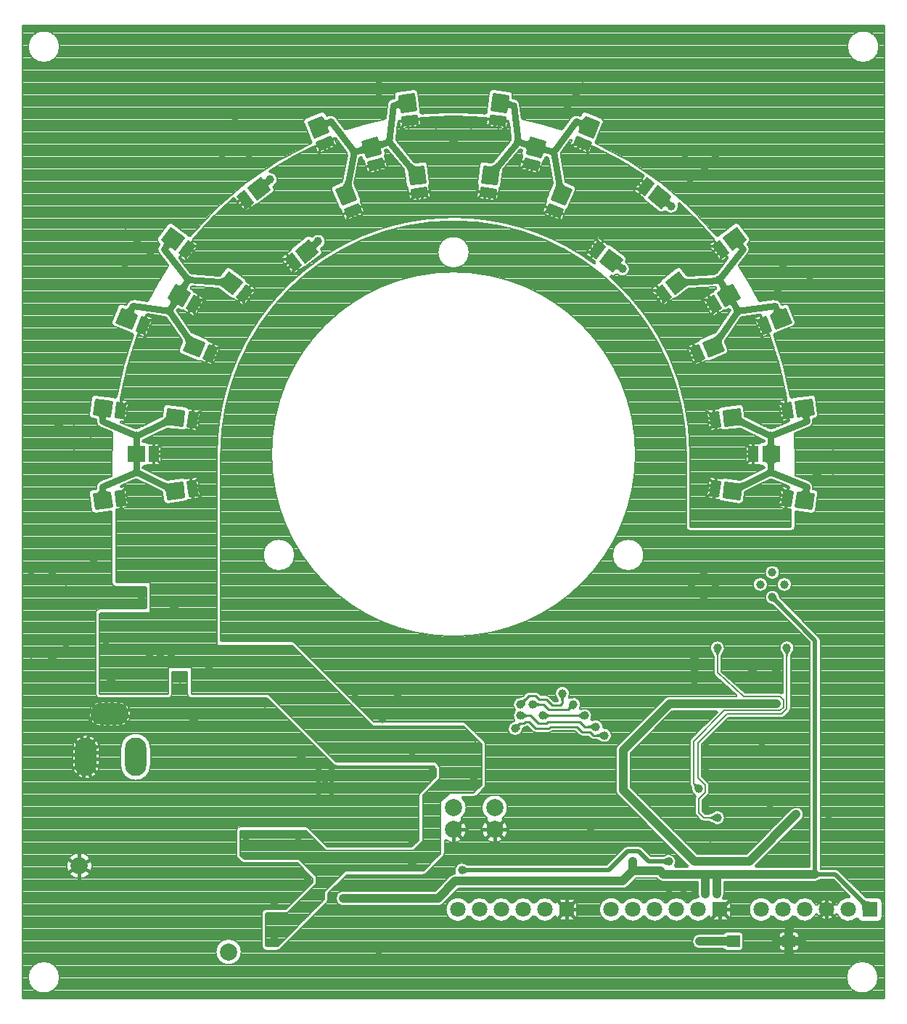
<source format=gbr>
*
*
G04 PADS VX.2.4 Build Number: 11695987 generated Gerber (RS-274-X) file*
G04 PC Version=2.1*
*
%IN "Hdd_Clock.pcb"*%
*
%MOIN*%
*
%FSLAX35Y35*%
*
*
*
*
G04 PC Standard Apertures*
*
*
G04 Thermal Relief Aperture macro.*
%AMTER*
1,1,$1,0,0*
1,0,$1-$2,0,0*
21,0,$3,$4,0,0,45*
21,0,$3,$4,0,0,135*
%
*
*
G04 Annular Aperture macro.*
%AMANN*
1,1,$1,0,0*
1,0,$2,0,0*
%
*
*
G04 Odd Aperture macro.*
%AMODD*
1,1,$1,0,0*
1,0,$1-0.005,0,0*
%
*
*
G04 PC Custom Aperture Macros*
*
*
*
*
*
*
G04 PC Aperture Table*
*
%ADD010C,0.001*%
%ADD011R,0.05906X0.05512*%
%ADD012R,0.07087X0.07087*%
%ADD013C,0.07087*%
%ADD014C,0.07874*%
%ADD015O,0.09843X0.17717*%
%ADD016O,0.17717X0.09843*%
%ADD017C,0.01*%
%ADD018R,0.08346X0.07677*%
%ADD019R,0.04724X0.07677*%
%ADD020C,0.01969*%
%ADD021C,0.00591*%
%ADD022C,0.02953*%
%ADD023C,0.03937*%
%ADD024C,0.00984*%
%ADD025C,0.00787*%
%ADD026C,0.01575*%
%ADD027C,0.01378*%
%ADD029C,0.0315*%
*
*
*
*
G04 PC Circuitry*
G04 Layer Name Hdd_Clock.pcb - circuitry*
%LPD*%
*
*
G04 PC Custom Flashes*
G04 Layer Name Hdd_Clock.pcb - flashes*
%LPD*%
*
*
G04 PC Circuitry*
G04 Layer Name Hdd_Clock.pcb - circuitry*
%LPD*%
*
G54D10*
G54D11*
G01X722244Y128346D03*
X747835D03*
G54D12*
X645669Y142913D03*
X785039D03*
X716142D03*
G54D13*
X635669D03*
X625669D03*
X615669D03*
X605669D03*
X595669D03*
X775039D03*
X765039D03*
X755039D03*
X745039D03*
X735039D03*
X706142D03*
X696142D03*
X686142D03*
X676142D03*
X666142D03*
G54D14*
X612598Y179646D03*
Y189646D03*
X593701Y179646D03*
Y189646D03*
X421834Y163051D03*
X490366Y123484D03*
G54D15*
X447638Y212992D03*
X424803D03*
G54D16*
X435827Y232677D03*
G54D17*
X435719Y334537D02*
X428435Y333578D01*
X429307Y326958*
X436590Y327917*
X435719Y334537*
X429301Y327000D02*
X429624D01*
X429170Y328000D02*
X436580D01*
X429038Y329000D02*
X436448D01*
X428906Y330000D02*
X436316D01*
X428775Y331000D02*
X436185D01*
X428643Y332000D02*
X436053D01*
X428511Y333000D02*
X435921D01*
X431639Y334000D02*
X435790D01*
X428701Y331562D02*
Y333613D01*
X429701Y327010D02*
Y333745D01*
X430701Y327142D02*
Y333877D01*
X431701Y327273D02*
Y334008D01*
X432701Y327405D02*
Y334140D01*
X433701Y327537D02*
Y334272D01*
X434701Y327668D02*
Y334403D01*
X435701Y327800D02*
Y334535D01*
X438194Y334863D02*
X439065Y328243D01*
X442758Y328729*
X441886Y335349*
X438194Y334863*
X438966Y329000D02*
X442722D01*
X438834Y330000D02*
X442590D01*
X438702Y331000D02*
X442459D01*
X438571Y332000D02*
X442327D01*
X438439Y333000D02*
X442195D01*
X438307Y334000D02*
X442064D01*
X439234Y335000D02*
X441932D01*
X438701Y331011D02*
Y334930D01*
X439701Y328327D02*
Y335061D01*
X440701Y328458D02*
Y335193D01*
X441701Y328590D02*
Y335325D01*
X442701Y328722D02*
Y329162D01*
X496214Y430981D02*
X490386Y435453D01*
X486321Y430156*
X492149Y425683*
X496214Y430981*
X491737Y426000D02*
X492392D01*
X490434Y427000D02*
X493160D01*
X489130Y428000D02*
X493927D01*
X487827Y429000D02*
X494694D01*
X486524Y430000D02*
X495462D01*
X486969Y431000D02*
X496189D01*
X487736Y432000D02*
X494886D01*
X488504Y433000D02*
X493583D01*
X489271Y434000D02*
X492279D01*
X490038Y435000D02*
X490976D01*
X486701Y429864D02*
Y430651D01*
X487701Y429097D02*
Y431954D01*
X488701Y428330D02*
Y433257D01*
X489701Y427562D02*
Y434560D01*
X490701Y426795D02*
Y435211D01*
X491701Y426028D02*
Y434444D01*
X492701Y426402D02*
Y433677D01*
X493701Y427705D02*
Y432909D01*
X494701Y429008D02*
Y432142D01*
X495701Y430312D02*
Y431375D01*
X498194Y429461D02*
X494130Y424164D01*
X497084Y421897*
X501149Y427194*
X498194Y429461*
X496950Y422000D02*
X497164D01*
X495647Y423000D02*
X497931D01*
X494343Y424000D02*
X498698D01*
X494771Y425000D02*
X499466D01*
X495539Y426000D02*
X500233D01*
X496306Y427000D02*
X501000D01*
X497073Y428000D02*
X500099D01*
X497841Y429000D02*
X498796D01*
X494701Y423726D02*
Y424908D01*
X495701Y422958D02*
Y426211D01*
X496701Y422191D02*
Y427515D01*
X497701Y422700D02*
Y428818D01*
X498701Y424003D02*
Y429073D01*
X499701Y425306D02*
Y428305D01*
X500701Y426610D02*
Y427538D01*
X548781Y469138D02*
X545970Y475926D01*
X539801Y473370*
X542612Y466583*
X548781Y469138*
X542440Y467000D02*
X543618D01*
X542025Y468000D02*
X546033D01*
X541611Y469000D02*
X548447D01*
X541197Y470000D02*
X548424D01*
X540783Y471000D02*
X548010D01*
X540368Y472000D02*
X547596D01*
X539954Y473000D02*
X547182D01*
X541321Y474000D02*
X546767D01*
X543735Y475000D02*
X546353D01*
X540701Y471198D02*
Y473743D01*
X541701Y468783D02*
Y474157D01*
X542701Y466620D02*
Y474572D01*
X543701Y467034D02*
Y474986D01*
X544701Y467448D02*
Y475400D01*
X545701Y467863D02*
Y475814D01*
X546701Y468277D02*
Y474161D01*
X547701Y468691D02*
Y471746D01*
X548701Y469105D02*
Y469332D01*
X549736Y466832D02*
X543567Y464277D01*
X544993Y460836*
X551162Y463391*
X551162D02*
X549736Y466832D01*
X544925Y461000D02*
X545388D01*
X544511Y462000D02*
X547802D01*
X544096Y463000D02*
X550216D01*
X543682Y464000D02*
X550909D01*
X545312Y465000D02*
X550495D01*
X547727Y466000D02*
X550081D01*
X543701Y463955D02*
Y464332D01*
X544701Y461541D02*
Y464747D01*
X545701Y461130D02*
Y465161D01*
X546701Y461544D02*
Y465575D01*
X547701Y461958D02*
Y465989D01*
X548701Y462372D02*
Y466403D01*
X549701Y462786D02*
Y466818D01*
X550701Y463201D02*
Y464504D01*
X580637Y476772D02*
X579679Y484056D01*
X573059Y483184*
X574017Y475901*
X580637Y476772*
X574004Y476000D02*
X574773D01*
X573873Y477000D02*
X580607D01*
X573741Y478000D02*
X580476D01*
X573609Y479000D02*
X580344D01*
X573478Y480000D02*
X580213D01*
X573346Y481000D02*
X580081D01*
X573214Y482000D02*
X579949D01*
X573083Y483000D02*
X579818D01*
X579256Y484000D02*
X579686D01*
X573701Y478306D02*
Y483269D01*
X574701Y475990D02*
Y483400D01*
X575701Y476122D02*
Y483532D01*
X576701Y476254D02*
Y483664D01*
X577701Y476385D02*
Y483795D01*
X578701Y476517D02*
Y483927D01*
X579701Y476649D02*
Y483887D01*
X580963Y474297D02*
X574343Y473426D01*
X574829Y469733*
X581449Y470605*
X580963Y474297*
X574794Y470000D02*
X576855D01*
X574663Y471000D02*
X581397D01*
X574531Y472000D02*
X581266D01*
X574399Y473000D02*
X581134D01*
X578705Y474000D02*
X581002D01*
X574701Y470710D02*
Y473473D01*
X575701Y469848D02*
Y473605D01*
X576701Y469980D02*
Y473736D01*
X577701Y470111D02*
Y473868D01*
X578701Y470243D02*
Y474000D01*
X579701Y470375D02*
Y474131D01*
X580701Y470506D02*
Y474263D01*
X535975Y500056D02*
X533163Y506843D01*
X526994Y504288*
X529806Y497500*
X535975Y500056*
X529599Y498000D02*
X531012D01*
X529185Y499000D02*
X533426D01*
X528770Y500000D02*
X535840D01*
X528356Y501000D02*
X535584D01*
X527942Y502000D02*
X535169D01*
X527528Y503000D02*
X534755D01*
X527114Y504000D02*
X534341D01*
X528714Y505000D02*
X533927D01*
X531128Y506000D02*
X533513D01*
X527701Y502582D02*
Y504580D01*
X528701Y500168D02*
Y504994D01*
X529701Y497754D02*
Y505409D01*
X530701Y497871D02*
Y505823D01*
X531701Y498285D02*
Y506237D01*
X532701Y498700D02*
Y506651D01*
X533701Y499114D02*
Y505545D01*
X534701Y499528D02*
Y503131D01*
X535701Y499942D02*
Y500717D01*
X536930Y497750D02*
X530761Y495194D01*
X532186Y491753*
X538355Y494309*
X536930Y497750*
X532084Y492000D02*
X532781D01*
X531670Y493000D02*
X535196D01*
X531256Y494000D02*
X537610D01*
X530842Y495000D02*
X538069D01*
X532706Y496000D02*
X537655D01*
X535120Y497000D02*
X537240D01*
X531701Y492926D02*
Y495584D01*
X532701Y491967D02*
Y495998D01*
X533701Y492381D02*
Y496412D01*
X534701Y492795D02*
Y496826D01*
X535701Y493209D02*
Y497240D01*
X536701Y493623D02*
Y497655D01*
X537701Y494038D02*
Y495889D01*
X576269Y509950D02*
X575311Y517234D01*
X568691Y516362*
X569649Y509079*
X576269Y509950*
X569528Y510000D02*
X576263D01*
X569397Y511000D02*
X576131D01*
X569265Y512000D02*
X576000D01*
X569133Y513000D02*
X575868D01*
X569002Y514000D02*
X575736D01*
X568870Y515000D02*
X575605D01*
X568738Y516000D02*
X575473D01*
X573534Y517000D02*
X575341D01*
X568701Y516284D02*
Y516364D01*
X569701Y509086D02*
Y516495D01*
X570701Y509217D02*
Y516627D01*
X571701Y509349D02*
Y516759D01*
X572701Y509481D02*
Y516890D01*
X573701Y509612D02*
Y517022D01*
X574701Y509744D02*
Y517154D01*
X575701Y509875D02*
Y514270D01*
X576595Y507476D02*
X569975Y506604D01*
X570461Y502912*
X577081Y503783*
X576595Y507476*
X570450Y503000D02*
X571133D01*
X570318Y504000D02*
X577053D01*
X570186Y505000D02*
X576921D01*
X570055Y506000D02*
X576790D01*
X572983Y507000D02*
X576658D01*
X570701Y502943D02*
Y506700D01*
X571701Y503075D02*
Y506831D01*
X572701Y503206D02*
Y506963D01*
X573701Y503338D02*
Y507095D01*
X574701Y503470D02*
Y507226D01*
X575701Y503601D02*
Y507358D01*
X576701Y503733D02*
Y506674D01*
X560128Y490161D02*
X558227Y497258D01*
X551777Y495529*
X553679Y488433*
X560128Y490161*
X553527Y489000D02*
X555794D01*
X553259Y490000D02*
X559526D01*
X552991Y491000D02*
X559904D01*
X552723Y492000D02*
X559636D01*
X552455Y493000D02*
X559368D01*
X552187Y494000D02*
X559100D01*
X551919Y495000D02*
X558832D01*
X553534Y496000D02*
X558564D01*
X557266Y497000D02*
X558296D01*
X552701Y492083D02*
Y495777D01*
X553701Y488439D02*
Y496045D01*
X554701Y488707D02*
Y496313D01*
X555701Y488975D02*
Y496581D01*
X556701Y489243D02*
Y496849D01*
X557701Y489511D02*
Y497117D01*
X558701Y489779D02*
Y495490D01*
X559701Y490047D02*
Y491758D01*
X560774Y487750D02*
X554325Y486022D01*
X555289Y482425*
X561738Y484153*
X560774Y487750*
X555135Y483000D02*
X557436D01*
X554867Y484000D02*
X561168D01*
X554599Y485000D02*
X561511D01*
X554331Y486000D02*
X561244D01*
X557974Y487000D02*
X560976D01*
X554701Y484619D02*
Y486123D01*
X555701Y482535D02*
Y486391D01*
X556701Y482803D02*
Y486659D01*
X557701Y483071D02*
Y486927D01*
X558701Y483339D02*
Y487195D01*
X559701Y483607D02*
Y487463D01*
X560701Y483875D02*
Y487731D01*
X561701Y484143D02*
Y484293D01*
X613384Y475901D02*
X614343Y483184D01*
X607723Y484056*
X606764Y476772*
X613384Y475901*
X612629Y476000D02*
X613397D01*
X606794Y477000D02*
X613529D01*
X606926Y478000D02*
X613661D01*
X607057Y479000D02*
X613792D01*
X607189Y480000D02*
X613924D01*
X607321Y481000D02*
X614056D01*
X607452Y482000D02*
X614187D01*
X607584Y483000D02*
X614319D01*
X607716Y484000D02*
X608146D01*
X607701Y476649D02*
Y483887D01*
X608701Y476517D02*
Y483927D01*
X609701Y476385D02*
Y483795D01*
X610701Y476254D02*
Y483664D01*
X611701Y476122D02*
Y483532D01*
X612701Y475990D02*
Y483400D01*
X613701Y478306D02*
Y483269D01*
X613058Y473426D02*
X606438Y474297D01*
X605952Y470605*
X612572Y469733*
X613058Y473426*
X610546Y470000D02*
X612607D01*
X606004Y471000D02*
X612739D01*
X606136Y472000D02*
X612871D01*
X606268Y473000D02*
X613002D01*
X606399Y474000D02*
X608697D01*
X606701Y470506D02*
Y474263D01*
X607701Y470375D02*
Y474131D01*
X608701Y470243D02*
Y474000D01*
X609701Y470111D02*
Y473868D01*
X610701Y469980D02*
Y473736D01*
X611701Y469848D02*
Y473605D01*
X612701Y470710D02*
Y473473D01*
X644789Y466583D02*
X647601Y473370D01*
X641432Y475926*
X638621Y469138*
X644789Y466583*
X643783Y467000D02*
X644962D01*
X641369Y468000D02*
X645376D01*
X638955Y469000D02*
X645790D01*
X638977Y470000D02*
X646205D01*
X639392Y471000D02*
X646619D01*
X639806Y472000D02*
X647033D01*
X640220Y473000D02*
X647447D01*
X640634Y474000D02*
X646081D01*
X641048Y475000D02*
X643667D01*
X638701Y469105D02*
Y469332D01*
X639701Y468691D02*
Y471746D01*
X640701Y468277D02*
Y474161D01*
X641701Y467863D02*
Y475814D01*
X642701Y467448D02*
Y475400D01*
X643701Y467034D02*
Y474986D01*
X644701Y466620D02*
Y474572D01*
X645701Y468783D02*
Y474157D01*
X646701Y471198D02*
Y473743D01*
X643834Y464277D02*
X637665Y466832D01*
X636240Y463391*
X636240D02*
X642409Y460836D01*
X643834Y464277*
X642014Y461000D02*
X642477D01*
X639599Y462000D02*
X642891D01*
X637185Y463000D02*
X643305D01*
X636492Y464000D02*
X643719D01*
X636906Y465000D02*
X642089D01*
X637321Y466000D02*
X639675D01*
X636701Y463201D02*
Y464504D01*
X637701Y462786D02*
Y466818D01*
X638701Y462372D02*
Y466403D01*
X639701Y461958D02*
Y465989D01*
X640701Y461544D02*
Y465575D01*
X641701Y461130D02*
Y465161D01*
X642701Y461541D02*
Y464747D01*
X643701Y463955D02*
Y464332D01*
X617752Y509079D02*
X618711Y516362D01*
X612091Y517234*
X611132Y509950*
X617752Y509079*
X611139Y510000D02*
X617873D01*
X611270Y511000D02*
X618005D01*
X611402Y512000D02*
X618137D01*
X611534Y513000D02*
X618268D01*
X611665Y514000D02*
X618400D01*
X611797Y515000D02*
X618532D01*
X611929Y516000D02*
X618663D01*
X612060Y517000D02*
X613868D01*
X611701Y509875D02*
Y514270D01*
X612701Y509744D02*
Y517154D01*
X613701Y509612D02*
Y517022D01*
X614701Y509480D02*
Y516890D01*
X615701Y509349D02*
Y516759D01*
X616701Y509217D02*
Y516627D01*
X617701Y509086D02*
Y516495D01*
X618701Y516284D02*
Y516364D01*
X617426Y506604D02*
X610806Y507476D01*
X610320Y503783*
X616940Y502912*
X617426Y506604*
X616268Y503000D02*
X616952D01*
X610349Y504000D02*
X617084D01*
X610480Y505000D02*
X617215D01*
X610612Y506000D02*
X617347D01*
X610744Y507000D02*
X614419D01*
X610701Y503733D02*
Y506674D01*
X611701Y503601D02*
Y507358D01*
X612701Y503470D02*
Y507226D01*
X613701Y503338D02*
Y507095D01*
X614701Y503206D02*
Y506963D01*
X615701Y503075D02*
Y506831D01*
X616701Y502943D02*
Y506700D01*
X657596Y497500D02*
X660407Y504288D01*
X654238Y506843*
X651427Y500056*
X657596Y497500*
X656390Y498000D02*
X657803D01*
X653975Y499000D02*
X658217D01*
X651561Y500000D02*
X658631D01*
X651818Y501000D02*
X659045D01*
X652232Y502000D02*
X659460D01*
X652646Y503000D02*
X659874D01*
X653061Y504000D02*
X660288D01*
X653475Y505000D02*
X658687D01*
X653889Y506000D02*
X656273D01*
X651701Y499942D02*
Y500717D01*
X652701Y499528D02*
Y503131D01*
X653701Y499114D02*
Y505545D01*
X654701Y498700D02*
Y506651D01*
X655701Y498285D02*
Y506237D01*
X656701Y497871D02*
Y505823D01*
X657701Y497754D02*
Y505409D01*
X658701Y500168D02*
Y504994D01*
X659701Y502582D02*
Y504580D01*
X656641Y495194D02*
X650472Y497750D01*
X649046Y494309*
X655215Y491753*
X656641Y495194*
X654620Y492000D02*
X655317D01*
X652206Y493000D02*
X655732D01*
X649792Y494000D02*
X656146D01*
X649333Y495000D02*
X656560D01*
X649747Y496000D02*
X654696D01*
X650161Y497000D02*
X652281D01*
X649701Y494038D02*
Y495889D01*
X650701Y493623D02*
Y497655D01*
X651701Y493209D02*
Y497240D01*
X652701Y492795D02*
Y496826D01*
X653701Y492381D02*
Y496412D01*
X654701Y491967D02*
Y495998D01*
X655701Y492926D02*
Y495584D01*
X436590Y376020D02*
X429307Y376979D01*
X428435Y370359*
X435719Y369400*
X436590Y376020*
X431160Y370000D02*
X435798D01*
X428520Y371000D02*
X435930D01*
X428651Y372000D02*
X436061D01*
X428783Y373000D02*
X436193D01*
X428915Y374000D02*
X436325D01*
X429046Y375000D02*
X436456D01*
X429178Y376000D02*
X436588D01*
X428701Y370324D02*
Y372375D01*
X429701Y370192D02*
Y376927D01*
X430701Y370060D02*
Y376795D01*
X431701Y369929D02*
Y376664D01*
X432701Y369797D02*
Y376532D01*
X433701Y369666D02*
Y376400D01*
X434701Y369534D02*
Y376269D01*
X435701Y369402D02*
Y376137D01*
X439065Y375694D02*
X438194Y369074D01*
X441886Y368588*
X442758Y375208*
X439065Y375694*
X438756Y369000D02*
X441940D01*
X438316Y370000D02*
X442072D01*
X438447Y371000D02*
X442204D01*
X438579Y372000D02*
X442335D01*
X438711Y373000D02*
X442467D01*
X438842Y374000D02*
X442599D01*
X438974Y375000D02*
X442730D01*
X438701Y369007D02*
Y372926D01*
X439701Y368876D02*
Y375610D01*
X440701Y368744D02*
Y375479D01*
X441701Y368612D02*
Y375347D01*
X442701Y374775D02*
Y375215D01*
X633723Y488433D02*
X635624Y495529D01*
X629175Y497258*
X627273Y490161*
X633723Y488433*
X631607Y489000D02*
X633875D01*
X627875Y490000D02*
X634143D01*
X627498Y491000D02*
X634411D01*
X627766Y492000D02*
X634678D01*
X628034Y493000D02*
X634946D01*
X628302Y494000D02*
X635214D01*
X628570Y495000D02*
X635482D01*
X628838Y496000D02*
X633868D01*
X629106Y497000D02*
X630136D01*
X627701Y490047D02*
Y491758D01*
X628701Y489779D02*
Y495490D01*
X629701Y489511D02*
Y497116D01*
X630701Y489243D02*
Y496849D01*
X631701Y488975D02*
Y496581D01*
X632701Y488707D02*
Y496313D01*
X633701Y488439D02*
Y496045D01*
X634701Y492083D02*
Y495777D01*
X633077Y486022D02*
X626627Y487750D01*
X625663Y484153*
X632113Y482425*
X633077Y486022*
X629966Y483000D02*
X632267D01*
X626234Y484000D02*
X632535D01*
X625890Y485000D02*
X632803D01*
X626158Y486000D02*
X633071D01*
X626426Y487000D02*
X629428D01*
X625701Y484143D02*
Y484293D01*
X626701Y483875D02*
Y487731D01*
X627701Y483607D02*
Y487463D01*
X628701Y483339D02*
Y487195D01*
X629701Y483071D02*
Y486927D01*
X630701Y482803D02*
Y486659D01*
X631701Y482535D02*
Y486391D01*
X632701Y484619D02*
Y486123D01*
X695252Y425683D02*
X701081Y430156D01*
X697016Y435453*
X691187Y430981*
X695252Y425683*
X695009Y426000D02*
X695665D01*
X694242Y427000D02*
X696968D01*
X693475Y428000D02*
X698271D01*
X692707Y429000D02*
X699574D01*
X691940Y430000D02*
X700878D01*
X691212Y431000D02*
X700433D01*
X692516Y432000D02*
X699665D01*
X693819Y433000D02*
X698898D01*
X695122Y434000D02*
X698131D01*
X696425Y435000D02*
X697363D01*
X691701Y430312D02*
Y431375D01*
X692701Y429009D02*
Y432142D01*
X693701Y427705D02*
Y432909D01*
X694701Y426402D02*
Y433677D01*
X695701Y426028D02*
Y434444D01*
X696701Y426795D02*
Y435211D01*
X697701Y427562D02*
Y434560D01*
X698701Y428330D02*
Y433257D01*
X699701Y429097D02*
Y431954D01*
X700701Y429864D02*
Y430651D01*
X693272Y424164D02*
X689207Y429461D01*
X686252Y427194*
X690317Y421897*
X693272Y424164*
X690238Y422000D02*
X690452D01*
X689471Y423000D02*
X691755D01*
X688703Y424000D02*
X693058D01*
X687936Y425000D02*
X692630D01*
X687169Y426000D02*
X691863D01*
X686401Y427000D02*
X691096D01*
X687303Y428000D02*
X690328D01*
X688606Y429000D02*
X689561D01*
X686701Y426610D02*
Y427538D01*
X687701Y425306D02*
Y428305D01*
X688701Y424003D02*
Y429073D01*
X689701Y422700D02*
Y428818D01*
X690701Y422191D02*
Y427515D01*
X691701Y422958D02*
Y426212D01*
X692701Y423726D02*
Y424908D01*
X710871Y396888D02*
X717658Y399700D01*
X715103Y405868*
X708316Y403057*
X710871Y396888*
X710824Y397000D02*
X711141D01*
X710410Y398000D02*
X713555D01*
X709996Y399000D02*
X715969D01*
X709582Y400000D02*
X717534D01*
X709168Y401000D02*
X717119D01*
X708753Y402000D02*
X716705D01*
X708339Y403000D02*
X716291D01*
X710592Y404000D02*
X715877D01*
X713006Y405000D02*
X715462D01*
X708701Y402127D02*
Y403217D01*
X709701Y399713D02*
Y403631D01*
X710701Y397299D02*
Y404045D01*
X711701Y397232D02*
Y404459D01*
X712701Y397646D02*
Y404874D01*
X713701Y398060D02*
Y405288D01*
X714701Y398475D02*
Y405702D01*
X715701Y398889D02*
Y404425D01*
X716701Y399303D02*
Y402010D01*
X708565Y395933D02*
X706009Y402102D01*
X702569Y400677*
X705124Y394508*
X708565Y395933*
X704920Y395000D02*
X706312D01*
X704506Y396000D02*
X708537D01*
X704091Y397000D02*
X708123D01*
X703677Y398000D02*
X707709D01*
X703263Y399000D02*
X707294D01*
X702849Y400000D02*
X706880D01*
X703349Y401000D02*
X706466D01*
X705763Y402000D02*
X706052D01*
X702701Y400357D02*
Y400731D01*
X703701Y397943D02*
Y401146D01*
X704701Y395529D02*
Y401560D01*
X705701Y394747D02*
Y401974D01*
X706701Y395161D02*
Y400433D01*
X707701Y395575D02*
Y398019D01*
X718496Y420164D02*
X724858Y423837D01*
X721519Y429620*
X715157Y425946*
X718496Y420164*
X718013Y421000D02*
X719944D01*
X717436Y422000D02*
X721676D01*
X716858Y423000D02*
X723408D01*
X716281Y424000D02*
X724764D01*
X715704Y425000D02*
X724186D01*
X715250Y426000D02*
X723609D01*
X716982Y427000D02*
X723032D01*
X718714Y428000D02*
X722454D01*
X720446Y429000D02*
X721877D01*
X715701Y425005D02*
Y426260D01*
X716701Y423273D02*
Y426838D01*
X717701Y421541D02*
Y427415D01*
X718701Y420282D02*
Y427992D01*
X719701Y420860D02*
Y428570D01*
X720701Y421437D02*
Y429147D01*
X721701Y422014D02*
Y429305D01*
X722701Y422592D02*
Y427573D01*
X723701Y423169D02*
Y425841D01*
X724701Y423746D02*
Y424109D01*
X716334Y418916D02*
X712995Y424698D01*
X709770Y422836*
X713109Y417054*
X716334Y418916*
X712562Y418000D02*
X714748D01*
X711985Y419000D02*
X716285D01*
X711408Y420000D02*
X715708D01*
X710830Y421000D02*
X715131D01*
X710253Y422000D02*
X714553D01*
X710054Y423000D02*
X713976D01*
X711786Y424000D02*
X713399D01*
X710701Y421224D02*
Y423374D01*
X711701Y419492D02*
Y423951D01*
X712701Y417760D02*
Y424528D01*
X713701Y417395D02*
Y423477D01*
X714701Y417973D02*
Y421745D01*
X715701Y418550D02*
Y420013D01*
X721801Y446055D02*
X727630Y450528D01*
X723565Y455825*
X717737Y451353*
X721801Y446055*
X721077Y447000D02*
X723032D01*
X720309Y448000D02*
X724336D01*
X719542Y449000D02*
X725639D01*
X718775Y450000D02*
X726942D01*
X718007Y451000D02*
X727267D01*
X718580Y452000D02*
X726500D01*
X719883Y453000D02*
X725733D01*
X721187Y454000D02*
X724965D01*
X722490Y455000D02*
X724198D01*
X718701Y450096D02*
Y452093D01*
X719701Y448793D02*
Y452860D01*
X720701Y447490D02*
Y453627D01*
X721701Y446187D02*
Y454395D01*
X722701Y446746D02*
Y455162D01*
X723701Y447513D02*
Y455648D01*
X724701Y448280D02*
Y454345D01*
X725701Y449047D02*
Y453041D01*
X726701Y449815D02*
Y451738D01*
X719821Y444536D02*
X715756Y449833D01*
X712802Y447566*
X716866Y442269*
X719821Y444536*
X716305Y443000D02*
X717820D01*
X715538Y444000D02*
X719123D01*
X714770Y445000D02*
X719465D01*
X714003Y446000D02*
X718698D01*
X713236Y447000D02*
X717930D01*
X713367Y448000D02*
X717163D01*
X714670Y449000D02*
X716396D01*
X713701Y446394D02*
Y448256D01*
X714701Y445091D02*
Y449023D01*
X715701Y443788D02*
Y449791D01*
X716701Y442484D02*
Y448602D01*
X717701Y442909D02*
Y447299D01*
X718701Y443676D02*
Y445996D01*
X719701Y444444D02*
Y444693D01*
X741788Y409695D02*
X748575Y412506D01*
X746020Y418675*
X739233Y415863*
X741788Y409695*
X741661Y410000D02*
X742525D01*
X741247Y411000D02*
X744940D01*
X740833Y412000D02*
X747354D01*
X740419Y413000D02*
X748371D01*
X740005Y414000D02*
X747956D01*
X739590Y415000D02*
X747542D01*
X739562Y416000D02*
X747128D01*
X741977Y417000D02*
X746714D01*
X744391Y418000D02*
X746299D01*
X739701Y414733D02*
Y416057D01*
X740701Y412319D02*
Y416472D01*
X741701Y409905D02*
Y416886D01*
X742701Y410073D02*
Y417300D01*
X743701Y410487D02*
Y417714D01*
X744701Y410901D02*
Y418128D01*
X745701Y411315D02*
Y418543D01*
X746701Y411730D02*
Y417031D01*
X747701Y412144D02*
Y414617D01*
X739482Y408739D02*
X736927Y414908D01*
X733486Y413483*
X736041Y407314*
X739482Y408739*
X735757Y408000D02*
X737697D01*
X735343Y409000D02*
X739374D01*
X734928Y410000D02*
X738960D01*
X734514Y411000D02*
X738546D01*
X734100Y412000D02*
X738131D01*
X733686Y413000D02*
X737717D01*
X734734Y414000D02*
X737303D01*
X733701Y412964D02*
Y413572D01*
X734701Y410550D02*
Y413986D01*
X735701Y408135D02*
Y414400D01*
X736701Y407587D02*
Y414815D01*
X737701Y408002D02*
Y413039D01*
X738701Y408416D02*
Y410625D01*
X718504Y365032D02*
X725788Y365991D01*
X724916Y372611*
X717633Y371652*
X718504Y365032*
X718377Y366000D02*
X725787D01*
X718245Y367000D02*
X725655D01*
X718114Y368000D02*
X725523D01*
X717982Y369000D02*
X725392D01*
X717850Y370000D02*
X725260D01*
X717719Y371000D02*
X725128D01*
X720277Y372000D02*
X724997D01*
X717701Y371136D02*
Y371661D01*
X718701Y365058D02*
Y371792D01*
X719701Y365189D02*
Y371924D01*
X720701Y365321D02*
Y372056D01*
X721701Y365453D02*
Y372187D01*
X722701Y365584D02*
Y372319D01*
X723701Y365716D02*
Y372451D01*
X724701Y365848D02*
Y372582D01*
X725701Y365979D02*
Y366653D01*
X716030Y364706D02*
X715158Y371326D01*
X711466Y370840*
X712337Y364220*
X716030Y364706*
X712234Y365000D02*
X715991D01*
X712103Y366000D02*
X715859D01*
X711971Y367000D02*
X715728D01*
X711839Y368000D02*
X715596D01*
X711708Y369000D02*
X715464D01*
X711576Y370000D02*
X715333D01*
X712681Y371000D02*
X715201D01*
X711701Y369053D02*
Y370871D01*
X712701Y364268D02*
Y371003D01*
X713701Y364399D02*
Y371134D01*
X714701Y364531D02*
Y371266D01*
X715701Y364663D02*
Y367204D01*
X717633Y332285D02*
X724916Y331326D01*
X725788Y337946*
X718504Y338905*
X717633Y332285*
X719799Y332000D02*
X725005D01*
X717727Y333000D02*
X725137D01*
X717859Y334000D02*
X725268D01*
X717990Y335000D02*
X725400D01*
X718122Y336000D02*
X725532D01*
X718254Y337000D02*
X725663D01*
X718385Y338000D02*
X725380D01*
X717701Y332276D02*
Y332801D01*
X718701Y332145D02*
Y338879D01*
X719701Y332013D02*
Y338748D01*
X720701Y331881D02*
Y338616D01*
X721701Y331750D02*
Y338484D01*
X722701Y331618D02*
Y338353D01*
X723701Y331486D02*
Y338221D01*
X724701Y331355D02*
Y338089D01*
X725701Y337284D02*
Y337958D01*
X715158Y332611D02*
X716030Y339231D01*
X712337Y339717*
X711466Y333097*
X715158Y332611*
X712203Y333000D02*
X715209D01*
X711584Y334000D02*
X715341D01*
X711716Y335000D02*
X715473D01*
X711848Y336000D02*
X715604D01*
X711979Y337000D02*
X715736D01*
X712111Y338000D02*
X715868D01*
X712243Y339000D02*
X715999D01*
X711701Y333066D02*
Y334884D01*
X712701Y332934D02*
Y339669D01*
X713701Y332803D02*
Y339538D01*
X714701Y332671D02*
Y339406D01*
X715701Y336733D02*
Y339274D01*
X751683Y369400D02*
X758966Y370359D01*
X758095Y376979*
X750811Y376020*
X751683Y369400*
X751604Y370000D02*
X756242D01*
X751472Y371000D02*
X758882D01*
X751340Y372000D02*
X758750D01*
X751209Y373000D02*
X758618D01*
X751077Y374000D02*
X758487D01*
X750945Y375000D02*
X758355D01*
X750814Y376000D02*
X758224D01*
X751701Y369402D02*
Y376137D01*
X752701Y369534D02*
Y376269D01*
X753701Y369666D02*
Y376400D01*
X754701Y369797D02*
Y376532D01*
X755701Y369929D02*
Y376664D01*
X756701Y370060D02*
Y376795D01*
X757701Y370192D02*
Y376927D01*
X758701Y370324D02*
Y372375D01*
X749208Y369074D02*
X748336Y375694D01*
X744644Y375208*
X745515Y368588*
X749208Y369074*
X745461Y369000D02*
X748646D01*
X745329Y370000D02*
X749086D01*
X745198Y371000D02*
X748954D01*
X745066Y372000D02*
X748823D01*
X744935Y373000D02*
X748691D01*
X744803Y374000D02*
X748559D01*
X744671Y375000D02*
X748428D01*
X744701Y374775D02*
Y375215D01*
X745701Y368612D02*
Y375347D01*
X746701Y368744D02*
Y375479D01*
X747701Y368876D02*
Y375610D01*
X748701Y369007D02*
Y372926D01*
X468897Y338905D02*
X461614Y337946D01*
X462485Y331326*
X469769Y332285*
X468897Y338905*
X462396Y332000D02*
X467603D01*
X462265Y333000D02*
X469675D01*
X462133Y334000D02*
X469543D01*
X462002Y335000D02*
X469411D01*
X461870Y336000D02*
X469280D01*
X461738Y337000D02*
X469148D01*
X462022Y338000D02*
X469016D01*
X461701Y337284D02*
Y337958D01*
X462701Y331355D02*
Y338089D01*
X463701Y331486D02*
Y338221D01*
X464701Y331618D02*
Y338353D01*
X465701Y331750D02*
Y338484D01*
X466701Y331881D02*
Y338616D01*
X467701Y332013D02*
Y338748D01*
X468701Y332145D02*
Y338879D01*
X469701Y332276D02*
Y332802D01*
X471372Y339231D02*
X472243Y332611D01*
X475936Y333097*
X475064Y339717*
X471372Y339231*
X472192Y333000D02*
X475199D01*
X472061Y334000D02*
X475817D01*
X471929Y335000D02*
X475686D01*
X471797Y336000D02*
X475554D01*
X471666Y337000D02*
X475422D01*
X471534Y338000D02*
X475291D01*
X471402Y339000D02*
X475159D01*
X471701Y336733D02*
Y339274D01*
X472701Y332671D02*
Y339406D01*
X473701Y332803D02*
Y339538D01*
X474701Y332934D02*
Y339669D01*
X475701Y333066D02*
Y334884D01*
X750811Y327917D02*
X758095Y326958D01*
X758966Y333578*
X751683Y334537*
X750811Y327917*
X757778Y327000D02*
X758100D01*
X750822Y328000D02*
X758232D01*
X750954Y329000D02*
X758363D01*
X751085Y330000D02*
X758495D01*
X751217Y331000D02*
X758627D01*
X751349Y332000D02*
X758758D01*
X751480Y333000D02*
X758890D01*
X751612Y334000D02*
X755763D01*
X751701Y327800D02*
Y334535D01*
X752701Y327668D02*
Y334403D01*
X753701Y327537D02*
Y334271D01*
X754701Y327405D02*
Y334140D01*
X755701Y327273D02*
Y334008D01*
X756701Y327142D02*
Y333877D01*
X757701Y327010D02*
Y333745D01*
X758701Y331562D02*
Y333613D01*
X748336Y328243D02*
X749208Y334863D01*
X745515Y335349*
X744644Y328729*
X748336Y328243*
X744679Y329000D02*
X748436D01*
X744811Y330000D02*
X748568D01*
X744943Y331000D02*
X748699D01*
X745074Y332000D02*
X748831D01*
X745206Y333000D02*
X748963D01*
X745338Y334000D02*
X749094D01*
X745469Y335000D02*
X748167D01*
X744701Y328722D02*
Y329162D01*
X745701Y328590D02*
Y335325D01*
X746701Y328458D02*
Y335193D01*
X747701Y328327D02*
Y335061D01*
X748701Y331011D02*
Y334930D01*
X525319Y440193D02*
X531147Y444666D01*
X527082Y449963*
X521254Y445491*
X525319Y440193*
X524700Y441000D02*
X526370D01*
X523932Y442000D02*
X527673D01*
X523165Y443000D02*
X528976D01*
X522398Y444000D02*
X530279D01*
X521630Y445000D02*
X530890D01*
X521917Y446000D02*
X530123D01*
X523221Y447000D02*
X529356D01*
X524524Y448000D02*
X528588D01*
X525827Y449000D02*
X527821D01*
X521701Y444908D02*
Y445834D01*
X522701Y443605D02*
Y446601D01*
X523701Y442302D02*
Y447369D01*
X524701Y440999D02*
Y448136D01*
X525701Y440487D02*
Y448903D01*
X526701Y441254D02*
Y449670D01*
X527701Y442021D02*
Y449157D01*
X528701Y442789D02*
Y447854D01*
X529701Y443556D02*
Y446550D01*
X530701Y444323D02*
Y445247D01*
X523338Y438674D02*
X519273Y443971D01*
X516319Y441704*
X520384Y436407*
X523338Y438674*
X519928Y437000D02*
X521157D01*
X519161Y438000D02*
X522460D01*
X518394Y439000D02*
X523088D01*
X517626Y440000D02*
X522321D01*
X516859Y441000D02*
X521553D01*
X516704Y442000D02*
X520786D01*
X518008Y443000D02*
X520019D01*
X516701Y441206D02*
Y441997D01*
X517701Y439903D02*
Y442765D01*
X518701Y438600D02*
Y443532D01*
X519701Y437296D02*
Y443414D01*
X520701Y436650D02*
Y442111D01*
X521701Y437417D02*
Y440808D01*
X522701Y438185D02*
Y439505D01*
X503269Y468929D02*
X509097Y473401D01*
X505032Y478699*
X499204Y474226*
X503269Y468929*
X503215Y469000D02*
X503361D01*
X502447Y470000D02*
X504665D01*
X501680Y471000D02*
X505968D01*
X500913Y472000D02*
X507271D01*
X500145Y473000D02*
X508574D01*
X499378Y474000D02*
X508638D01*
X500212Y475000D02*
X507871D01*
X501515Y476000D02*
X507103D01*
X502819Y477000D02*
X506336D01*
X504122Y478000D02*
X505569D01*
X499701Y473579D02*
Y474608D01*
X500701Y472276D02*
Y475375D01*
X501701Y470973D02*
Y476142D01*
X502701Y469670D02*
Y476910D01*
X503701Y469260D02*
Y477677D01*
X504701Y470028D02*
Y478444D01*
X505701Y470795D02*
Y477828D01*
X506701Y471562D02*
Y476525D01*
X507701Y472330D02*
Y475221D01*
X508701Y473097D02*
Y473918D01*
X501289Y467410D02*
X497224Y472707D01*
X494269Y470440*
X498334Y465142*
X501289Y467410*
X497676Y466000D02*
X499452D01*
X496908Y467000D02*
X500755D01*
X496141Y468000D02*
X500836D01*
X495374Y469000D02*
X500068D01*
X494606Y470000D02*
X499301D01*
X494999Y471000D02*
X498534D01*
X496303Y472000D02*
X497766D01*
X494701Y469877D02*
Y470771D01*
X495701Y468574D02*
Y471538D01*
X496701Y467271D02*
Y472306D01*
X497701Y465967D02*
Y472085D01*
X498701Y465424D02*
Y470782D01*
X499701Y466191D02*
Y469479D01*
X500701Y466959D02*
Y468176D01*
X660981Y440543D02*
X666810Y436070D01*
X670874Y441368*
X665046Y445840*
X660981Y440543*
X665598Y437000D02*
X667523D01*
X664295Y438000D02*
X668290D01*
X662992Y439000D02*
X669058D01*
X661688Y440000D02*
X669825D01*
X661332Y441000D02*
X670592D01*
X662100Y442000D02*
X670050D01*
X662867Y443000D02*
X668747D01*
X663634Y444000D02*
X667444D01*
X664402Y445000D02*
X666141D01*
X661701Y439991D02*
Y441480D01*
X662701Y439223D02*
Y442784D01*
X663701Y438456D02*
Y444087D01*
X664701Y437689D02*
Y445390D01*
X665701Y436921D02*
Y445338D01*
X666701Y436154D02*
Y444570D01*
X667701Y437232D02*
Y443803D01*
X668701Y438535D02*
Y443036D01*
X669701Y439838D02*
Y442268D01*
X670701Y441141D02*
Y441501D01*
X659001Y442062D02*
X663066Y447359D01*
X660111Y449627*
X656046Y444329*
X659001Y442062*
X657779Y443000D02*
X659721D01*
X656476Y444000D02*
X660488D01*
X656561Y445000D02*
X661255D01*
X657328Y446000D02*
X662023D01*
X658095Y447000D02*
X662790D01*
X658863Y448000D02*
X662231D01*
X659630Y449000D02*
X660928D01*
X656701Y443827D02*
Y445182D01*
X657701Y443060D02*
Y446486D01*
X658701Y442293D02*
Y447789D01*
X659701Y442974D02*
Y449092D01*
X660701Y444277D02*
Y449174D01*
X661701Y445581D02*
Y448407D01*
X662701Y446884D02*
Y447640D01*
X683271Y469591D02*
X689099Y465118D01*
X693164Y470416*
X687335Y474888*
X683271Y469591*
X687950Y466000D02*
X689775D01*
X686647Y467000D02*
X690543D01*
X685343Y468000D02*
X691310D01*
X684040Y469000D02*
X692077D01*
X683585Y470000D02*
X692845D01*
X684352Y471000D02*
X692402D01*
X685119Y472000D02*
X691099D01*
X685887Y473000D02*
X689796D01*
X686654Y474000D02*
X688493D01*
X683701Y469260D02*
Y470151D01*
X684701Y468493D02*
Y471454D01*
X685701Y467726D02*
Y472758D01*
X686701Y466959D02*
Y474061D01*
X687701Y466191D02*
Y474608D01*
X688701Y465424D02*
Y473840D01*
X689701Y465903D02*
Y473073D01*
X690701Y467206D02*
Y472306D01*
X691701Y468509D02*
Y471538D01*
X692701Y469812D02*
Y470771D01*
X681290Y471110D02*
X685355Y476407D01*
X682400Y478675*
X678336Y473377*
X681290Y471110*
X680131Y472000D02*
X681973D01*
X678827Y473000D02*
X682740D01*
X678813Y474000D02*
X683508D01*
X679581Y475000D02*
X684275D01*
X680348Y476000D02*
X685042D01*
X681115Y477000D02*
X684583D01*
X681883Y478000D02*
X683280D01*
X678701Y473097D02*
Y473853D01*
X679701Y472330D02*
Y475157D01*
X680701Y471562D02*
Y476460D01*
X681701Y471645D02*
Y477763D01*
X682701Y472948D02*
Y478444D01*
X683701Y474251D02*
Y477677D01*
X684701Y475555D02*
Y476910D01*
X469769Y371652D02*
X462485Y372611D01*
X461614Y365991*
X468897Y365032*
X469769Y371652*
X461615Y366000D02*
X469025D01*
X461747Y367000D02*
X469156D01*
X461878Y368000D02*
X469288D01*
X462010Y369000D02*
X469420D01*
X462141Y370000D02*
X469551D01*
X462273Y371000D02*
X469683D01*
X462405Y372000D02*
X467124D01*
X461701Y365979D02*
Y366653D01*
X462701Y365848D02*
Y372582D01*
X463701Y365716D02*
Y372451D01*
X464701Y365584D02*
Y372319D01*
X465701Y365453D02*
Y372187D01*
X466701Y365321D02*
Y372056D01*
X467701Y365189D02*
Y371924D01*
X468701Y365058D02*
Y371792D01*
X469701Y371135D02*
Y371661D01*
X472243Y371326D02*
X471372Y364706D01*
X475064Y364220*
X475936Y370840*
X472243Y371326*
X471411Y365000D02*
X475167D01*
X471542Y366000D02*
X475299D01*
X471674Y367000D02*
X475430D01*
X471806Y368000D02*
X475562D01*
X471937Y369000D02*
X475694D01*
X472069Y370000D02*
X475825D01*
X472201Y371000D02*
X474720D01*
X471701Y364663D02*
Y367204D01*
X472701Y364531D02*
Y371266D01*
X473701Y364399D02*
Y371134D01*
X474701Y364268D02*
Y371003D01*
X475701Y369053D02*
Y370871D01*
X448169Y415863D02*
X441382Y418675D01*
X438826Y412506*
X445614Y409695*
X448169Y415863*
X444876Y410000D02*
X445740D01*
X442462Y411000D02*
X446154D01*
X440048Y412000D02*
X446569D01*
X439031Y413000D02*
X446983D01*
X439445Y414000D02*
X447397D01*
X439859Y415000D02*
X447811D01*
X440274Y416000D02*
X447839D01*
X440688Y417000D02*
X445425D01*
X441102Y418000D02*
X443011D01*
X439701Y412144D02*
Y414617D01*
X440701Y411730D02*
Y417031D01*
X441701Y411315D02*
Y418543D01*
X442701Y410901D02*
Y418128D01*
X443701Y410487D02*
Y417714D01*
X444701Y410073D02*
Y417300D01*
X445701Y409905D02*
Y416886D01*
X446701Y412319D02*
Y416472D01*
X447701Y414733D02*
Y416057D01*
X450475Y414908D02*
X447920Y408739D01*
X451361Y407314*
X453916Y413483*
X450475Y414908*
X449705Y408000D02*
X451645D01*
X448028Y409000D02*
X452059D01*
X448442Y410000D02*
X452473D01*
X448856Y411000D02*
X452887D01*
X449270Y412000D02*
X453302D01*
X449684Y413000D02*
X453716D01*
X450099Y414000D02*
X452668D01*
X448701Y408416D02*
Y410625D01*
X449701Y408002D02*
Y413039D01*
X450701Y407587D02*
Y414815D01*
X451701Y408135D02*
Y414400D01*
X452701Y410550D02*
Y413986D01*
X453701Y412964D02*
Y413572D01*
X469665Y451353D02*
X463837Y455825D01*
X459772Y450528*
X465600Y446055*
X469665Y451353*
X464369Y447000D02*
X466325D01*
X463066Y448000D02*
X467092D01*
X461763Y449000D02*
X467860D01*
X460459Y450000D02*
X468627D01*
X460134Y451000D02*
X469394D01*
X460902Y452000D02*
X468821D01*
X461669Y453000D02*
X467518D01*
X462436Y454000D02*
X466215D01*
X463204Y455000D02*
X464912D01*
X460701Y449815D02*
Y451738D01*
X461701Y449047D02*
Y453041D01*
X462701Y448280D02*
Y454345D01*
X463701Y447513D02*
Y455648D01*
X464701Y446745D02*
Y455162D01*
X465701Y446186D02*
Y454395D01*
X466701Y447490D02*
Y453627D01*
X467701Y448793D02*
Y452860D01*
X468701Y450096D02*
Y452093D01*
X471645Y449833D02*
X467580Y444536D01*
X470535Y442269*
X474600Y447566*
X471645Y449833*
X469582Y443000D02*
X471096D01*
X468279Y444000D02*
X471864D01*
X467937Y445000D02*
X472631D01*
X468704Y446000D02*
X473398D01*
X469471Y447000D02*
X474166D01*
X470239Y448000D02*
X474034D01*
X471006Y449000D02*
X472731D01*
X467701Y444444D02*
Y444693D01*
X468701Y443676D02*
Y445996D01*
X469701Y442909D02*
Y447299D01*
X470701Y442484D02*
Y448602D01*
X471701Y443788D02*
Y449791D01*
X472701Y445091D02*
Y449023D01*
X473701Y446394D02*
Y448256D01*
X472244Y425946D02*
X465882Y429620D01*
X462544Y423837*
X468906Y420164*
X472244Y425946*
X467458Y421000D02*
X469389D01*
X465726Y422000D02*
X469966D01*
X463993Y423000D02*
X470543D01*
X462638Y424000D02*
X471121D01*
X463215Y425000D02*
X471698D01*
X463792Y426000D02*
X472152D01*
X464370Y427000D02*
X470420D01*
X464947Y428000D02*
X468688D01*
X465524Y429000D02*
X466955D01*
X462701Y423746D02*
Y424109D01*
X463701Y423169D02*
Y425841D01*
X464701Y422592D02*
Y427573D01*
X465701Y422014D02*
Y429305D01*
X466701Y421437D02*
Y429147D01*
X467701Y420860D02*
Y428570D01*
X468701Y420282D02*
Y427992D01*
X469701Y421541D02*
Y427415D01*
X470701Y423273D02*
Y426838D01*
X471701Y425005D02*
Y426260D01*
X474406Y424698D02*
X471068Y418916D01*
X474293Y417054*
X477632Y422836*
X474406Y424698*
X472654Y418000D02*
X474839D01*
X471116Y419000D02*
X475417D01*
X471693Y420000D02*
X475994D01*
X472271Y421000D02*
X476571D01*
X472848Y422000D02*
X477149D01*
X473426Y423000D02*
X477348D01*
X474003Y424000D02*
X475616D01*
X471701Y418550D02*
Y420013D01*
X472701Y417973D02*
Y421745D01*
X473701Y417395D02*
Y423477D01*
X474701Y417760D02*
Y424528D01*
X475701Y419492D02*
Y423951D01*
X476701Y421224D02*
Y423374D01*
X479086Y403057D02*
X472299Y405868D01*
X469744Y399700*
X476531Y396888*
X479086Y403057*
X476261Y397000D02*
X476577D01*
X473847Y398000D02*
X476991D01*
X471433Y399000D02*
X477406D01*
X469868Y400000D02*
X477820D01*
X470282Y401000D02*
X478234D01*
X470696Y402000D02*
X478648D01*
X471111Y403000D02*
X479062D01*
X471525Y404000D02*
X476810D01*
X471939Y405000D02*
X474396D01*
X470701Y399303D02*
Y402010D01*
X471701Y398889D02*
Y404425D01*
X472701Y398475D02*
Y405702D01*
X473701Y398060D02*
Y405288D01*
X474701Y397646D02*
Y404874D01*
X475701Y397232D02*
Y404459D01*
X476701Y397299D02*
Y404045D01*
X477701Y399713D02*
Y403631D01*
X478701Y402127D02*
Y403217D01*
X481392Y402102D02*
X478837Y395933D01*
X482278Y394508*
X484833Y400677*
X481392Y402102*
X481089Y395000D02*
X482482D01*
X478865Y396000D02*
X482896D01*
X479279Y397000D02*
X483310D01*
X479693Y398000D02*
X483724D01*
X480107Y399000D02*
X484139D01*
X480521Y400000D02*
X484553D01*
X480936Y401000D02*
X484052D01*
X481350Y402000D02*
X481638D01*
X479701Y395575D02*
Y398019D01*
X480701Y395161D02*
Y400433D01*
X481701Y394747D02*
Y401974D01*
X482701Y395529D02*
Y401560D01*
X483701Y397943D02*
Y401146D01*
X484701Y400357D02*
Y400731D01*
G54D18*
X739547Y351969D03*
X447854D03*
G54D19*
X731516D03*
X455886D03*
G54D20*
X598353Y161700D02*
G75*
G03X599951Y161024I1598J1549D01*
G01X598353Y161700D02*
Y160347D01*
X599951Y161024D02*
G03X598353Y160347I-0J-2226D01*
G01Y161024D02*
X599951D01*
X691804Y164284D02*
G03X690207Y164961I-1597J-1549D01*
G01X691804Y164284D02*
Y165637D01*
X690207Y164961D02*
G03X691804Y165637I-0J2225D01*
G01X690207Y164961D02*
X691804D01*
X690207D02*
X690207D01*
X782496Y143197D02*
G03X780868Y147246I-5560J116D01*
G01X782496Y143197D02*
X785222Y145466D01*
X780868Y147246D02*
G03X785222Y145466I4298J4297D01*
G01X780868Y147246D02*
X780868D01*
X782139Y145277D02*
X784995D01*
X782497Y143309D02*
X782630D01*
X780868Y147246D02*
X780868D01*
X782837Y143481D02*
Y145930D01*
X784805Y145119D02*
Y145476D01*
X741141Y286193D02*
G03X741793Y284585I2226J-34D01*
G01X741141Y286193D02*
X740185Y285237D01*
X741793Y284585D02*
G03X740185Y285237I-1574J-1574D01*
G01X597638Y161024D02*
X664961D01*
X673622Y169685*
X678740*
X683465Y164961*
X692520*
X759843Y159055D02*
X769059D01*
X784900Y143214*
X785039Y142913*
X740157Y286220D02*
X759843Y266535D01*
Y159055*
G54D21*
X713745Y183890D02*
G03X711029Y185039I-2716J-2635D01*
G01X713745Y183890D02*
Y186189D01*
X711029Y185039D02*
G03X713745Y186189I-0J3784D01*
G01X713058Y185630D02*
X713745D01*
X711029Y185039D02*
X713745D01*
X713058Y184449D02*
X713745D01*
X711029Y185039D02*
X711029D01*
X711619Y184993D02*
Y185086D01*
X712210Y184850D02*
Y185228D01*
X712800Y184599D02*
Y185480D01*
X713391Y184211D02*
Y185867D01*
X704633Y198578D02*
G03X703937Y200787I-2469J437D01*
G01X704633Y198578D02*
X706146Y200091D01*
X703937Y200787D02*
G03X706146Y200091I1773J1773D01*
G01X703937Y200787D02*
X703937D01*
X704375Y200197D02*
X704873D01*
X704600Y199606D02*
X705661D01*
X704671Y199016D02*
X705070D01*
X703937Y200787D02*
X703937D01*
X704528Y199851D02*
Y200349D01*
X705118Y199064D02*
Y200124D01*
X705709Y199654D02*
Y200053D01*
X748000Y261776D02*
G03X746850Y259060I2634J-2716D01*
G01X748000Y261776D02*
X745701D01*
X746850Y259060D02*
G03X745701Y261776I-3783J0D01*
G01X746022Y261422D02*
X747678D01*
X746410Y260832D02*
X747291D01*
X746661Y260241D02*
X747039D01*
X746804Y259651D02*
X746897D01*
X746260Y261090D02*
Y261776D01*
X746850Y259060D02*
Y261776D01*
X747441Y261090D02*
Y261776D01*
X716110D02*
G03X714961Y259060I2635J-2716D01*
G01X716110Y261776D02*
X713811D01*
X714961Y259060D02*
G03X713811Y261776I-3784J0D01*
G01X714133Y261422D02*
X715789D01*
X714520Y260832D02*
X715401D01*
X714772Y260241D02*
X715150D01*
X714914Y259651D02*
X715007D01*
X714370Y261090D02*
Y261776D01*
X714961Y259060D02*
Y261776D01*
X715551Y261090D02*
Y261776D01*
X706299Y193701D02*
Y187402D01*
X708661Y185039*
X714961*
X706299Y193701D02*
X709449Y196850D01*
Y200000*
X703937Y220079D02*
Y200787D01*
X706299Y198425*
X703937Y220079D02*
X718110Y234252D01*
X743701*
X745276Y235827*
Y238976*
X705906Y219291D02*
Y203543D01*
X709449Y200000*
X705906Y219291D02*
X719291Y232677D01*
X744488*
X746850Y235039*
Y262992*
X714961D02*
Y251575D01*
X727165Y240551*
X743701*
X745276Y238976*
G54D22*
X430575Y332875D02*
G03X432513Y335557I-887J2682D01*
G01X430575Y332875D02*
X434451Y333385D01*
X432513Y335557D02*
G03X434451Y333385I2186J0D01*
G01X432513Y335557D02*
X432513D01*
Y333130D02*
Y335557D01*
X724692Y337106D02*
G03X726799Y337590I5J4809D01*
G01X724692Y337106D02*
X724457Y335317D01*
X726799Y337590D02*
G03X724457Y335317I2284J-4697D01*
G01X726799Y337590D02*
X726799D01*
X753317Y333337D02*
G03X755657Y335476I-182J2549D01*
G01X753317Y333337D02*
X757218Y332824D01*
X755657Y335476D02*
G03X757218Y332824I2377J-386D01*
G01X755657Y335476D02*
X755657D01*
Y333029D02*
Y334704D01*
X462945Y335317D02*
G03X460602Y337590I-4626J-2424D01*
G01X462945Y335317D02*
X462709Y337106D01*
X460602Y337590D02*
G03X462709Y337106I2103J4325D01*
G01X460602Y337590D02*
X460602D01*
X460602*
X741463Y349606D02*
G03X739445Y347180I515J-2481D01*
G01X741463Y349606D02*
X737530D01*
X739445Y347180D02*
G03X737530Y349606I-2429J52D01*
G01X739445Y347180D02*
X739445D01*
Y347284D02*
Y349606D01*
X434451Y370552D02*
G03X432513Y368380I248J-2172D01*
G01X434451Y370552D02*
X430575Y371062D01*
X432513Y368380D02*
G03X430575Y371062I-2825J-0D01*
G01X432513Y368380D02*
Y370807D01*
X462709Y366831D02*
G03X460602Y366347I-4J-4809D01*
G01X462709Y366831D02*
X462945Y368620D01*
X460602Y366347D02*
G03X462945Y368620I-2283J4697D01*
G01X460602Y366347D02*
X460602D01*
X724457Y368620D02*
G03X726799Y366347I4626J2424D01*
G01X724457Y368620D02*
X724692Y366831D01*
X726799Y366347D02*
G03X724693Y366831I-2102J-4325D01*
G01X737530Y354331D02*
G03X739445Y356757I-514J2374D01*
G01X737530Y354331D02*
X741463D01*
X739445Y356757D02*
G03X741463Y354331I2533J55D01*
G01X739445Y356757D02*
X739445D01*
Y354331D02*
Y356653D01*
Y356757D02*
X739445D01*
X757218Y371113D02*
G03X755657Y368461I816J-2266D01*
G01X757218Y371113D02*
X753317Y370600D01*
X755657Y368461D02*
G03X753317Y370600I-2522J-410D01*
G01X755657Y369233D02*
Y370908D01*
X442737Y417057D02*
G03X445649Y418471I533J2608D01*
G01X442737Y417057D02*
X446384Y415546D01*
X445649Y418471D02*
G03X446384Y415546I2064J-1037D01*
G01X445649Y418471D02*
X445649D01*
Y415850D02*
Y416398D01*
X714574Y404593D02*
G03X716211Y405989I-1871J3848D01*
G01X714574Y404593D02*
X715292Y402860D01*
X716211Y405989D02*
G03X715292Y402860I4189J-2928D01*
G01X716211Y405989D02*
X716211D01*
X715219Y403037D02*
X715288D01*
X472109Y402860D02*
G03X471191Y405989I-5107J201D01*
G01X472109Y402860D02*
X472827Y404593D01*
X471191Y405989D02*
G03X472827Y404593I3507J2452D01*
G01X471191Y405989D02*
X471191D01*
X472113Y403037D02*
X472183D01*
X471191Y405989D02*
X471191D01*
X467862Y421894D02*
G03X464889Y420809I-802J-2417D01*
G01X467862Y421894D02*
X464455Y423861D01*
X464889Y420809D02*
G03X464455Y423861I-2060J1264D01*
G01X464558Y423761D02*
X464627D01*
X464889Y420809D02*
X464889D01*
Y423337D02*
Y423610D01*
X467842Y421901D02*
Y421906D01*
X487690Y430336D02*
G03X485614Y430949I-2410J-4338D01*
G01X487690Y430336D02*
X488777Y431753D01*
X485614Y430949D02*
G03X488777Y431753I353J5239D01*
G01X485614Y430949D02*
X485614D01*
X486320D02*
X488161D01*
X485614D02*
X485614D01*
X488567Y431478D02*
Y431626D01*
X466919Y427894D02*
G03X469885Y428983I798J2409D01*
G01X466919Y427893D02*
X470326Y425927D01*
X469885Y428983D02*
G03X470326Y425927I2071J-1261D01*
G01X469885Y428983D02*
X469885D01*
X470146Y426031D02*
X470218D01*
X466932Y427886D02*
Y427889D01*
X469885Y426181D02*
Y426461D01*
X698651Y431718D02*
G03X701811Y430898I2851J4490D01*
G01X698651Y431718D02*
X699712Y430336D01*
X701811Y430898D02*
G03X699712Y430336I312J-5364D01*
G01X699280Y430898D02*
X701194D01*
X701811D02*
X701811D01*
X698858Y431448D02*
Y431593D01*
X698651Y431718D02*
G03X701811Y430898I2851J4490D01*
G01X698651Y431718D02*
X699712Y430336D01*
X701811Y430898D02*
G03X699712Y430336I312J-5364D01*
G01X699280Y430898D02*
X701194D01*
X701811D02*
X701811D01*
X698858Y431448D02*
Y431593D01*
X717076Y425927D02*
G03X717517Y428983I-1631J1795D01*
G01X717076Y425927D02*
X720482Y427893D01*
X717517Y428983D02*
G03X720482Y427893I2168J1320D01*
G01X717517Y428983D02*
X717517D01*
X717183Y426031D02*
X717256D01*
X717517Y426181D02*
Y426461D01*
Y428983D02*
X717517D01*
X720470Y427886D02*
Y427889D01*
X741144Y415598D02*
G03X741992Y418576I-1387J2005D01*
G01X741144Y415598D02*
X744778Y417104D01*
X741992Y418576D02*
G03X744778Y417104I2315J1008D01*
G01X741992Y418576D02*
X741992D01*
X741180Y415624D02*
X741205D01*
X741992Y415950D02*
Y416630D01*
Y418576D02*
X741992D01*
X722947Y423861D02*
G03X722512Y420809I1626J-1788D01*
G01X722947Y423861D02*
X719540Y421894D01*
X722512Y420809D02*
G03X719540Y421894I-2170J-1332D01*
G01X722774Y423761D02*
X722843D01*
X719560Y421901D02*
Y421906D01*
X722512Y423337D02*
Y423610D01*
X464761Y447930D02*
G03X461640Y447268I-1138J-2324D01*
G01X464761Y447930D02*
X461637Y450327D01*
X461640Y447268D02*
G03X461637Y450327I-1822J1528D01*
G01X461722Y450221D02*
X461775D01*
X461640Y447268D02*
X461640D01*
Y450324D02*
Y450325D01*
X464593Y448005D02*
Y448059D01*
X527001Y448465D02*
G03X530098Y448411I1579J1721D01*
G01X527001Y448465D02*
X529505Y445201D01*
X530098Y448411D02*
G03X529505Y445201I1684J-1971D01*
G01X527043Y448411D02*
X527062D01*
X530098D02*
X530098D01*
X529308Y445458D02*
X529383D01*
X527145Y448277D02*
Y448343D01*
X669390Y441037D02*
G03X670046Y437906I2089J-1196D01*
G01X669390Y441037D02*
X666801Y437664D01*
X670046Y437906D02*
G03X666801Y437664I-1482J-2002D01*
G01X669253Y440859D02*
X669298D01*
X666988Y437906D02*
X667083D01*
X667094Y437914D02*
Y438045D01*
X725764Y450327D02*
G03X725761Y447268I1820J-1531D01*
G01X725764Y450327D02*
X722640Y447930D01*
X725761Y447268D02*
G03X722640Y447930I-1983J-1662D01*
G01X725626Y450221D02*
X725680D01*
X722809Y448005D02*
Y448059D01*
X725761Y450324D02*
Y450325D01*
X504982Y477161D02*
G03X508189Y476968I1712J1720D01*
G01X504982Y477161D02*
X507570Y473788D01*
X508189Y476968D02*
G03X507570Y473788I1520J-1946D01*
G01X505129Y476968D02*
X505200D01*
X508189D02*
X508189D01*
X507395Y474016D02*
X507454D01*
X505236Y476830D02*
Y476941D01*
X543778Y473961D02*
G03X545368Y476811I-3543J3845D01*
G01X543778Y473961D02*
X545441Y474650D01*
X545368Y476811D02*
G03X545441Y474650I4751J-921D01*
G01X545368Y476811D02*
X545368D01*
Y474620D02*
Y474969D01*
X691642Y470036D02*
G03X692265Y466862I2133J-1229D01*
G01X691642Y470036D02*
X689054Y466663D01*
X692265Y466862D02*
G03X689054Y466663I-1493J-1924D01*
G01X691472Y469815D02*
X691529D01*
X689206Y466862D02*
X689279D01*
X689313Y466887D02*
Y467001D01*
X574154Y482344D02*
G03X573267Y484300I-4028J-647D01*
G01X574154Y482344D02*
X576045Y482593D01*
X573267Y484300D02*
G03X576045Y482593I3899J3230D01*
G01X573267Y484300D02*
X573267D01*
X573267*
X570400Y510856D02*
G03X567743Y512445I-2295J-821D01*
G01X570400Y510856D02*
X569887Y514755D01*
X567743Y512445D02*
G03X569887Y514755I-375J2498D01*
G01X568467Y512445D02*
X570191D01*
X567743D02*
X567743D01*
X557710Y495415D02*
G03X560547Y494203I2151J1109D01*
G01X557710Y495415D02*
X558728Y491615D01*
X560547Y494203D02*
G03X558728Y491615I721J-2439D01*
G01X558035Y494203D02*
X559175D01*
X560547D02*
X560547D01*
X628674Y491615D02*
G03X626855Y494203I-2540J149D01*
G01X628674Y491615D02*
X629692Y495415D01*
X626855Y494203D02*
G03X629692Y495415I686J2321D01*
G01X626855Y494203D02*
X626855D01*
X628227D02*
X629367D01*
X626855D02*
X626855D01*
X611356Y482593D02*
G03X614134Y484300I-1120J4937D01*
G01X611356Y482593D02*
X613248Y482344D01*
X614134Y484300D02*
G03X613248Y482344I3142J-2603D01*
G01X614134Y484300D02*
X614134D01*
X641960Y474650D02*
G03X642150Y476791I-3924J1427D01*
G01X641960Y474650D02*
X643708Y473926D01*
X642150Y476791D02*
G03X643708Y473926I5012J869D01*
G01X642150Y476791D02*
X642150D01*
Y474571D02*
Y475364D01*
Y476791D02*
X642150D01*
X652995Y501291D02*
G03X651519Y504069I-2473J467D01*
G01X652995Y501291D02*
X654500Y504924D01*
X651519Y504069D02*
G03X654500Y504924I969J2246D01*
G01X651519Y504069D02*
X651519D01*
X653457D02*
X654146D01*
X651519D02*
X651519D01*
X654472Y504856D02*
Y504884D01*
X634235Y494116D02*
G03X636066Y491572I2495J-135D01*
G01X634235Y494116D02*
X633217Y490318D01*
X636066Y491572D02*
G03X633217Y490318I-656J-2375D01*
G01X633553Y491572D02*
X634755D01*
X532901Y504924D02*
G03X535882Y504069I2012J1391D01*
G01X532901Y504924D02*
X534406Y501291D01*
X535882Y504069D02*
G03X534406Y501291I997J-2311D01*
G01X533256Y504069D02*
X533945D01*
X535882D02*
X535882D01*
X532930Y504856D02*
Y504884D01*
X532901Y504924D02*
G03X535882Y504069I2012J1391D01*
G01X532901Y504924D02*
X534406Y501291D01*
X535882Y504069D02*
G03X534406Y501291I997J-2311D01*
G01X533256Y504069D02*
X533945D01*
X535882D02*
X535882D01*
X532930Y504856D02*
Y504884D01*
X554193Y490288D02*
G03X551352Y491513I-2164J-1112D01*
G01X554193Y490288D02*
X553175Y494088D01*
X551352Y491513D02*
G03X553175Y494088I-704J2430D01*
G01X552706Y491513D02*
X553864D01*
X551352D02*
X551352D01*
X617515Y514755D02*
G03X619658Y512445I2518J188D01*
G01X617515Y514755D02*
X617001Y510856D01*
X619658Y512445D02*
G03X617001Y510856I-362J-2410D01*
G01X617211Y512445D02*
X618934D01*
X432513Y330748D02*
Y337008D01*
X448031Y343701*
X721710Y335116D02*
X739370Y343701D01*
X754889Y330748D02*
X755906Y337008D01*
X448031Y343701D02*
X447863Y351580D01*
X448031Y360236*
Y343701D02*
X465691Y335116D01*
X739370Y343701D02*
Y343709D01*
X755906Y337008*
X739370Y343701D02*
Y343709D01*
X739547Y351969*
X432513Y373189D02*
Y366929D01*
X448031Y360236*
X465691Y368821*
X721710D02*
X739370Y360236D01*
X739547Y351969*
X739370Y360236D02*
X755906Y366929D01*
X754889Y373189*
X443498Y414185D02*
X446457Y420079D01*
X462992Y417717*
X712987Y401378D02*
X724409Y417717D01*
X474415Y401378D02*
X462992Y417717D01*
X467394Y424892*
X491268Y430568D02*
X471654Y431890D01*
X467394Y424892*
X715854Y431715D02*
X696134Y430568D01*
X715854Y431715*
X720008Y424892*
X724409Y417717D02*
X741339Y420079D01*
X743904Y414185*
X715854Y431715D02*
X715748Y431890D01*
X726772Y446063*
X720008Y424892D02*
X724409Y417717D01*
X471654Y431890D02*
X460630Y446063D01*
X464718Y450940*
X526200Y445078D02*
X531496Y449606D01*
X665928Y440955D02*
X671260Y437008D01*
X722683Y450940D02*
X726772Y446063D01*
X504151Y473814D02*
X509449Y477953D01*
X544291Y471254D02*
X548031Y490551D01*
X688217Y470003D02*
X693701Y465748D01*
X576848Y479978D02*
X564173Y495276D01*
X566142Y512205*
X572480Y513156*
X548031Y490551D02*
X548137Y490582D01*
X555953Y492845D02*
X564173Y495276D01*
X631449Y492845D02*
X623228Y495276D01*
X610554Y479978*
X643111Y471254D02*
X639764Y490551D01*
X650000Y504724*
X655917Y502172*
X631449Y492845D02*
X639764Y490551D01*
X531485Y502172D02*
X537402Y504724D01*
X548137Y490582*
X531485Y502172D02*
X537402Y504724D01*
X548137Y490582*
X555953Y492845*
X614922Y513156D02*
X621260Y512205D01*
X623228Y495276*
G54D23*
X706693Y128346D02*
X722244D01*
X742126D02*
X747835D01*
X753543*
X747835D02*
Y133465D01*
X748031Y133858*
X747835Y128346D02*
Y123031D01*
X748031Y122835*
X542913Y148031D02*
X586614D01*
X594488Y155906*
X671260*
X675984Y160630*
X681102*
X709449Y150000D02*
Y159055D01*
X714567*
X675984Y164961D02*
Y160630D01*
X681102*
X688583*
X690157Y159055*
X714567*
X704331Y164961D02*
X729528D01*
X751181Y186614*
X714567Y150000D02*
Y159055D01*
X759843*
X671654Y216142D02*
Y197638D01*
X704331Y164961*
X671654Y216142D02*
X692913Y237402D01*
X709055*
X742126*
X511417Y129528D03*
X559449Y124409D03*
X706693Y128346D03*
X742126D03*
X748031Y122835D03*
Y133858D03*
X753543Y128346D03*
X511417Y139764D03*
Y144882D03*
X542913Y148031D03*
X574803Y153937D03*
X692520Y150000D03*
X704331D03*
X699213D03*
X709449D03*
X714567D03*
X526772Y155906D03*
X574803Y174409D03*
Y164173D03*
X597638Y161024D03*
X675984Y164961D03*
X681102Y160630D03*
X692520Y164961D03*
X704331D03*
X711811Y172047D03*
X498425Y176772D03*
X516142Y182677D03*
X523622Y187402D03*
X522441Y176772D03*
X552756Y193307D03*
X574803Y193701D03*
X656693Y179921D03*
X709843Y188583D03*
X714961Y185039D03*
X738976Y188583D03*
X751181Y186614D03*
X766142D03*
X523622Y212992D03*
X534646Y200394D03*
X583858Y206299D03*
X575197Y205118D03*
X574803Y212992D03*
X603150Y203543D03*
X706299Y198425D03*
X709843Y208268D03*
X474409Y229921D03*
X507087Y233071D03*
X561024Y230315D03*
X570079Y217323D03*
X603543Y218110D03*
X603937Y227165D03*
X622047Y225984D03*
X624409Y231890D03*
X634646D03*
X662992Y222835D03*
X659055Y226772D03*
X653937Y231890D03*
X668504Y220866D03*
X671654Y216142D03*
X709843Y217323D03*
X735433D03*
X436220Y248425D03*
X481496Y253150D03*
X468110Y248819D03*
X507087Y237402D03*
X548425Y239764D03*
X571654Y238583D03*
X568110Y242126D03*
X624409Y237008D03*
X643701Y242126D03*
X629921Y237008D03*
X648819D03*
X704331Y253150D03*
Y248031D03*
X709055Y237402D03*
X742126Y252362D03*
X731102D03*
X742126Y237402D03*
X399606Y256299D03*
X415748Y265354D03*
X409449Y258268D03*
X433858Y263780D03*
X444094Y255906D03*
X453937Y259055D03*
X459055D03*
X464173D03*
X704331Y258268D03*
X714961Y262992D03*
X746850D03*
X415748Y289764D03*
Y282677D03*
X450394Y285039D03*
X465354Y281496D03*
X703150Y292126D03*
X708661Y286220D03*
X714173Y292126D03*
X734646D03*
X740157Y286220D03*
X745669Y292126D03*
X399606Y298819D03*
X409449Y296850D03*
X428346Y301969D03*
X450394Y295669D03*
X708661Y297638D03*
X740157D03*
X419291Y351969D03*
X448031Y343701D03*
X739370D03*
X760630Y342520D03*
X775197Y338976D03*
X768110Y340551D03*
Y351969D03*
X419291Y363386D03*
X412205Y364961D03*
X427165Y361417D03*
X448031Y360236D03*
X739370D03*
X462992Y417717D03*
X471654Y431890D03*
X724409Y417717D03*
X715748Y431890D03*
X742520Y427559D03*
X757480Y431102D03*
X750394Y429528D03*
X442520Y439370D03*
X442913Y453543D03*
X448425Y449213D03*
X454331Y443307D03*
X531496Y449606D03*
X671260Y437008D03*
X744882Y438976D03*
X693701Y465748D03*
X487402Y490157D03*
X499606Y489764D03*
X509449Y477953D03*
X564173Y495276D03*
X548031Y490551D03*
X623228Y495276D03*
X639764Y490551D03*
X700000Y490157D03*
X702362Y478346D03*
X714173Y488189D03*
X709055Y483465D03*
X496850Y497244D03*
X493307Y503937D03*
X559449Y515354D03*
X593701Y495669D03*
X601575Y503150D03*
X585827D03*
X646063Y510236D03*
X548425Y520472D03*
X559449Y523622D03*
X559055Y530709D03*
X638976Y520472D03*
X653150Y524409D03*
X650000Y517717D03*
G54D24*
X622109Y227459D02*
G03X624409Y228346I150J3038D01*
G01X622109Y227459D02*
X623522Y226046D01*
X624409Y228346D02*
G03X623522Y226046I2151J-2150D01*
G01X624409Y228346D02*
X624409D01*
X622206Y227362D02*
X623751D01*
X623190Y226378D02*
X623524D01*
X622441Y227127D02*
Y227461D01*
X623425Y226143D02*
Y227688D01*
X661919Y221820D02*
G03X659523Y222835I-2396J-2324D01*
G01X661919Y221820D02*
Y223849D01*
X659523Y222835D02*
G03X661919Y223849I-0J3338D01*
G01X661890Y223819D02*
X661919D01*
X659523Y222835D02*
X661919D01*
X661890Y221850D02*
X661919D01*
X659523Y222835D02*
X659523D01*
X660507Y222686D02*
Y222983D01*
X661491Y222193D02*
Y223477D01*
X625482Y232904D02*
G03X627879Y231890I2397J2324D01*
G01X625482Y232904D02*
Y230875D01*
X627879Y231890D02*
G03X625482Y230875I-0J-3339D01*
G01Y232874D02*
X625512D01*
X625482Y231890D02*
X627879D01*
X625482Y230906D02*
X625512D01*
X625910Y231248D02*
Y232532D01*
X626895Y231741D02*
Y232038D01*
X657982Y225757D02*
G03X655586Y226772I-2396J-2324D01*
G01X657982Y225757D02*
Y227786D01*
X655586Y226772D02*
G03X657982Y227786I-0J3338D01*
G01X657953Y227756D02*
X657982D01*
X655586Y226772D02*
X657982D01*
X657953Y225787D02*
X657982D01*
X655586Y226772D02*
X655586D01*
X656570Y226623D02*
Y226920D01*
X657554Y226130D02*
Y227414D01*
X635718Y232904D02*
G03X638115Y231890I2397J2324D01*
G01X635718Y232904D02*
Y230875D01*
X638115Y231890D02*
G03X635718Y230875I0J-3339D01*
G01Y232874D02*
X635748D01*
X635718Y231890D02*
X638115D01*
X635718Y230906D02*
X635748D01*
X636147Y231248D02*
Y232532D01*
X637131Y231741D02*
Y232038D01*
X652864Y230875D02*
G03X650468Y231890I-2396J-2324D01*
G01X652864Y230875D02*
Y232904D01*
X650468Y231890D02*
G03X652864Y232904I-0J3338D01*
G01X652835Y232874D02*
X652864D01*
X650468Y231890D02*
X652864D01*
X652835Y230906D02*
X652864D01*
X650468Y231890D02*
X650468D01*
X651452Y231741D02*
Y232038D01*
X652436Y231248D02*
Y232532D01*
X624451Y238484D02*
G03X626863Y239461I51J3338D01*
G01X624451Y238484D02*
X625885Y237049D01*
X626863Y239461D02*
G03X625885Y237049I2361J-2361D01*
G01X626863Y239461D02*
X626863D01*
X624458Y238477D02*
X626182D01*
X625442Y237493D02*
X625908D01*
X624894Y238040D02*
Y238506D01*
X625878Y237056D02*
Y238780D01*
X644715Y241053D02*
G03X643701Y238656I2325J-2397D01*
G01X644715Y241053D02*
X642686D01*
X643701Y238656D02*
G03X642686Y241053I-3339J0D01*
G01X643059Y240625D02*
X644343D01*
X643552Y239641D02*
X643849D01*
X642717Y241024D02*
Y241053D01*
X643701Y238656D02*
Y241053D01*
X644685Y241024D02*
Y241053D01*
X630994Y238022D02*
G03X633391Y237008I2397J2325D01*
G01X630994Y238022D02*
Y235994D01*
X633391Y237008D02*
G03X630994Y235994I-0J-3339D01*
G01Y237992D02*
X631024D01*
X630994Y237008D02*
X633391D01*
X630994Y236024D02*
X631024D01*
X631422Y236366D02*
Y237650D01*
X632406Y236859D02*
Y237156D01*
X648757Y235533D02*
G03X646457Y234646I-150J-3038D01*
G01X648757Y235533D02*
X647344Y236946D01*
X646457Y234646D02*
G03X647344Y236946I-2151J2150D01*
G01X647342Y236614D02*
X647676D01*
X647115Y235630D02*
X648660D01*
X646457Y234646D02*
X646457D01*
X647441Y235304D02*
Y236849D01*
X648425Y235531D02*
Y235865D01*
X622047Y225984D02*
X624409Y228346D01*
X625984*
X626772Y229134*
X628346*
X631496Y225984*
X637402*
X638189Y226772*
X650394*
X652756Y224409*
X656299*
X657874Y222835*
X662992*
X624409Y231890D02*
X629134D01*
X632677Y228346*
X636220*
X637008Y229134*
X651575*
X653937Y226772*
X659055*
X634646Y231890D02*
X653937D01*
X624409Y237008D02*
X628346Y240945D01*
X631496*
X633071Y239370*
X636220*
X638976Y236614*
X642520*
X643701Y237795*
Y242126*
X629921Y237008D02*
X635039D01*
X637402Y234646*
X646457*
X648819Y237008*
X447854Y351969D02*
X447863Y351580D01*
X747835Y124016D02*
Y125591D01*
X752362Y128346D02*
X750787D01*
X747835Y132677D02*
Y131102D01*
X743307Y128346D02*
X744882D01*
G54D25*
X788780Y111811D02*
G03X788780I-7284J0D01*
G01X789173Y538976D02*
G03X789173I-7283J0D01*
G01X749016Y292126D02*
G03X749016I-3347J0D01*
G01X737992D02*
G03X737992I-3346J0D01*
G01X743504Y297638D02*
G03X743504I-3347J0D01*
G01X681201Y305656D02*
G03X681201I-7284J0D01*
G01X520768D02*
G03X520768I-7284J0D01*
G01X677362Y351969D02*
G03X677362I-83661J0D01*
G01X600984Y444594D02*
G03X600984I-7283J0D01*
G01X496271Y123484D02*
G03X496271I-5905J0D01*
G01X427739Y163051D02*
G03X427739I-5905J0D01*
G01X412795Y111811D02*
G03X412795I-7283J0D01*
G01Y538976D02*
G03X412795I-7283J0D01*
G01X791732Y548425D02*
G03X791339Y548819I-393J0D01*
G01X396063*
G03X395669Y548425I0J-394*
G01Y102362*
G03X396063Y101969I394J0*
G01X791339*
G03X791732Y102362I-0J393*
G01Y548425*
X748819Y326337D02*
G03X748477Y326727I-394J0D01*
G01X743954Y327323*
X743099Y328299D02*
G03X743954Y327323I984J-0D01*
G01X743099Y328299D02*
X743099D01*
X743107Y328427D02*
G03X743099Y328299I976J-128D01*
G01X743107Y328427D02*
X744109Y336039D01*
X745213Y336886D02*
G03X744109Y336039I-128J-976D01*
G01X745213Y336886D02*
X747184Y336626D01*
G03X747384Y337382I52J391*
G01X740032Y340361*
G03X739830Y340386I-148J-365*
G01X739148Y340362D02*
G03X739830Y340386I222J3339D01*
G01X739148Y340362D02*
G03X738950Y340323I-26J-393D01*
G01X728047Y335023*
G03X727558Y334705I1036J-2130*
X727421Y334455I253J-302*
G01X726908Y330560*
X725141Y329204D02*
G03X726908Y330560I206J1561D01*
G01X725141Y329204D02*
X716866Y330293D01*
X715811Y330911D02*
G03X716866Y330293I1261J944D01*
G01X715811Y330911D02*
G03X715522Y331068I-315J-236D01*
G01X715460Y331074D02*
G03X715522Y331068I129J976D01*
G01X715460Y331074D02*
X710776Y331691D01*
X709920Y332667D02*
G03X710776Y331691I985J-0D01*
G01X709920Y332667D02*
X709920D01*
X709929Y332795D02*
G03X709920Y332667I976J-128D01*
G01X709929Y332795D02*
X710931Y340407D01*
X712035Y341254D02*
G03X710931Y340407I-128J-976D01*
G01X712035Y341254D02*
X716719Y340637D01*
X716781Y340627D02*
G03X716719Y340637I-190J-966D01*
G01X716781Y340627D02*
G03X717100Y340704I76J386D01*
G01X718279Y341028D02*
G03X717100Y340704I-205J-1562D01*
G01X718279Y341028D02*
X725293Y340104D01*
G03X725508Y340136I52J390*
X725548Y340155I-811J1779*
G01X736337Y345400*
G03X736559Y345746I-172J354*
G01X736568Y346153*
G03Y346161I-394J8*
G01X736568*
G03X736174Y346555I-394J0*
G01X735374*
X734247Y347030D02*
G03X735374Y346555I1127J1100D01*
G01X734247Y347030D02*
G03X733940Y347148I-282J-275D01*
G01X733878Y347146D02*
G03X733940Y347148I-0J984D01*
G01X733878Y347146D02*
X729154D01*
X728169Y348130D02*
G03X729154Y347146I985J-0D01*
G01X728169Y348130D02*
Y355807D01*
X729154Y356791D02*
G03X728169Y355807I-0J-984D01*
G01X729154Y356791D02*
X733878D01*
X733940Y356789D02*
G03X733878Y356791I-62J-982D01*
G01X733940Y356789D02*
G03X734247Y356907I25J393D01*
G01X735374Y357382D02*
G03X734247Y356907I0J-1575D01*
G01X735374Y357382D02*
X736174D01*
G03X736568Y357776I0J394*
G01X736568*
G03Y357784I-394J-0*
G01X736559Y358191*
G03X736337Y358537I-394J-8*
G01X725548Y363782*
G03X725508Y363801I-851J-1760*
X725293Y363833I-163J-358*
G01X718279Y362909*
X717100Y363233D02*
G03X718279Y362909I974J1238D01*
G01X717100Y363233D02*
G03X716781Y363310I-243J-309D01*
G01X716719Y363300D02*
G03X716781Y363310I-128J976D01*
G01X716719Y363300D02*
X712035Y362683D01*
X710931Y363530D02*
G03X712035Y362683I976J129D01*
G01X710931Y363530D02*
X709929Y371142D01*
X709920Y371270D02*
G03X709929Y371142I985J0D01*
G01X709920Y371270D02*
X709920D01*
X710776Y372246D02*
G03X709920Y371270I129J-976D01*
G01X710776Y372246D02*
X715460Y372863D01*
X715522Y372869D02*
G03X715460Y372863I67J-982D01*
G01X715522Y372869D02*
G03X715811Y373026I-26J393D01*
G01X716866Y373644D02*
G03X715811Y373026I206J-1562D01*
G01X716866Y373644D02*
X725141Y374733D01*
X726908Y373377D02*
G03X725141Y374733I-1561J-205D01*
G01X726908Y373377D02*
X727421Y369482D01*
G03X727558Y369232I390J52*
X728047Y368914I1525J1812*
G01X738950Y363614*
G03X739148Y363575I172J354*
G01X739818Y363553D02*
G03X739148Y363575I-448J-3317D01*
G01X739818Y363553D02*
G03X740018Y363578I52J390D01*
G01X747370Y366553*
G03X747171Y367309I-148J365*
G01X747170D02*
X745213Y367051D01*
X744109Y367898D02*
G03X745213Y367051I976J129D01*
G01X744109Y367898D02*
X743107Y375510D01*
X743099Y375638D02*
G03X743107Y375510I984J0D01*
G01X743099Y375638D02*
X743099D01*
X743954Y376614D02*
G03X743099Y375638I129J-976D01*
G01X743954Y376614D02*
X746385Y376934D01*
G03X746722Y377389I-52J391*
X738931Y406464I-153021J-25420*
X738412Y406690I-368J-138*
G01X736147Y405751*
X734861Y406284D02*
G03X736147Y405751I909J377D01*
G01X734861Y406284D02*
X731923Y413377D01*
X732456Y414663D02*
G03X731923Y413377I376J-909D01*
G01X732456Y414663D02*
X734320Y415435D01*
G03X734115Y416189I-151J364*
G01X726641Y415146*
G03X726454Y415068I54J-390*
G01X725840Y414691D02*
G03X726454Y415068I-1431J3026D01*
G01X725840Y414691D02*
G03X725686Y414561I169J-355D01*
G01X718550Y404354*
G03X718293Y403871I1850J-1293*
X718297Y403579I368J-141*
G01X719766Y400032*
X718914Y397974D02*
G03X719766Y400032I-603J1455D01*
G01X718914Y397974D02*
X711203Y394780D01*
X709980Y394787D02*
G03X711203Y394780I620J1448D01*
G01X709980Y394787D02*
G03X709652Y394779I-155J-362D01*
G01X709595Y394753D02*
G03X709652Y394779I-377J909D01*
G01X709595Y394753D02*
X705230Y392945D01*
X703944Y393478D02*
G03X705230Y392945I909J376D01*
G01X703944Y393478D02*
X701006Y400571D01*
X701539Y401857D02*
G03X701006Y400571I376J-910D01*
G01X701539Y401857D02*
X705903Y403665D01*
X705962Y403687D02*
G03X705903Y403665I318J-932D01*
G01X705962Y403687D02*
G03X706200Y403913I-127J372D01*
G01X707060Y404783D02*
G03X706200Y403913I602J-1455D01*
G01X707060Y404783D02*
X713745Y407552D01*
G03X713917Y407690I-151J363*
G01X720850Y417607*
G03X720863Y418039I-322J226*
G01X720567Y418521*
G03X720035Y418656I-336J-205*
G01X719100Y418117*
X717887Y417965D02*
G03X719100Y418117I426J1516D01*
G01X717887Y417965D02*
G03X717562Y417913I-107J-379D01*
G01X717509Y417880D02*
G03X717562Y417913I-492J853D01*
G01X717509Y417880D02*
X713418Y415518D01*
X712073Y415878D02*
G03X713418Y415518I853J493D01*
G01X712073Y415878D02*
X708235Y422527D01*
X708595Y423872D02*
G03X708235Y422527I492J-853D01*
G01X708595Y423872D02*
X712686Y426234D01*
X712741Y426263D02*
G03X712686Y426234I437J-882D01*
G01X712741Y426263D02*
G03X712948Y426519I-174J353D01*
G01X713687Y427493D02*
G03X712948Y426519I787J-1364D01*
G01X713687Y427493D02*
X714371Y427888D01*
G03X714510Y428434I-197J341*
G01X714431Y428564*
G03X714072Y428752I-336J-205*
G01X701977Y428049*
G03X701813Y428034I146J-2515*
X701621Y427956I48J-391*
G01X696119Y423733*
X694936Y423424D02*
G03X696119Y423733I224J1558D01*
G01X694936Y423424D02*
G03X694621Y423330I-56J-390D01*
G01X694572Y423291D02*
G03X694621Y423330I-599J781D01*
G01X694572Y423291D02*
X690824Y420415D01*
X689444Y420596D02*
G03X690824Y420415I781J600D01*
G01X689444Y420596D02*
X684770Y426687D01*
X684567Y427286D02*
G03X684770Y426687I984J0D01*
G01X684952Y428067D02*
G03X684567Y427286I599J-781D01*
G01X684952Y428067D02*
X688700Y430943D01*
X688751Y430980D02*
G03X688700Y430943I548J-818D01*
G01X688751Y430980D02*
G03X688923Y431260I-219J327D01*
G01X689528Y432322D02*
G03X688923Y431260I958J-1249D01*
G01X689528Y432322D02*
X696149Y437403D01*
X698357Y437113D02*
G03X696149Y437403I-1249J-959D01*
G01X698357Y437113D02*
X700795Y433936D01*
G03X701033Y433789I313J239*
X701644Y433748I469J2419*
G01X713456Y434435*
G03X713677Y434518I-23J393*
G01X714473Y434984D02*
G03X713677Y434518I1275J-3094D01*
G01X714473Y434984D02*
G03X714633Y435106I-150J364D01*
G01X719653Y441559*
G03X719102Y442113I-311J242*
G01X717373Y440787*
X715993Y440968D02*
G03X717373Y440787I781J600D01*
G01X715993Y440968D02*
X711320Y447059D01*
X711116Y447658D02*
G03X711320Y447059I985J0D01*
G01X711501Y448439D02*
G03X711116Y447658I600J-781D01*
G01X711501Y448439D02*
X713446Y449931D01*
G03X713511Y450494I-240J313*
X697510Y467230I-119810J-98526*
X696874Y466812I-263J-293*
G01X697047Y465748D02*
G03X696874Y466812I-3346J0D01*
G01X697047Y465748D02*
X697047D01*
X691143Y463590D02*
G03X697047Y465748I2558J2158D01*
G01X691143Y463590D02*
G03X690530Y463575I-300J-254D01*
G01X690441Y463459*
X688233Y463168D02*
G03X690441Y463459I958J1249D01*
G01X688233Y463168D02*
X681611Y468249D01*
X681006Y469311D02*
G03X681611Y468249I1564J187D01*
G01X681006Y469311D02*
G03X680834Y469592I-391J-46D01*
G01X680783Y469628D02*
G03X680834Y469592I600J781D01*
G01X680783Y469628D02*
X677035Y472504D01*
X676650Y473285D02*
G03X677035Y472504I984J0D01*
G01X676854Y473884D02*
G03X676650Y473285I780J-599D01*
G01X676854Y473884D02*
X681200Y479549D01*
G03X681110Y480114I-312J240*
X657860Y493196I-87409J-128145*
X657333Y492988I-163J-358*
G01X656395Y490724*
X655109Y490191D02*
G03X656395Y490724I377J909D01*
G01X655109Y490191D02*
X648016Y493129D01*
X647484Y494415D02*
G03X648016Y493129I909J-377D01*
G01X647484Y494415D02*
X648090Y495877D01*
G03X647407Y496258I-364J151*
G01X643164Y490383*
G03X643091Y490195I319J-230*
G01X642911Y489413D02*
G03X643091Y490195I-3147J1138D01*
G01X642911Y489413D02*
G03X642887Y489279I370J-134D01*
X642893Y489212I394J0*
G01X644963Y477278*
G03X645118Y476763I2199J382*
X645328Y476558I361J158*
G01X648857Y475096*
X649829Y473641D02*
G03X648857Y475096I-1575J0D01*
G01X649709Y473038D02*
G03X649829Y473641I-1455J603D01*
G01X649709Y473038D02*
X646515Y465327D01*
X645645Y464468D02*
G03X646515Y465327I-585J1462D01*
G01X645645Y464468D02*
G03X645419Y464230I146J-366D01*
G01X645397Y464171D02*
G03X645419Y464230I-910J377D01*
G01X645397Y464171D02*
X643589Y459806D01*
X642303Y459274D02*
G03X643589Y459806I377J909D01*
G01X642303Y459274D02*
X635210Y462212D01*
X634677Y463498D02*
G03X635210Y462212I910J-377D01*
G01X634677Y463498D02*
X636485Y467862D01*
X636511Y467919D02*
G03X636485Y467862I884J-433D01*
G01X636511Y467919D02*
G03X636520Y468248I-353J174D01*
G01X636392Y468868D02*
G03X636520Y468248I1575J-0D01*
G01X636512Y469471D02*
G03X636392Y468868I1455J-603D01*
G01X636512Y469471D02*
X639296Y476190D01*
G03X639320Y476408I-364J151*
G01X637303Y488035*
G03X637020Y488347I-388J-67*
G01X636311Y488543*
G03X635826Y488265I-105J-380*
G01X635597Y487413*
X634847Y486448D02*
G03X635597Y487413I-771J1373D01*
G01X634847Y486448D02*
G03X634654Y486182I193J-344D01*
G01X634640Y486121D02*
G03X634654Y486182I-951J255D01*
G01X634640Y486121D02*
X633417Y481558D01*
X632212Y480862D02*
G03X633417Y481558I254J950D01*
G01X632212Y480862D02*
X624796Y482849D01*
X624100Y484054D02*
G03X624796Y482849I951J-255D01*
G01X624100Y484054D02*
X625323Y488617D01*
X625341Y488677D02*
G03X625323Y488617I933J-314D01*
G01X625341Y488677D02*
G03X625306Y489004I-373J126D01*
G01X625086Y489808D02*
G03X625306Y489004I1575J-0D01*
G01X625140Y490215D02*
G03X625086Y489808I1521J-407D01*
G01X625140Y490215D02*
X625417Y491252D01*
G03X625149Y491731I-380J102*
G01X624474Y491931*
G03X624059Y491804I-112J-378*
G01Y491805D02*
X616417Y482581D01*
G03X616330Y482382I303J-251*
G01X615376Y475134*
X614758Y474079D02*
G03X615376Y475134I-943J1261D01*
G01X614758Y474079D02*
G03X614601Y473790I236J-315D01*
G01X614595Y473728D02*
G03X614601Y473790I-976J128D01*
G01X614595Y473728D02*
X613979Y469044D01*
X612874Y468196D02*
G03X613979Y469044I129J976D01*
G01X612874Y468196D02*
X605263Y469199D01*
X604407Y470174D02*
G03X605263Y469199I984J0D01*
G01X604407Y470174D02*
X604407D01*
X604415Y470303D02*
G03X604407Y470174I976J-129D01*
G01X604415Y470303D02*
X605032Y474987D01*
X605042Y475049D02*
G03X605032Y474987I966J-191D01*
G01X605042Y475049D02*
G03X605050Y475125I-386J76D01*
G01X605050*
G03X604965Y475368I-394J-0*
G01X604628Y476342D02*
G03X604965Y475368I1575J-0D01*
G01X604628Y476342D02*
X604628D01*
X604642Y476547D02*
G03X604628Y476342I1561J-205D01*
G01X604642Y476547D02*
X605731Y484822D01*
X607498Y486178D02*
G03X605731Y484822I-205J-1561D01*
G01X607498Y486178D02*
X611266Y485682D01*
G03X611552Y485756I51J390*
X611935Y486119I-1316J1774*
G01X619847Y495669*
G03X619932Y495852I-303J251*
G01X620150Y496588D02*
G03X619932Y495852I3078J-1312D01*
G01X620150Y496588D02*
G03X620179Y496788I-362J155D01*
G01X619351Y503909*
G03X618569Y503915I-391J-45*
G01X618347Y502222*
X617242Y501375D02*
G03X618347Y502222I129J976D01*
G01X617242Y501375D02*
X609631Y502377D01*
X608775Y503353D02*
G03X609631Y502377I984J-0D01*
G01X608775Y503353D02*
X608775D01*
X608783Y503481D02*
G03X608775Y503353I976J-128D01*
G01X608783Y503481D02*
X609103Y505912D01*
G03X609107Y505963I-390J51*
G01X609107*
G03X608751Y506355I-394J-0*
X578650I-15050J-154386*
X578295Y505963I39J-392*
G01X578295*
G03X578298Y505912I394J-0*
G01X578618Y503481*
X578627Y503353D02*
G03X578618Y503481I-985J-0D01*
G01X578627Y503353D02*
X578627D01*
X577771Y502377D02*
G03X578627Y503353I-129J976D01*
G01X577771Y502377D02*
X570159Y501375D01*
X569055Y502222D02*
G03X570159Y501375I976J129D01*
G01X569055Y502222D02*
X568832Y503915D01*
G03X568051Y503909I-390J-51*
G01X567223Y496788*
G03X567252Y496588I391J-45*
G01X567470Y495852D02*
G03X567252Y496588I-3297J-576D01*
G01X567470Y495852D02*
G03X567554Y495669I387J68D01*
G01X575467Y486119*
G03X575850Y485756I1699J1411*
X576136Y485682I235J316*
G01X579903Y486178*
X581670Y484822D02*
G03X579903Y486178I-1561J-205D01*
G01X581670Y484822D02*
X582760Y476547D01*
X582773Y476342D02*
G03X582760Y476547I-1575J-0D01*
G01X582773Y476342D02*
X582773D01*
X582436Y475368D02*
G03X582773Y476342I-1238J974D01*
G01X582436Y475368D02*
G03X582359Y475049I310J-243D01*
G01X582370Y474987D02*
G03X582359Y475049I-976J-129D01*
G01X582370Y474987D02*
X582986Y470303D01*
X582995Y470174D02*
G03X582986Y470303I-985J0D01*
G01X582995Y470174D02*
X582995D01*
X582139Y469199D02*
G03X582995Y470174I-129J975D01*
G01X582139Y469199D02*
X574527Y468196D01*
X573423Y469044D02*
G03X574527Y468196I976J128D01*
G01X573423Y469044D02*
X572806Y473728D01*
X572800Y473790D02*
G03X572806Y473728I982J66D01*
G01X572800Y473790D02*
G03X572643Y474079I-393J-26D01*
G01X572026Y475134D02*
G03X572643Y474079I1561J206D01*
G01X572026Y475134D02*
X571071Y482382D01*
G03X570984Y482581I-390J-52*
G01X563342Y491805*
Y491804D02*
G03X562928Y491931I-303J-251D01*
G01X562253Y491731*
G03X561984Y491252I112J-377*
G01X562262Y490215*
X562316Y489808D02*
G03X562262Y490215I-1575J-0D01*
G01X562095Y489004D02*
G03X562316Y489808I-1354J804D01*
G01X562095Y489004D02*
G03X562061Y488677I339J-201D01*
G01X562079Y488617D02*
G03X562061Y488677I-951J-254D01*
G01X562079Y488617D02*
X563302Y484054D01*
X562606Y482849D02*
G03X563302Y484054I-255J950D01*
G01X562606Y482849D02*
X555190Y480862D01*
X553985Y481558D02*
G03X555190Y480862I950J254D01*
G01X553985Y481558D02*
X552762Y486121D01*
X552747Y486182D02*
G03X552762Y486121I965J194D01*
G01X552747Y486182D02*
G03X552554Y486448I-386J-78D01*
G01X551804Y487413D02*
G03X552554Y486448I1521J408D01*
G01X551804Y487413D02*
X551595Y488193D01*
G03X551105Y488470I-380J-101*
G01X550733Y488362*
G03X550456Y488059I109J-378*
G01X548170Y476268*
G03X548160Y476214I1949J-378*
G01X548160D02*
G03X548185Y475999I389J-65D01*
G01X550889Y469471*
X551009Y468868D02*
G03X550889Y469471I-1575J-0D01*
G01X550882Y468248D02*
G03X551009Y468868I-1448J620D01*
G01X550882Y468248D02*
G03X550890Y467919I362J-155D01*
G01X550916Y467862D02*
G03X550890Y467919I-909J-376D01*
G01X550916Y467862D02*
X552724Y463498D01*
X552191Y462212D02*
G03X552724Y463498I-376J909D01*
G01X552191Y462212D02*
X545099Y459274D01*
X543813Y459806D02*
G03X545099Y459274I909J377D01*
G01X543813Y459806D02*
X542005Y464171D01*
X541983Y464230D02*
G03X542005Y464171I931J318D01*
G01X541983Y464230D02*
G03X541756Y464468I-373J-128D01*
G01X540887Y465327D02*
G03X541756Y464468I1455J603D01*
G01X540887Y465327D02*
X537693Y473038D01*
X537573Y473641D02*
G03X537693Y473038I1575J0D01*
G01X538545Y475096D02*
G03X537573Y473641I603J-1455D01*
G01X538545Y475096D02*
X542179Y476601D01*
G03X542384Y476798I-151J364*
X542566Y477354I-2149J1008*
G01X544876Y489274*
G03X544863Y489475I-386J75*
G01X544695Y490291D02*
G03X544863Y489475I3336J260D01*
G01X544695Y490291D02*
G03X544616Y490499I-392J-30D01*
G01X539690Y496988*
G03X539013Y496600I-313J-238*
G01X539918Y494415*
X539385Y493129D02*
G03X539918Y494415I-377J909D01*
G01X539385Y493129D02*
X532292Y490191D01*
X531006Y490724D02*
G03X532292Y490191I910J376D01*
G01X531006Y490724D02*
X530068Y492988D01*
G03X529542Y493196I-363J-150*
X509157Y482022I64159J-141227*
X509380Y481299I215J-330*
G01X511049Y475014D02*
G03X509380Y481299I-1600J2939D01*
G01X511049Y475014D02*
G03X510925Y474428I188J-346D01*
G01X511048Y474268*
X510757Y472060D02*
G03X511048Y474268I-959J1249D01*
G01X510757Y472060D02*
X504135Y466979D01*
X502952Y466669D02*
G03X504135Y466979I225J1559D01*
G01X502952Y466669D02*
G03X502637Y466576I-56J-389D01*
G01X502589Y466536D02*
G03X502637Y466576I-599J781D01*
G01X502589Y466536D02*
X498841Y463660D01*
X497461Y463842D02*
G03X498841Y463660I781J599D01*
G01X497461Y463842D02*
X493114Y469507D01*
G03X492545Y469566I-312J-240*
X473891Y450494I101156J-117598*
X473955Y449931I304J-250*
G01X475900Y448439*
X476285Y447658D02*
G03X475900Y448439I-984J0D01*
G01X476082Y447059D02*
G03X476285Y447658I-781J599D01*
G01X476082Y447059D02*
X471408Y440968D01*
X470028Y440787D02*
G03X471408Y440968I599J781D01*
G01X470028Y440787D02*
X468299Y442113D01*
G03X467749Y441559I-239J-312*
G01X472768Y435106*
G03X472929Y434984I311J242*
G01X473504Y434678D02*
G03X472929Y434984I-1850J-2788D01*
G01X473504Y434678D02*
G03X473696Y434613I218J328D01*
G01X485806Y433797*
G03X486397Y433831I161J2391*
X486639Y433978I-70J387*
G01X489044Y437113*
X491252Y437403D02*
G03X489044Y437113I-958J-1249D01*
G01X491252Y437403D02*
X497874Y432322D01*
X498479Y431260D02*
G03X497874Y432322I-1564J-187D01*
G01X498479Y431260D02*
G03X498651Y430980I391J47D01*
G01X498701Y430943D02*
G03X498651Y430980I-599J-781D01*
G01X498701Y430943D02*
X502449Y428067D01*
X502835Y427286D02*
G03X502449Y428067I-985J0D01*
G01X502631Y426687D02*
G03X502835Y427286I-781J599D01*
G01X502631Y426687D02*
X497958Y420596D01*
X496578Y420415D02*
G03X497958Y420596I599J781D01*
G01X496578Y420415D02*
X492829Y423291D01*
X492781Y423330D02*
G03X492829Y423291I648J742D01*
G01X492781Y423330D02*
G03X492466Y423424I-259J-296D01*
G01X491283Y423733D02*
G03X492466Y423424I959J1249D01*
G01X491283Y423733D02*
X485703Y428015D01*
G03X485505Y428094I-240J-312*
X485423Y428101I-225J-2096*
G01X473429Y428909*
G03X473066Y428721I-26J-393*
G01X472892Y428434*
G03X473031Y427888I336J-205*
G01X473715Y427493*
X474453Y426519D02*
G03X473715Y427493I-1526J-390D01*
G01X474453Y426519D02*
G03X474660Y426263I382J97D01*
G01X474715Y426234D02*
G03X474660Y426263I-492J-853D01*
G01X474715Y426234D02*
X478807Y423872D01*
X479299Y423019D02*
G03X478807Y423872I-984J0D01*
G01X479167Y422527D02*
G03X479299Y423019I-852J492D01*
G01X479167Y422527D02*
X475328Y415878D01*
X473984Y415518D02*
G03X475328Y415878I492J853D01*
G01X473984Y415518D02*
X469892Y417880D01*
X469839Y417913D02*
G03X469892Y417880I545J820D01*
G01X469839Y417913D02*
G03X469515Y417965I-218J-327D01*
G01X468301Y418117D02*
G03X469515Y417965I788J1364D01*
G01X468301Y418117D02*
X467367Y418656D01*
G03X466835Y418521I-197J-340*
G01X466538Y418039*
G03X466551Y417607I336J-206*
G01X473485Y407690*
G03X473657Y407552I323J225*
G01X480342Y404783*
X481201Y403913D02*
G03X480342Y404783I-1462J-585D01*
G01X481201Y403913D02*
G03X481440Y403687I366J146D01*
G01X481498Y403665D02*
G03X481440Y403687I-376J-910D01*
G01X481498Y403665D02*
X485863Y401857D01*
X486396Y400571D02*
G03X485863Y401857I-910J376D01*
G01X486396Y400571D02*
X483458Y393478D01*
X482172Y392945D02*
G03X483458Y393478I376J909D01*
G01X482172Y392945D02*
X477807Y394753D01*
X477750Y394779D02*
G03X477807Y394753I434J883D01*
G01X477750Y394779D02*
G03X477421Y394787I-174J-354D01*
G01X476199Y394780D02*
G03X477421Y394787I602J1455D01*
G01X476199Y394780D02*
X468488Y397974D01*
X467635Y400032D02*
G03X468488Y397974I1455J-603D01*
G01X467635Y400032D02*
X469105Y403579D01*
G03X469108Y403871I-364J151*
X468852Y404354I-2106J-810*
G01X461715Y414561*
G03X461561Y414691I-322J-225*
G01X460939Y415074D02*
G03X461561Y414691I2053J2643D01*
G01X460939Y415074D02*
G03X460753Y415153I-242J-311D01*
G01X453174Y416236*
G03X452968Y415482I-56J-390*
G01X454946Y414663*
X455478Y413377D02*
G03X454946Y414663I-909J377D01*
G01X455478Y413377D02*
X452541Y406284D01*
X451255Y405751D02*
G03X452541Y406284I376J910D01*
G01X451255Y405751D02*
X448990Y406690D01*
G03X448470Y406464I-151J-364*
X440680Y377389I145231J-54495*
X441017Y376934I388J-64*
G01X443447Y376614*
X444303Y375638D02*
G03X443447Y376614I-984J0D01*
G01X444303Y375638D02*
X444303D01*
X444295Y375510D02*
G03X444303Y375638I-976J128D01*
G01X444295Y375510D02*
X443293Y367898D01*
X442188Y367051D02*
G03X443293Y367898I129J976D01*
G01X442188Y367051D02*
X441037Y367203D01*
G03X440830Y366451I-51J-391*
G01X447459Y363592*
G03X447659Y363562I156J361*
G01X448253Y363575D02*
G03X447659Y363562I-222J-3339D01*
G01X448253Y363575D02*
G03X448451Y363614I26J393D01*
G01X459354Y368914*
G03X459844Y369232I-1035J2130*
X459981Y369482I-254J302*
G01X460493Y373377*
X462260Y374733D02*
G03X460493Y373377I-205J-1561D01*
G01X462260Y374733D02*
X470535Y373644D01*
X471591Y373026D02*
G03X470535Y373644I-1261J-944D01*
G01X471591Y373026D02*
G03X471879Y372869I315J236D01*
G01X471941Y372863D02*
G03X471879Y372869I-128J-976D01*
G01X471942Y372863D02*
X476625Y372246D01*
X477481Y371270D02*
G03X476625Y372246I-984J0D01*
G01X477481Y371270D02*
X477481D01*
X477473Y371142D02*
G03X477481Y371270I-976J128D01*
G01X477473Y371142D02*
X476471Y363530D01*
X475366Y362683D02*
G03X476471Y363530I129J976D01*
G01X475366Y362683D02*
X470682Y363300D01*
X470621Y363310D02*
G03X470682Y363300I190J966D01*
G01X470621Y363310D02*
G03X470301Y363233I-76J-386D01*
G01X469122Y362909D02*
G03X470301Y363233I206J1562D01*
G01X469122Y362909D02*
X462108Y363833D01*
G03X461894Y363801I-51J-390*
X461853Y363781I811J-1779*
G01X451068Y358539*
G03X450847Y358192I172J-354*
G01X450839Y357783*
G03X450838Y357776I393J-7*
X451232Y357382I394J-0*
G01X452028*
X453154Y356907D02*
G03X452028Y357382I-1126J-1100D01*
G01X453154Y356907D02*
G03X453461Y356789I282J275D01*
G01X453524Y356791D02*
G03X453461Y356789I-0J-984D01*
G01X453524Y356791D02*
X458248D01*
X459232Y355807D02*
G03X458248Y356791I-984J0D01*
G01X459232Y355807D02*
Y348130D01*
X458248Y347146D02*
G03X459232Y348130I0J984D01*
G01X458248Y347146D02*
X453524D01*
X453461Y347148D02*
G03X453524Y347146I63J982D01*
G01X453461Y347148D02*
G03X453154Y347030I-25J-393D01*
G01X452028Y346555D02*
G03X453154Y347030I-0J1575D01*
G01X452028Y346555D02*
X451228D01*
G03X450834Y346161I-0J-394*
G01X450834*
G03Y346153I394J0*
G01X450843Y345746*
G03X451064Y345400I393J8*
G01X461853Y340156*
G03X461894Y340136I852J1759*
X462108Y340104I163J358*
G01X469122Y341028*
X470301Y340704D02*
G03X469122Y341028I-973J-1238D01*
G01X470301Y340704D02*
G03X470621Y340627I244J309D01*
G01X470682Y340637D02*
G03X470621Y340627I129J-976D01*
G01X470682Y340637D02*
X475366Y341254D01*
X476471Y340407D02*
G03X475366Y341254I-976J-129D01*
G01X476471Y340407D02*
X477473Y332795D01*
X477481Y332667D02*
G03X477473Y332795I-984J-0D01*
G01X477481Y332667D02*
X477481D01*
X476625Y331691D02*
G03X477481Y332667I-128J976D01*
G01X476625Y331691D02*
X471942Y331074D01*
X471879Y331068D02*
G03X471941Y331074I-66J982D01*
G01X471879Y331068D02*
G03X471591Y330911I27J-393D01*
G01X470535Y330293D02*
G03X471591Y330911I-205J1562D01*
G01X470535Y330293D02*
X462260Y329204D01*
X460493Y330560D02*
G03X462260Y329204I1562J205D01*
G01X460493Y330560D02*
X459981Y334455D01*
G03X459844Y334705I-391J-52*
X459354Y335023I-1525J-1812*
G01X448451Y340323*
G03X448253Y340362I-172J-354*
G01X447659Y340375D02*
G03X448253Y340362I372J3326D01*
G01X447659Y340375D02*
G03X447459Y340345I-44J-391D01*
G01X440830Y337486*
G03X441037Y336734I156J-361*
G01X442188Y336886*
X443293Y336039D02*
G03X442188Y336886I-976J-129D01*
G01X443293Y336039D02*
X444295Y328427D01*
X444303Y328299D02*
G03X444295Y328427I-984J-0D01*
G01X444303Y328299D02*
X444303D01*
X443447Y327323D02*
G03X444303Y328299I-128J976D01*
G01X443447Y327323D02*
X438925Y326727D01*
G03X438583Y326337I51J-390*
G01Y293307*
G03X438976Y292913I393J0*
G01X454331*
Y279134*
X431496*
G03X431102Y278740I0J-394*
G01Y242126*
G03X431496Y241732I394J-0*
G01X462205*
G03X462598Y242126I-0J394*
G01Y253937*
X473228*
Y242126*
G03X473622Y241732I394J-0*
G01X508824*
X539812Y210745*
G03X540090Y210630I278J279*
G01X585202*
X587402Y208431*
Y202987*
X579643Y195228*
G03X579528Y194949I278J-279*
G01Y174246*
X575360Y170079*
X534876*
X525936Y179019*
G03X525658Y179134I-278J-279*
G01X496063*
G03X495669Y178740I-0J-394*
G01Y168043*
G03X495785Y167764I394J-0*
G01X497292Y166257*
G03X497570Y166142I278J278*
G01X522604*
X530709Y158037*
Y154561*
X517486Y141339*
X507874*
G03X507480Y140945I0J-394*
G01Y126378*
G03X507874Y125984I394J-0*
G01X512666*
G03X512944Y126100I-0J394*
G01X534137Y147292*
G03X534252Y147570I-279J278*
G01Y150950*
X543931Y160630*
X579595*
G03X579873Y160745I0J394*
G01X587680Y168552*
G03X587795Y168830I-278J278*
G01Y179630*
Y179645*
Y179661*
Y189630*
Y189645*
Y189661*
Y192289*
X591963Y196457*
X602823*
G03X603102Y196572I0J393*
G01X606578Y200048*
G03X606693Y200326I-279J278*
G01Y218571*
G03X606578Y218850I-394J0*
G01X598377Y227050*
G03X598099Y227165I-278J-278*
G01X562221*
G03X562095Y227145I0J-393*
G01X559952D02*
G03X562095I1072J3170D01*
G01X559952D02*
G03X559826Y227165I-126J-373D01*
G01X556530*
X546964Y236731*
G03X546869Y236801I-278J-278*
G01X545463Y238207D02*
G03X546869Y236801I2962J1557D01*
G01X545463Y238207D02*
G03X545393Y238303I-349J-183D01*
G01X519637Y264058*
G03X519359Y264173I-278J-278*
G01X485039*
Y351971*
X658217Y439407D02*
G03X485039Y351971I-64516J-87436D01*
G01X658217Y439407D02*
G03X658817Y439869I234J317D01*
G01X658717Y440263D02*
G03X658817Y439869I1563J187D01*
G01X658717Y440263D02*
G03X658545Y440544I-391J-46D01*
G01X658494Y440580D02*
G03X658545Y440544I599J781D01*
G01X658494Y440580D02*
X654746Y443456D01*
X654361Y444237D02*
G03X654746Y443456I984J0D01*
G01X654564Y444836D02*
G03X654361Y444237I781J-599D01*
G01X654564Y444836D02*
X659238Y450927D01*
X660618Y451109D02*
G03X659238Y450927I-599J-781D01*
G01X660618Y451109D02*
X664366Y448233D01*
X664414Y448193D02*
G03X664366Y448233I-647J-741D01*
G01X664414Y448193D02*
G03X664730Y448100I259J297D01*
G01X665912Y447790D02*
G03X664730Y448100I-958J-1249D01*
G01X665912Y447790D02*
X672534Y442709D01*
X672825Y440501D02*
G03X672534Y442709I-1250J959D01*
G01X672825Y440501D02*
X672815Y440488D01*
G03X672931Y439907I312J-239*
G01X668891Y434644D02*
G03X672931Y439907I2369J2364D01*
G01X668891Y434644D02*
G03X668301Y434605I-278J-279D01*
G01X668151Y434411*
X666173Y433974D02*
G03X668151Y434411I729J1395D01*
G01X666173Y433974D02*
G03X665596Y433625I-183J-349D01*
X665729Y433330I394J-0*
G01X702362Y351971D02*
G03X665729Y433330I-108661J0D01*
G01X702362Y351971D02*
Y318898D01*
G03X702756Y318504I394J-0*
G01X748425*
G03X748819Y318898I0J394*
G01Y326337*
X788780Y111811D02*
G03X788780I-7284J0D01*
G01X752362Y131102D02*
Y125591D01*
X750787Y124016D02*
G03X752362Y125591I0J1575D01*
G01X750787Y124016D02*
X744882D01*
X743307Y125591D02*
G03X744882Y124016I1575J-0D01*
G01X743307Y125591D02*
Y131102D01*
X744882Y132677D02*
G03X743307Y131102I-0J-1575D01*
G01X744882Y132677D02*
X750787D01*
X752362Y131102D02*
G03X750787Y132677I-1575J0D01*
G01X790551Y146457D02*
Y139370D01*
X788583Y137402D02*
G03X790551Y139370I-0J1968D01*
G01X788583Y137402D02*
X781496D01*
X779599Y138846D02*
G03X781496Y137402I1897J524D01*
G01X779599Y138846D02*
G03X778940Y139020I-380J-105D01*
G01X769968Y140755D02*
G03X778940Y139020I5071J2158D01*
G01X769968Y140755D02*
G03X769254Y140779I-363J-154D01*
G01X760825D02*
G03X769254I4214J2134D01*
G01X760825D02*
G03X760111Y140755I-352J-178D01*
G01X750373Y139980D02*
G03X760111Y140755I4666J2933D01*
G01X750373Y139980D02*
G03X749706I-334J-209D01*
G01X740373D02*
G03X749706I4666J2933D01*
G01X740373D02*
G03X739706I-334J-209D01*
G01Y145846D02*
G03Y139980I-4667J-2933D01*
G01Y145846D02*
G03X740373I333J210D01*
G01X749706D02*
G03X740373I-4667J-2933D01*
G01X749706D02*
G03X750373I333J210D01*
G01X760111Y145072D02*
G03X750373Y145846I-5072J-2159D01*
G01X760111Y145072D02*
G03X760825Y145048I362J154D01*
G01X769254D02*
G03X760825I-4215J-2135D01*
G01X769254D02*
G03X769968Y145072I351J178D01*
G01X775384Y148414D02*
G03X769968Y145072I-345J-5501D01*
G01X775384Y148414D02*
G03X775688Y149086I25J393D01*
G01X768196Y156578*
G03X767917Y156693I-279J-279*
G01X762371*
G03X762105Y156589I0J-394*
G01X759843Y155709D02*
G03X762105Y156589I-0J3346D01*
G01X759843Y155709D02*
X718307D01*
G03X717913Y155315I0J-394*
G01Y150000*
X717412Y148239D02*
G03X717913Y150000I-2845J1761D01*
G01X717412Y148239D02*
G03X717747Y147638I335J-207D01*
G01X719685*
X720866Y146457D02*
G03X719685Y147638I-1181J-0D01*
G01X720866Y146457D02*
Y139370D01*
X719685Y138189D02*
G03X720866Y139370I0J1181D01*
G01X719685Y138189D02*
X712598D01*
X711417Y139370D02*
G03X712598Y138189I1181J0D01*
G01X711417Y139370D02*
Y139590D01*
G03X710698Y139812I-393J0*
G01X701475Y139980D02*
G03X710698Y139812I4667J2933D01*
G01X701475Y139980D02*
G03X700808I-333J-209D01*
G01X691475D02*
G03X700808I4667J2933D01*
G01X691475D02*
G03X690808I-333J-209D01*
G01X681475D02*
G03X690808I4667J2933D01*
G01X681475D02*
G03X680808I-333J-209D01*
G01X671475D02*
G03X680808I4667J2933D01*
G01X671475D02*
G03X670808I-333J-209D01*
G01Y145846D02*
G03Y139980I-4666J-2933D01*
G01Y145846D02*
G03X671475I334J210D01*
G01X680808D02*
G03X671475I-4666J-2933D01*
G01X680808D02*
G03X681475I334J210D01*
G01X690808D02*
G03X681475I-4666J-2933D01*
G01X690808D02*
G03X691475I334J210D01*
G01X700808D02*
G03X691475I-4666J-2933D01*
G01X700808D02*
G03X701475I334J210D01*
G01X705918Y148421D02*
G03X701475Y145846I224J-5508D01*
G01X705918Y148421D02*
G03X706275Y148939I-16J393D01*
G01X706102Y150000D02*
G03X706275Y148939I3347J0D01*
G01X706102Y150000D02*
Y155315D01*
G03X705709Y155709I-393J-0*
G01X690157*
X687791Y156689D02*
G03X690157Y155709I2366J2366D01*
G01X687791Y156689D02*
X687312Y157168D01*
G03X687033Y157283I-279J-278*
G01X677533*
G03X677255Y157168I0J-393*
G01X673626Y153539*
X671260Y152559D02*
G03X673626Y153539I-0J3347D01*
G01X671260Y152559D02*
X596037D01*
G03X595759Y152444I0J-394*
G01X588980Y145665*
X586614Y144685D02*
G03X588980Y145665I0J3346D01*
G01X586614Y144685D02*
X542913D01*
Y151378D02*
G03Y144685I0J-3347D01*
G01Y151378D02*
X585065D01*
G03X585343Y151493I-0J394*
G01X592122Y158272*
X594200Y159240D02*
G03X592122Y158272I288J-3334D01*
G01X594200Y159240D02*
G03X594532Y159778I-34J392D01*
G01X599900Y163489D02*
G03X594532Y159778I-2262J-2465D01*
G01X599900Y163489D02*
G03X600166Y163386I266J291D01*
G01X663819*
G03X664097Y163501I0J394*
G01X671952Y171355*
X673622Y172047D02*
G03X671952Y171355I0J-2362D01*
G01X673622Y172047D02*
X678740D01*
X680411Y171355D02*
G03X678740Y172047I-1671J-1670D01*
G01X680411Y171355D02*
X684328Y167438D01*
G03X684606Y167323I278J279*
G01X689991*
G03X690257Y167426I0J394*
G01X695248Y163023D02*
G03X690257Y167426I-2728J1938D01*
G01X695248Y163023D02*
G03X695569Y162402I321J-228D01*
G01X701207*
G03X701485Y163074I-0J393*
G01X669287Y195271*
X668307Y197638D02*
G03X669287Y195271I3347J-0D01*
G01X668307Y197638D02*
Y216142D01*
X669287Y218508D02*
G03X668307Y216142I2367J-2366D01*
G01X669287Y218508D02*
X690547Y239768D01*
X692913Y240748D02*
G03X690547Y239768I0J-3346D01*
G01X692913Y240748D02*
X723428D01*
G03X723692Y241434I-0J394*
G01X713839Y250333*
X713287Y251575D02*
G03X713839Y250333I1674J-0D01*
G01X713287Y251575D02*
Y259060D01*
G03X712653Y260568I-2110J0*
X712650Y260572I-275J-281*
G01X717272D02*
G03X712650I-2311J2420D01*
G01X717272D02*
G03X717268Y260568I271J-285D01*
X716634Y259060I1477J-1508*
G01Y252493*
G03X716764Y252201I394J0*
G01X727697Y242326*
G03X727961Y242224I264J292*
G01X743701*
X744577Y241977D02*
G03X743701Y242224I-876J-1426D01*
G01X744577Y241977D02*
G03X745177Y242312I206J335D01*
G01Y259060*
G03X744543Y260568I-2110J0*
X744539Y260572I-275J-281*
G01X749161D02*
G03X744539I-2311J2420D01*
G01X749161D02*
G03X749158Y260568I272J-285D01*
X748524Y259060I1476J-1508*
G01Y235039*
X748034Y233856D02*
G03X748524Y235039I-1184J1183D01*
G01X748034Y233856D02*
X745671Y231494D01*
X744488Y231004D02*
G03X745671Y231494I0J1673D01*
G01X744488Y231004D02*
X720147D01*
G03X719869Y230889I0J-394*
G01X707694Y218714*
G03X707579Y218435I278J-279*
G01Y204399*
G03X707694Y204121I393J0*
G01X710631Y201184*
X711122Y200000D02*
G03X710631Y201184I-1673J0D01*
G01X711122Y200000D02*
Y196850D01*
X710632Y195667D02*
G03X711122Y196850I-1183J1183D01*
G01X710632Y195667D02*
X708088Y193123D01*
G03X707972Y192845I278J-278*
G01Y188258*
G03X708088Y187979I394J-0*
G01X709239Y186828*
G03X709518Y186713I279J278*
G01X711029*
G03X712537Y187347I-0J2110*
X712540Y187350I-282J275*
G01Y182728D02*
G03Y187350I2421J2311D01*
G01Y182728D02*
G03X712537Y182732I-285J-271D01*
X711029Y183366I-1508J-1477*
G01X708661*
X707478Y183856D02*
G03X708661Y183366I1183J1183D01*
G01X707478Y183856D02*
X705116Y186218D01*
X704626Y187402D02*
G03X705116Y186218I1673J-0D01*
G01X704626Y187402D02*
Y193701D01*
X705021Y194781D02*
G03X704626Y193701I1278J-1080D01*
G01X705021Y194781D02*
G03X704886Y195392I-301J254D01*
G01X702953Y198425D02*
G03X704886Y195392I3346J0D01*
G01X702953Y198425D02*
X702953D01*
X702993Y198944D02*
G03X702953Y198425I3306J-519D01*
G01X702993Y198944D02*
G03X702998Y198996I-389J61D01*
Y199015I-834J19*
G01X702998*
G03X702754Y199604I-834J-0*
G01X702264Y200787D02*
G03X702754Y199604I1673J0D01*
G01X702264Y200787D02*
Y220079D01*
X702755Y221263D02*
G03X702264Y220079I1182J-1184D01*
G01X702755Y221263D02*
X714875Y233383D01*
G03X714597Y234055I-278J278*
G01X694463*
G03X694184Y233940I-0J-394*
G01X675115Y214871*
G03X675000Y214592I279J-279*
G01X675000D02*
Y199187D01*
G03X675115Y198909I394J0*
G01X705602Y168422*
G03X705880Y168307I278J279*
G01X727978*
G03X728257Y168422I0J394*
G01X748815Y188980*
X754528Y186614D02*
G03X748815Y188980I-3347J0D01*
G01X753547Y184248D02*
G03X754528Y186614I-2366J2366D01*
G01X753547Y184248D02*
X732373Y163074D01*
G03X732652Y162402I279J-279*
G01X757087*
G03X757480Y162795I-0J393*
G01Y265394*
G03X757365Y265672I-393J-0*
G01X740275Y282762*
G03X740014Y282877I-278J-278*
G01X743501Y286364D02*
G03X740014Y282877I-3344J-144D01*
G01X743501Y286364D02*
G03X743616Y286103I393J17D01*
G01X761513Y268206*
X762205Y266535D02*
G03X761513Y268206I-2362J0D01*
G01X762205Y266535D02*
Y161811D01*
G03X762598Y161417I393J0*
G01X769059*
X770729Y160725D02*
G03X769059Y161417I-1670J-1670D01*
G01X770729Y160725D02*
X782539Y148916D01*
G03X783040Y148496I2627J2627*
X783265Y148425I225J323*
G01X788583*
X790551Y146457D02*
G03X788583Y148425I-1968J-0D01*
G01X726772Y131102D02*
Y125591D01*
X725197Y124016D02*
G03X726772Y125591I-0J1575D01*
G01X725197Y124016D02*
X719291D01*
X717928Y124803D02*
G03X719291Y124016I1363J788D01*
G01X717928Y124803D02*
G03X717587Y125000I-341J-197D01*
G01X706693*
Y131693D02*
G03Y125000I-0J-3347D01*
G01Y131693D02*
X717587D01*
G03X717928Y131890I-0J394*
G01X719291Y132677D02*
G03X717928Y131890I0J-1575D01*
G01X719291Y132677D02*
X725197D01*
X726772Y131102D02*
G03X725197Y132677I-1575J0D01*
G01X789173Y538976D02*
G03X789173I-7283J0D01*
G01X749016Y292126D02*
G03X749016I-3347J0D01*
G01X737992D02*
G03X737992I-3346J0D01*
G01X743504Y297638D02*
G03X743504I-3347J0D01*
G01X650394Y146457D02*
Y139370D01*
X649213Y138189D02*
G03X650394Y139370I-0J1181D01*
G01X649213Y138189D02*
X642126D01*
X640945Y139370D02*
G03X642126Y138189I1181J0D01*
G01X640945Y139370D02*
Y139590D01*
G03X640226Y139812I-394J0*
G01X631003Y139980D02*
G03X640226Y139812I4666J2933D01*
G01X631003Y139980D02*
G03X630336I-334J-209D01*
G01X621003D02*
G03X630336I4666J2933D01*
G01X621003D02*
G03X620336I-334J-209D01*
G01X611003D02*
G03X620336I4666J2933D01*
G01X611003D02*
G03X610336I-334J-209D01*
G01X601003D02*
G03X610336I4666J2933D01*
G01X601003D02*
G03X600336I-334J-209D01*
G01Y145846D02*
G03Y139980I-4667J-2933D01*
G01Y145846D02*
G03X601003I333J210D01*
G01X610336D02*
G03X601003I-4667J-2933D01*
G01X610336D02*
G03X611003I333J210D01*
G01X620336D02*
G03X611003I-4667J-2933D01*
G01X620336D02*
G03X621003I333J210D01*
G01X630336D02*
G03X621003I-4667J-2933D01*
G01X630336D02*
G03X631003I333J210D01*
G01X640226Y146015D02*
G03X631003Y145846I-4557J-3102D01*
G01X640226Y146015D02*
G03X640945Y146236I325J221D01*
G01Y146457*
X642126Y147638D02*
G03X640945Y146457I-0J-1181D01*
G01X642126Y147638D02*
X649213D01*
X650394Y146457D02*
G03X649213Y147638I-1181J-0D01*
G01X761102Y369928D02*
X761102D01*
X759733Y368367D02*
G03X761102Y369928I-206J1561D01*
G01X759733Y368367D02*
X758990Y368269D01*
G03X758653Y367816I52J-390*
G01X758723Y367387*
X758760Y366929D02*
G03X758723Y367387I-2854J0D01*
G01X758760Y366929D02*
X758760D01*
X756975Y364283D02*
G03X758760Y366929I-1069J2646D01*
G01X756975Y364283D02*
X750558Y361685D01*
G03X750312Y361321I148J-364*
G01X750312*
G03X750313Y361297I394J-0*
G01X750591Y351969D02*
G03X750313Y361297I-156890J-1D01*
G01X750591Y351969D02*
Y342507D01*
G03X750836Y342142I393J-0*
G01X756976Y339654*
X758760Y337008D02*
G03X756976Y339654I-2854J-0D01*
G01X758760Y337008D02*
X758760D01*
X758723Y336550D02*
G03X758760Y337008I-2817J458D01*
G01X758723Y336550D02*
X758653Y336121D01*
G03X758990Y335668I389J-63*
G01X759733Y335570*
X761102Y334009D02*
G03X759733Y335570I-1575J-0D01*
G01X761102Y334009D02*
X761102D01*
X761089Y333803D02*
G03X761102Y334009I-1562J206D01*
G01X761089Y333803D02*
X760086Y326192D01*
X758320Y324836D02*
G03X760086Y326192I205J1561D01*
G01X758320Y324836D02*
X751036Y325795D01*
G03X750591Y325405I-52J-390*
G01Y318504*
X748819Y316732D02*
G03X750591Y318504I-0J1772D01*
G01X748819Y316732D02*
X702362D01*
X700591Y318504D02*
G03X702362Y316732I1771J-0D01*
G01X700591Y318504D02*
Y351971D01*
G03X486811I-106890J0*
G01Y266339*
G03X487205Y265945I394J-0*
G01X519522*
X520775Y265426D02*
G03X519522Y265945I-1253J-1253D01*
G01X520775Y265426D02*
X557148Y229052D01*
G03X557427Y228937I279J279*
G01X598262*
X599515Y228418D02*
G03X598262Y228937I-1253J-1253D01*
G01X599515Y228418D02*
X607946Y219987D01*
X608465Y218735D02*
G03X607946Y219987I-1772J-0D01*
G01X608465Y218735D02*
Y200163D01*
X607946Y198910D02*
G03X608465Y200163I-1253J1253D01*
G01X607946Y198910D02*
X604239Y195204D01*
X602987Y194685D02*
G03X604239Y195204I-0J1772D01*
G01X602987Y194685D02*
X597955D01*
G03X597689Y194001I-0J-394*
G01X599606Y189646D02*
G03X597689Y194001I-5905J-0D01*
G01X597293Y184958D02*
G03X599606Y189646I-3592J4688D01*
G01X597293Y184958D02*
G03Y184333I239J-312D01*
G01X590194Y174894D02*
G03X597293Y184333I3507J4752D01*
G01X590194Y174894D02*
G03X589567Y174577I-233J-317D01*
G01Y168667*
X589048Y167414D02*
G03X589567Y168667I-1253J1253D01*
G01X589048Y167414D02*
X581011Y159377D01*
X579758Y158858D02*
G03X581011Y159377I0J1772D01*
G01X579758Y158858D02*
X544828D01*
G03X544550Y158743I0J-393*
G01X536139Y150332*
G03X536024Y150054I278J-278*
G01Y147407*
X535505Y146154D02*
G03X536024Y147407I-1253J1253D01*
G01X535505Y146154D02*
X514082Y124731D01*
X512829Y124213D02*
G03X514082Y124731I0J1771D01*
G01X512829Y124213D02*
X507480D01*
X505709Y125984D02*
G03X507480Y124213I1771J0D01*
G01X505709Y125984D02*
Y141339D01*
X507480Y143110D02*
G03X505709Y141339I0J-1771D01*
G01X507480Y143110D02*
X516589D01*
G03X516867Y143226I-0J394*
G01X528822Y155180*
G03X528937Y155458I-279J278*
G01Y157140*
G03X528822Y157419I-394J0*
G01X521985Y164255*
G03X521707Y164370I-278J-279*
G01X497407*
X496154Y164889D02*
G03X497407Y164370I1253J1253D01*
G01X496154Y164889D02*
X494417Y166627D01*
X493898Y167880D02*
G03X494417Y166627I1771J-0D01*
G01X493898Y167880D02*
Y179134D01*
X495669Y180906D02*
G03X493898Y179134I0J-1772D01*
G01X495669Y180906D02*
X525821D01*
X527074Y180387D02*
G03X525821Y180906I-1253J-1253D01*
G01X527074Y180387D02*
X535495Y171966D01*
G03X535773Y171850I278J278*
G01X574463*
G03X574741Y171966I-0J394*
G01X577641Y174865*
G03X577756Y175143I-279J278*
G01Y195113*
X578275Y196365D02*
G03X577756Y195113I1253J-1252D01*
G01X578275Y196365D02*
X585515Y203605D01*
G03X585630Y203883I-279J278*
G01Y207534*
G03X585515Y207812I-394J-0*
G01X584584Y208743*
G03X584306Y208858I-278J-278*
G01X539927*
X538674Y209377D02*
G03X539927Y208858I1253J1253D01*
G01X538674Y209377D02*
X508206Y239845D01*
G03X507928Y239961I-278J-278*
G01X473228*
X471457Y241732D02*
G03X473228Y239961I1771J0D01*
G01X471457Y241732D02*
Y251772D01*
G03X471063Y252165I-394J-0*
G01X464764*
G03X464370Y251772I-0J-393*
G01Y241732*
X462598Y239961D02*
G03X464370Y241732I0J1771D01*
G01X462598Y239961D02*
X431102D01*
X429331Y241732D02*
G03X431102Y239961I1771J0D01*
G01X429331Y241732D02*
Y279134D01*
X431102Y280906D02*
G03X429331Y279134I0J-1772D01*
G01X431102Y280906D02*
X452165D01*
G03X452559Y281299I0J393*
G01Y290748*
G03X452165Y291142I-394J0*
G01X438583*
X436811Y292913D02*
G03X438583Y291142I1772J0D01*
G01X436811Y292913D02*
Y325405D01*
G03X436366Y325795I-394J-0*
G01X429082Y324836*
X427315Y326192D02*
G03X429082Y324836I1561J205D01*
G01X427315Y326192D02*
X426313Y333803D01*
X426300Y334009D02*
G03X426313Y333803I1574J-0D01*
G01X426300Y334009D02*
X426300D01*
X427669Y335570D02*
G03X426300Y334009I205J-1561D01*
G01X427669Y335570D02*
X429316Y335787D01*
G03X429659Y336177I-51J390*
G01Y337008*
X431383Y339629D02*
G03X429659Y337008I1130J-2621D01*
G01X431383Y339629D02*
X436573Y341868D01*
G03X436811Y342229I-156J361*
G01Y351969*
X437104Y361557D02*
G03X436811Y351969I156597J-9589D01*
G01X437104Y361557D02*
G03X437105Y361581I-393J24D01*
G01X437105*
G03X436867Y361943I-394J0*
G01X431383Y364308*
X429659Y366929D02*
G03X431383Y364308I2854J0D01*
G01X429659Y366929D02*
Y367760D01*
G03X429316Y368150I-394J-0*
G01X427669Y368367*
X426300Y369928D02*
G03X427669Y368367I1574J0D01*
G01X426300Y369928D02*
X426300D01*
X426313Y370134D02*
G03X426300Y369928I1561J-206D01*
G01X426313Y370134D02*
X427315Y377745D01*
X429082Y379101D02*
G03X427315Y377745I-206J-1561D01*
G01X429082Y379101D02*
X437357Y378012D01*
X437935Y377816D02*
G03X437357Y378012I-784J-1366D01*
G01X437935Y377816D02*
G03X438232Y377777I196J342D01*
G01X438626Y377830D02*
G03X438232Y377777I9J-1575D01*
G01X438626Y377830D02*
G03X439012Y378158I-2J394D01*
G01X446642Y406632D02*
G03X439012Y378158I147059J-54664D01*
G01X446642Y406632D02*
G03X446472Y407109I-369J137D01*
G01X446156Y407352D02*
G03X446472Y407109I1110J1117D01*
G01X446156Y407352D02*
G03X445880Y407466I-278J-279D01*
G01X445282Y407586D02*
G03X445880Y407466I602J1455D01*
G01X445282Y407586D02*
X437570Y410780D01*
X436718Y412838D02*
G03X437570Y410780I1455J-603D01*
G01X436718Y412838D02*
X439656Y419931D01*
X441714Y420783D02*
G03X439656Y419931I-603J-1455D01*
G01X441714Y420783D02*
X442951Y420271D01*
G03X443453Y420458I150J363*
G01X443906Y421359*
X446860Y422904D02*
G03X443906Y421359I-403J-2825D01*
G01X446860Y422904D02*
X453020Y422024D01*
G03X453427Y422238I55J390*
G01X462706Y438309D02*
G03X453427Y422238I130995J-86341D01*
G01X462706Y438309D02*
G03X462688Y438768I-329J217D01*
G01X458377Y444311*
X458443Y447897D02*
G03X458377Y444311I2187J-1834D01*
G01X458443Y447897D02*
X458707Y448212D01*
G03X458645Y448777I-302J253*
G01X458112Y449186*
X457821Y451394D02*
G03X458112Y449186I1250J-959D01*
G01X457821Y451394D02*
X462495Y457485D01*
X464703Y457775D02*
G03X462495Y457485I-959J-1249D01*
G01X464703Y457775D02*
X471325Y452694D01*
X471728Y452236D02*
G03X471325Y452694I-1362J-791D01*
G01X471728Y452236D02*
G03X471965Y452054I340J198D01*
G01X472333Y451902D02*
G03X471965Y452054I-780J-1368D01*
G01X472333Y451902D02*
G03X472831Y451993I195J342D01*
G01X528368Y494608D02*
G03X472831Y451993I65333J-142639D01*
G01X528368Y494608D02*
G03X528584Y495066I-164J358D01*
G01X528533Y495460D02*
G03X528584Y495066I1575J5D01*
G01X528533Y495460D02*
G03X528418Y495737I-394J-1D01*
G01X528080Y496244D02*
G03X528418Y495737I1455J603D01*
G01X528080Y496244D02*
X524886Y503956D01*
X524766Y504558D02*
G03X524886Y503956I1575J0D01*
G01X525739Y506013D02*
G03X524766Y504558I602J-1455D01*
G01X525739Y506013D02*
X532831Y508951D01*
X534889Y508099D02*
G03X532831Y508951I-1455J-603D01*
G01X534889Y508099D02*
X535210Y507323D01*
G03X535730Y507112I364J150*
G01X536271Y507345*
X539675Y506450D02*
G03X536271Y507345I-2273J-1726D01*
G01X539675Y506450D02*
X543814Y500997D01*
G03X544252Y500862I314J238*
G01X562236Y505671D02*
G03X544252Y500862I31465J-153702D01*
G01X562236Y505671D02*
G03X562548Y506011I-79J385D01*
G01X563306Y512534*
X565718Y515027D02*
G03X563306Y512534I424J-2822D01*
G01X565718Y515027D02*
X566371Y515125D01*
G03X566706Y515515I-59J390*
G01X566706*
G03X566703Y515566I-394J-0*
G01X566568Y516587*
X566555Y516793D02*
G03X566568Y516587I1575J-0D01*
G01X566555Y516793D02*
X566555D01*
X567924Y518354D02*
G03X566555Y516793I206J-1561D01*
G01X567924Y518354D02*
X575535Y519356D01*
X577302Y518000D02*
G03X575535Y519356I-1561J-205D01*
G01X577302Y518000D02*
X578392Y509725D01*
X578405Y509520D02*
G03X578392Y509725I-1575J-0D01*
G01X578405Y509520D02*
X578405D01*
X578353Y509117D02*
G03X578405Y509520I-1523J403D01*
G01X578353Y509117D02*
G03X578340Y509016I380J-101D01*
X578392Y508820I393J-0*
G01X578545Y508452D02*
G03X578392Y508820I-1519J-415D01*
G01X578545Y508452D02*
G03X578961Y508164I379J104D01*
G01X608440D02*
G03X578961I-14739J-156195D01*
G01X608440D02*
G03X608857Y508452I37J392D01*
G01X609010Y508820D02*
G03X608857Y508452I1366J-783D01*
G01X609010Y508820D02*
G03X609062Y509016I-342J196D01*
X609049Y509117I-394J-0*
G01X608996Y509520D02*
G03X609049Y509117I1575J-0D01*
G01X608996Y509520D02*
X608996D01*
X609010Y509725D02*
G03X608996Y509520I1561J-205D01*
G01X609010Y509725D02*
X610099Y518000D01*
X611866Y519356D02*
G03X610099Y518000I-205J-1561D01*
G01X611866Y519356D02*
X619478Y518354D01*
X620847Y516793D02*
G03X619478Y518354I-1575J-0D01*
G01X620847Y516793D02*
X620847D01*
X620833Y516587D02*
G03X620847Y516793I-1561J206D01*
G01X620833Y516587D02*
X620699Y515566D01*
G03X620696Y515515I390J-51*
G01X620696*
G03X621031Y515125I393J-0*
G01X621684Y515027*
X624095Y512534D02*
G03X621684Y515027I-2835J-329D01*
G01X624095Y512534D02*
X624854Y506011D01*
G03X625166Y505671I391J45*
G01X643310Y500808D02*
G03X625166Y505671I-49609J-148839D01*
G01X643310Y500808D02*
G03X643754Y500951I125J374D01*
G01X647686Y506396*
X651131Y507345D02*
G03X647686Y506396I-1131J-2621D01*
G01X651131Y507345D02*
X651672Y507112D01*
G03X652191Y507323I155J361*
G01X652513Y508099*
X654570Y508951D02*
G03X652513Y508099I-602J-1455D01*
G01X654570Y508951D02*
X661663Y506013D01*
X662635Y504558D02*
G03X661663Y506013I-1575J0D01*
G01X662515Y503956D02*
G03X662635Y504558I-1455J602D01*
G01X662515Y503956D02*
X659321Y496244D01*
X658983Y495737D02*
G03X659321Y496244I-1117J1110D01*
G01X658983Y495737D02*
G03X658869Y495460I279J-278D01*
G01X658817Y495066D02*
G03X658869Y495460I-1523J399D01*
G01X658817Y495066D02*
G03X659034Y494608I381J-100D01*
G01X714570Y451993D02*
G03X659034Y494608I-120869J-100024D01*
G01X714570Y451993D02*
G03X715069Y451902I304J251D01*
G01X715437Y452054D02*
G03X715069Y451902I412J-1520D01*
G01X715437Y452054D02*
G03X715674Y452236I-103J380D01*
G01X716077Y452694D02*
G03X715674Y452236I959J-1249D01*
G01X716077Y452694D02*
X722699Y457775D01*
X724907Y457485D02*
G03X722699Y457775I-1250J-959D01*
G01X724907Y457485D02*
X729580Y451394D01*
X729289Y449186D02*
G03X729580Y451394I-958J1249D01*
G01X729289Y449186D02*
X728757Y448777D01*
G03X728695Y448212I240J-312*
G01X728959Y447897*
X729024Y444310D02*
G03X728959Y447897I-2252J1753D01*
G01X729024Y444310D02*
X724714Y438768D01*
G03X724696Y438309I310J-242*
G01X733990Y422206D02*
G03X724696Y438309I-140289J-70237D01*
G01X733990Y422206D02*
G03X734397Y421992I352J176D01*
G01X740944Y422906*
X743956Y421218D02*
G03X740944Y422906I-2617J-1139D01*
G01X743956Y421218D02*
X744226Y420596D01*
G03X744738Y420390I361J157*
G01X745688Y420783*
X747745Y419931D02*
G03X745688Y420783I-1454J-603D01*
G01X747745Y419931D02*
X750683Y412838D01*
X749831Y410780D02*
G03X750683Y412838I-603J1455D01*
G01X749831Y410780D02*
X742120Y407586D01*
X741522Y407466D02*
G03X742120Y407586I-5J1575D01*
G01X741522Y407466D02*
G03X741245Y407352I1J-393D01*
G01X740930Y407109D02*
G03X741245Y407352I-795J1360D01*
G01X740930Y407109D02*
G03X740760Y406632I199J-340D01*
G01X748389Y378158D02*
G03X740760Y406632I-154688J-26190D01*
G01X748389Y378158D02*
G03X748775Y377830I388J66D01*
G01X749170Y377777D02*
G03X748775Y377830I-403J-1522D01*
G01X749170Y377777D02*
G03X749467Y377816I101J381D01*
G01X750045Y378012D02*
G03X749467Y377816I205J-1562D01*
G01X750045Y378012D02*
X758320Y379101D01*
X760086Y377745D02*
G03X758320Y379101I-1561J-205D01*
G01X760086Y377745D02*
X761089Y370134D01*
X761102Y369928D02*
G03X761089Y370134I-1575J0D01*
G01X681201Y305656D02*
G03X681201I-7284J0D01*
G01X660573Y220522D02*
G03X660570Y220526I-284J-272D01*
X659523Y220965I-1047J-1030*
G01X657874*
X656552Y221512D02*
G03X657874Y220965I1322J1323D01*
G01X656552Y221512D02*
X655640Y222424D01*
G03X655362Y222539I-278J-278*
G01X652756*
X651434Y223087D02*
G03X652756Y222539I1322J1322D01*
G01X651434Y223087D02*
X649734Y224786D01*
G03X649456Y224902I-278J-278*
G01X639127*
G03X638848Y224786I-0J-394*
G01X638724Y224662*
X637402Y224114D02*
G03X638724Y224662I-0J1870D01*
G01X637402Y224114D02*
X631496D01*
X630174Y224662D02*
G03X631496Y224114I1322J1322D01*
G01X630174Y224662D02*
X627837Y226998D01*
G03X627285Y227003I-278J-278*
G01X625984Y226476D02*
G03X627285Y227003I0J1870D01*
G01X625984Y226476D02*
X625786D01*
G03X625392Y226083I0J-393*
X625393Y226072I394J-0*
G01X625394Y225984D02*
G03X625393Y226072I-3347J0D01*
G01X625394Y225984D02*
X625394D01*
X618701D02*
G03X625394I3346J0D01*
G01X621469Y229280D02*
G03X618701Y225984I578J-3296D01*
G01X621469Y229280D02*
G03X621794Y229668I-68J388D01*
X621717Y229902I-393J0*
G01X621969Y234179D02*
G03X621717Y229902I2440J-2289D01*
G01X621969Y234179D02*
G03Y234718I-287J270D01*
G01X624484Y240354D02*
G03X621969Y234718I-75J-3346D01*
G01X624484Y240354D02*
G03X624490Y240353I9J393D01*
X625540Y240784I12J1469*
G01X627024Y242267*
X628346Y242815D02*
G03X627024Y242267I0J-1870D01*
G01X628346Y242815D02*
X631496D01*
X632818Y242267D02*
G03X631496Y242815I-1322J-1322D01*
G01X632818Y242267D02*
X633730Y241355D01*
G03X634009Y241240I279J279*
G01X636220*
X637543Y240692D02*
G03X636220Y241240I-1323J-1322D01*
G01X637543Y240692D02*
X639636Y238600D01*
G03X639914Y238484I278J278*
G01X641414*
G03X641808Y238878I-0J394*
G01X641808*
G03X641799Y238959I-394J-0*
X641392Y239703I-1437J-303*
X641388Y239707I-276J-280*
G01X640354Y242126D02*
G03X641388Y239707I3347J-0D01*
G01X646588Y240434D02*
G03X640354Y242126I-2887J1692D01*
G01X646588Y240434D02*
G03X646534Y240235I339J-199D01*
X647127Y239895I393J-0*
G01X651706Y235316D02*
G03X647127Y239895I-2887J1692D01*
G01X651706Y235316D02*
G03X651652Y235116I340J-200D01*
X652245Y234777I394J0*
G01X656824Y230197D02*
G03X652245Y234777I-2887J1693D01*
G01X656824Y230197D02*
G03X656770Y229998I340J-199D01*
X657363Y229659I394J0*
G01X662402Y226772D02*
G03X657363Y229659I-3347J-0D01*
G01X662402Y226772D02*
X662402D01*
X662397Y226591D02*
G03X662402Y226772I-3342J181D01*
G01X662397Y226591D02*
G03X662396Y226569I393J-22D01*
X662811Y226176I394J0*
G01X660573Y220522D02*
G03X662811Y226176I2419J2313D01*
G01X616190Y184958D02*
G03Y184333I240J-312D01*
G01X609006D02*
G03X616190I3592J-4687D01*
G01X609006D02*
G03Y184958I-239J313D01*
G01X616190D02*
G03X609006I-3592J4688D01*
G01X520768Y305656D02*
G03X520768I-7284J0D01*
G01X677362Y351969D02*
G03X677362I-83661J0D01*
G01X600984Y444594D02*
G03X600984I-7283J0D01*
G01X496271Y123484D02*
G03X496271I-5905J0D01*
G01X454528Y216929D02*
Y209055D01*
X440748D02*
G03X454528I6890J0D01*
G01X440748D02*
Y216929D01*
X454528D02*
G03X440748I-6890J0D01*
G01X427739Y163051D02*
G03X427739I-5905J0D01*
G01X430906Y216929D02*
Y209055D01*
X418701D02*
G03X430906I6102J0D01*
G01X418701D02*
Y216929D01*
X430906D02*
G03X418701I-6103J0D01*
G01X439764Y227067D02*
X431890D01*
Y238287D02*
G03Y227067I-0J-5610D01*
G01Y238287D02*
X439764D01*
Y227067D02*
G03Y238287I-0J5610D01*
G01X412795Y111811D02*
G03X412795I-7283J0D01*
G01Y538976D02*
G03X412795I-7283J0D01*
G01X532905Y446571D02*
G03X532677Y446214I166J-357D01*
X532758Y445974I394J-0*
G01X533097Y445532*
X532807Y443324D02*
G03X533097Y445532I-959J1249D01*
G01X532807Y443324D02*
X526185Y438243D01*
X525002Y437934D02*
G03X526185Y438243I224J1558D01*
G01X525002Y437934D02*
G03X524687Y437840I-56J-390D01*
G01X524639Y437801D02*
G03X524687Y437840I-600J781D01*
G01X524639Y437801D02*
X520890Y434925D01*
X519510Y435106D02*
G03X520890Y434925I781J600D01*
G01X519510Y435106D02*
X514837Y441197D01*
X514633Y441796D02*
G03X514837Y441197I985J0D01*
G01X515018Y442577D02*
G03X514633Y441796I600J-781D01*
G01X515018Y442577D02*
X518767Y445453D01*
X518817Y445490D02*
G03X518767Y445453I549J-818D01*
G01X518817Y445490D02*
G03X518989Y445770I-219J327D01*
G01X519594Y446833D02*
G03X518989Y445770I959J-1250D01*
G01X519594Y446833D02*
X526216Y451914D01*
X528332Y451732D02*
G03X526216Y451914I-1158J-1068D01*
G01X528332Y451732D02*
G03X528924Y451747I289J267D01*
G01X532905Y446571D02*
G03X528924Y451747I-1409J3035D01*
G01X395669Y548424D02*
X791732D01*
X395669Y547715D02*
X791732D01*
X395669Y547007D02*
X791732D01*
X395669Y546298D02*
X791732D01*
X784942Y545589D02*
X791732D01*
X786155Y544881D02*
X791732D01*
X786994Y544172D02*
X791732D01*
X787627Y543463D02*
X791732D01*
X788117Y542755D02*
X791732D01*
X788495Y542046D02*
X791732D01*
X788780Y541337D02*
X791732D01*
X788983Y540629D02*
X791732D01*
X789112Y539920D02*
X791732D01*
X789169Y539211D02*
X791732D01*
X789158Y538503D02*
X791732D01*
X789077Y537794D02*
X791732D01*
X788923Y537085D02*
X791732D01*
X788693Y536377D02*
X791732D01*
X788379Y535668D02*
X791732D01*
X787965Y534959D02*
X791732D01*
X787432Y534251D02*
X791732D01*
X786739Y533542D02*
X791732D01*
X785803Y532833D02*
X791732D01*
X784360Y532125D02*
X791732D01*
X395669Y531416D02*
X791732D01*
X395669Y530707D02*
X791732D01*
X395669Y529999D02*
X791732D01*
X395669Y529290D02*
X791732D01*
X395669Y528581D02*
X791732D01*
X395669Y527873D02*
X791732D01*
X395669Y527164D02*
X791732D01*
X395669Y526455D02*
X791732D01*
X395669Y525747D02*
X791732D01*
X395669Y525038D02*
X791732D01*
X395669Y524329D02*
X791732D01*
X395669Y523621D02*
X791732D01*
X395669Y522912D02*
X791732D01*
X395669Y522203D02*
X791732D01*
X395669Y521495D02*
X791732D01*
X395669Y520786D02*
X791732D01*
X395669Y520077D02*
X791732D01*
X611715Y519369D02*
X791732D01*
X617154Y518660D02*
X791732D01*
X620339Y517951D02*
X791732D01*
X620781Y517243D02*
X791732D01*
X620826Y516534D02*
X791732D01*
X620733Y515825D02*
X791732D01*
X621088Y515117D02*
X791732D01*
X623074Y514408D02*
X791732D01*
X623692Y513699D02*
X791732D01*
X624004Y512991D02*
X791732D01*
X624124Y512282D02*
X791732D01*
X624207Y511574D02*
X791732D01*
X624289Y510865D02*
X791732D01*
X624372Y510156D02*
X791732D01*
X624454Y509448D02*
X791732D01*
X655083Y508739D02*
X791732D01*
X656794Y508030D02*
X791732D01*
X658504Y507322D02*
X791732D01*
X660215Y506613D02*
X791732D01*
X661878Y505904D02*
X791732D01*
X662501Y505196D02*
X791732D01*
X662634Y504487D02*
X791732D01*
X662442Y503778D02*
X791732D01*
X662148Y503070D02*
X791732D01*
X661855Y502361D02*
X791732D01*
X661561Y501652D02*
X791732D01*
X661268Y500944D02*
X791732D01*
X660974Y500235D02*
X791732D01*
X660681Y499526D02*
X791732D01*
X660387Y498818D02*
X791732D01*
X660094Y498109D02*
X791732D01*
X659800Y497400D02*
X791732D01*
X659506Y496692D02*
X791732D01*
X659183Y495983D02*
X791732D01*
X658857Y495274D02*
X791732D01*
X659126Y494566D02*
X791732D01*
X660649Y493857D02*
X791732D01*
X662131Y493148D02*
X791732D01*
X663574Y492440D02*
X791732D01*
X664981Y491731D02*
X791732D01*
X666354Y491022D02*
X791732D01*
X667694Y490314D02*
X791732D01*
X669004Y489605D02*
X791732D01*
X670285Y488896D02*
X791732D01*
X671539Y488188D02*
X791732D01*
X672766Y487479D02*
X791732D01*
X673968Y486770D02*
X791732D01*
X675147Y486062D02*
X791732D01*
X676302Y485353D02*
X791732D01*
X677436Y484644D02*
X791732D01*
X678548Y483936D02*
X791732D01*
X679640Y483227D02*
X791732D01*
X680713Y482518D02*
X791732D01*
X681767Y481810D02*
X791732D01*
X682803Y481101D02*
X791732D01*
X683821Y480392D02*
X791732D01*
X684823Y479684D02*
X791732D01*
X685808Y478975D02*
X791732D01*
X686777Y478266D02*
X791732D01*
X687731Y477558D02*
X791732D01*
X688670Y476849D02*
X791732D01*
X689595Y476140D02*
X791732D01*
X690506Y475432D02*
X791732D01*
X691403Y474723D02*
X791732D01*
X692287Y474014D02*
X791732D01*
X693158Y473306D02*
X791732D01*
X694016Y472597D02*
X791732D01*
X694862Y471888D02*
X791732D01*
X695696Y471180D02*
X791732D01*
X696519Y470471D02*
X791732D01*
X697330Y469762D02*
X791732D01*
X698130Y469054D02*
X791732D01*
X698919Y468345D02*
X791732D01*
X699698Y467637D02*
X791732D01*
X700466Y466928D02*
X791732D01*
X701224Y466219D02*
X791732D01*
X701972Y465511D02*
X791732D01*
X702710Y464802D02*
X791732D01*
X703439Y464093D02*
X791732D01*
X704158Y463385D02*
X791732D01*
X704869Y462676D02*
X791732D01*
X705570Y461967D02*
X791732D01*
X706262Y461259D02*
X791732D01*
X706946Y460550D02*
X791732D01*
X707621Y459841D02*
X791732D01*
X708288Y459133D02*
X791732D01*
X708947Y458424D02*
X791732D01*
X724690Y457715D02*
X791732D01*
X725274Y457007D02*
X791732D01*
X725817Y456298D02*
X791732D01*
X726361Y455589D02*
X791732D01*
X726905Y454881D02*
X791732D01*
X727449Y454172D02*
X791732D01*
X727992Y453463D02*
X791732D01*
X728536Y452755D02*
X791732D01*
X729080Y452046D02*
X791732D01*
X729622Y451337D02*
X791732D01*
X729894Y450629D02*
X791732D01*
X729819Y449920D02*
X791732D01*
X729322Y449211D02*
X791732D01*
X728605Y448503D02*
X791732D01*
X729041Y447794D02*
X791732D01*
X729437Y447085D02*
X791732D01*
X729609Y446377D02*
X791732D01*
X729599Y445668D02*
X791732D01*
X729404Y444959D02*
X791732D01*
X728978Y444251D02*
X791732D01*
X728427Y443542D02*
X791732D01*
X727876Y442833D02*
X791732D01*
X727325Y442125D02*
X791732D01*
X726773Y441416D02*
X791732D01*
X726222Y440707D02*
X791732D01*
X725671Y439999D02*
X791732D01*
X725120Y439290D02*
X791732D01*
X724635Y438581D02*
X791732D01*
X724982Y437873D02*
X791732D01*
X725443Y437164D02*
X791732D01*
X725899Y436455D02*
X791732D01*
X726349Y435747D02*
X791732D01*
X726794Y435038D02*
X791732D01*
X727234Y434329D02*
X791732D01*
X727668Y433621D02*
X791732D01*
X728098Y432912D02*
X791732D01*
X728522Y432203D02*
X791732D01*
X728941Y431495D02*
X791732D01*
X729355Y430786D02*
X791732D01*
X729765Y430077D02*
X791732D01*
X730169Y429369D02*
X791732D01*
X730569Y428660D02*
X791732D01*
X730963Y427951D02*
X791732D01*
X731353Y427243D02*
X791732D01*
X731738Y426534D02*
X791732D01*
X732119Y425825D02*
X791732D01*
X732495Y425117D02*
X791732D01*
X732866Y424408D02*
X791732D01*
X733232Y423699D02*
X791732D01*
X733594Y422991D02*
X791732D01*
X743153Y422282D02*
X791732D01*
X743770Y421574D02*
X791732D01*
X746635Y420865D02*
X791732D01*
X747630Y420156D02*
X791732D01*
X747946Y419448D02*
X791732D01*
X748239Y418739D02*
X791732D01*
X748533Y418030D02*
X791732D01*
X748826Y417322D02*
X791732D01*
X749120Y416613D02*
X791732D01*
X749413Y415904D02*
X791732D01*
X749707Y415196D02*
X791732D01*
X750000Y414487D02*
X791732D01*
X750294Y413778D02*
X791732D01*
X750587Y413070D02*
X791732D01*
X750798Y412361D02*
X791732D01*
X750691Y411652D02*
X791732D01*
X750129Y410944D02*
X791732D01*
X748514Y410235D02*
X791732D01*
X746803Y409526D02*
X791732D01*
X745093Y408818D02*
X791732D01*
X743382Y408109D02*
X791732D01*
X741305Y407400D02*
X791732D01*
X740743Y406692D02*
X791732D01*
X740999Y405983D02*
X791732D01*
X741257Y405274D02*
X791732D01*
X741511Y404566D02*
X791732D01*
X741762Y403857D02*
X791732D01*
X742008Y403148D02*
X791732D01*
X742251Y402440D02*
X791732D01*
X742490Y401731D02*
X791732D01*
X742725Y401022D02*
X791732D01*
X742956Y400314D02*
X791732D01*
X743184Y399605D02*
X791732D01*
X743408Y398896D02*
X791732D01*
X743628Y398188D02*
X791732D01*
X743845Y397479D02*
X791732D01*
X744058Y396770D02*
X791732D01*
X744267Y396062D02*
X791732D01*
X744473Y395353D02*
X791732D01*
X744675Y394644D02*
X791732D01*
X744873Y393936D02*
X791732D01*
X745068Y393227D02*
X791732D01*
X745260Y392518D02*
X791732D01*
X745448Y391810D02*
X791732D01*
X745632Y391101D02*
X791732D01*
X745813Y390392D02*
X791732D01*
X745990Y389684D02*
X791732D01*
X746164Y388975D02*
X791732D01*
X746334Y388266D02*
X791732D01*
X746501Y387558D02*
X791732D01*
X746664Y386849D02*
X791732D01*
X746824Y386140D02*
X791732D01*
X746980Y385432D02*
X791732D01*
X747133Y384723D02*
X791732D01*
X747283Y384014D02*
X791732D01*
X747429Y383306D02*
X791732D01*
X747572Y382597D02*
X791732D01*
X747711Y381888D02*
X791732D01*
X747847Y381180D02*
X791732D01*
X747980Y380471D02*
X791732D01*
X748109Y379762D02*
X791732D01*
X758958Y379054D02*
X791732D01*
X759878Y378345D02*
X791732D01*
X760101Y377637D02*
X791732D01*
X760194Y376928D02*
X791732D01*
X760287Y376219D02*
X791732D01*
X760381Y375511D02*
X791732D01*
X760474Y374802D02*
X791732D01*
X760567Y374093D02*
X791732D01*
X760661Y373385D02*
X791732D01*
X760754Y372676D02*
X791732D01*
X760847Y371967D02*
X791732D01*
X760940Y371259D02*
X791732D01*
X761034Y370550D02*
X791732D01*
X761100Y369841D02*
X791732D01*
X760886Y369133D02*
X791732D01*
X759993Y368424D02*
X791732D01*
X758670Y367715D02*
X791732D01*
X758759Y367007D02*
X791732D01*
X758689Y366298D02*
X791732D01*
X758426Y365589D02*
X791732D01*
X757893Y364881D02*
X791732D01*
X756701Y364172D02*
X791732D01*
X754950Y363463D02*
X791732D01*
X753200Y362755D02*
X791732D01*
X751449Y362046D02*
X791732D01*
X750313Y361337D02*
X791732D01*
X750351Y360629D02*
X791732D01*
X750389Y359920D02*
X791732D01*
X750423Y359211D02*
X791732D01*
X750454Y358503D02*
X791732D01*
X750482Y357794D02*
X791732D01*
X750507Y357085D02*
X791732D01*
X750529Y356377D02*
X791732D01*
X750547Y355668D02*
X791732D01*
X750562Y354959D02*
X791732D01*
X750574Y354251D02*
X791732D01*
X750583Y353542D02*
X791732D01*
X750588Y352833D02*
X791732D01*
X750590Y352125D02*
X791732D01*
X750591Y351416D02*
X791732D01*
X750591Y350707D02*
X791732D01*
X750591Y349999D02*
X791732D01*
X750591Y349290D02*
X791732D01*
X750591Y348581D02*
X791732D01*
X750591Y347873D02*
X791732D01*
X750591Y347164D02*
X791732D01*
X750591Y346455D02*
X791732D01*
X750591Y345747D02*
X791732D01*
X750591Y345038D02*
X791732D01*
X750591Y344329D02*
X791732D01*
X750591Y343621D02*
X791732D01*
X750591Y342912D02*
X791732D01*
X750734Y342203D02*
X791732D01*
X752434Y341495D02*
X791732D01*
X754182Y340786D02*
X791732D01*
X755931Y340077D02*
X791732D01*
X757510Y339369D02*
X791732D01*
X758233Y338660D02*
X791732D01*
X758599Y337951D02*
X791732D01*
X758750Y337243D02*
X791732D01*
X758720Y336534D02*
X791732D01*
X758724Y335825D02*
X791732D01*
X760646Y335117D02*
X791732D01*
X761051Y334408D02*
X791732D01*
X761075Y333699D02*
X791732D01*
X760982Y332991D02*
X791732D01*
X760888Y332282D02*
X791732D01*
X760795Y331574D02*
X791732D01*
X760702Y330865D02*
X791732D01*
X760608Y330156D02*
X791732D01*
X760515Y329448D02*
X791732D01*
X760422Y328739D02*
X791732D01*
X760329Y328030D02*
X791732D01*
X760235Y327322D02*
X791732D01*
X760142Y326613D02*
X791732D01*
X760021Y325904D02*
X791732D01*
X759543Y325196D02*
X791732D01*
X750591Y324487D02*
X791732D01*
X750591Y323778D02*
X791732D01*
X750591Y323070D02*
X791732D01*
X750591Y322361D02*
X791732D01*
X750591Y321652D02*
X791732D01*
X750591Y320944D02*
X791732D01*
X750591Y320235D02*
X791732D01*
X750591Y319526D02*
X791732D01*
X750591Y318818D02*
X791732D01*
X750546Y318109D02*
X791732D01*
X750205Y317400D02*
X791732D01*
X669561Y316692D02*
X791732D01*
X669227Y315983D02*
X791732D01*
X668886Y315274D02*
X791732D01*
X668536Y314566D02*
X791732D01*
X668177Y313857D02*
X791732D01*
X667810Y313148D02*
X791732D01*
X676568Y312440D02*
X791732D01*
X677934Y311731D02*
X791732D01*
X678841Y311022D02*
X791732D01*
X679516Y310314D02*
X791732D01*
X680037Y309605D02*
X791732D01*
X680440Y308896D02*
X791732D01*
X680746Y308188D02*
X791732D01*
X680969Y307479D02*
X791732D01*
X681115Y306770D02*
X791732D01*
X681189Y306062D02*
X791732D01*
X681194Y305353D02*
X791732D01*
X681130Y304644D02*
X791732D01*
X680995Y303936D02*
X791732D01*
X680784Y303227D02*
X791732D01*
X680490Y302518D02*
X791732D01*
X680103Y301810D02*
X791732D01*
X679601Y301101D02*
X791732D01*
X742058Y300392D02*
X791732D01*
X742806Y299684D02*
X791732D01*
X743225Y298975D02*
X791732D01*
X743444Y298266D02*
X791732D01*
X743503Y297558D02*
X791732D01*
X743410Y296849D02*
X791732D01*
X743150Y296140D02*
X791732D01*
X746190Y295432D02*
X791732D01*
X747780Y294723D02*
X791732D01*
X748432Y294014D02*
X791732D01*
X748801Y293306D02*
X791732D01*
X748982Y292597D02*
X791732D01*
X749007Y291888D02*
X791732D01*
X748879Y291180D02*
X791732D01*
X748578Y290471D02*
X791732D01*
X748038Y289762D02*
X791732D01*
X746996Y289054D02*
X791732D01*
X742743Y288345D02*
X791732D01*
X743190Y287637D02*
X791732D01*
X743428Y286928D02*
X791732D01*
X743535Y286219D02*
X791732D01*
X744208Y285511D02*
X791732D01*
X744917Y284802D02*
X791732D01*
X745625Y284093D02*
X791732D01*
X746334Y283385D02*
X791732D01*
X747043Y282676D02*
X791732D01*
X747751Y281967D02*
X791732D01*
X748460Y281259D02*
X791732D01*
X749169Y280550D02*
X791732D01*
X749877Y279841D02*
X791732D01*
X750586Y279133D02*
X791732D01*
X751295Y278424D02*
X791732D01*
X752003Y277715D02*
X791732D01*
X752712Y277007D02*
X791732D01*
X753421Y276298D02*
X791732D01*
X754129Y275589D02*
X791732D01*
X754838Y274881D02*
X791732D01*
X755547Y274172D02*
X791732D01*
X756255Y273463D02*
X791732D01*
X756964Y272755D02*
X791732D01*
X757673Y272046D02*
X791732D01*
X758381Y271337D02*
X791732D01*
X759090Y270629D02*
X791732D01*
X759799Y269920D02*
X791732D01*
X760507Y269211D02*
X791732D01*
X761216Y268503D02*
X791732D01*
X761842Y267794D02*
X791732D01*
X762140Y267085D02*
X791732D01*
X762205Y266377D02*
X791732D01*
X762205Y265668D02*
X791732D01*
X762205Y264959D02*
X791732D01*
X762205Y264251D02*
X791732D01*
X762205Y263542D02*
X791732D01*
X762205Y262833D02*
X791732D01*
X762205Y262125D02*
X791732D01*
X762205Y261416D02*
X791732D01*
X762205Y260707D02*
X791732D01*
X762205Y259999D02*
X791732D01*
X762205Y259290D02*
X791732D01*
X762205Y258581D02*
X791732D01*
X762205Y257873D02*
X791732D01*
X762205Y257164D02*
X791732D01*
X762205Y256455D02*
X791732D01*
X762205Y255747D02*
X791732D01*
X762205Y255038D02*
X791732D01*
X762205Y254329D02*
X791732D01*
X762205Y253621D02*
X791732D01*
X762205Y252912D02*
X791732D01*
X762205Y252203D02*
X791732D01*
X762205Y251495D02*
X791732D01*
X762205Y250786D02*
X791732D01*
X762205Y250077D02*
X791732D01*
X762205Y249369D02*
X791732D01*
X762205Y248660D02*
X791732D01*
X762205Y247951D02*
X791732D01*
X762205Y247243D02*
X791732D01*
X762205Y246534D02*
X791732D01*
X762205Y245825D02*
X791732D01*
X762205Y245117D02*
X791732D01*
X762205Y244408D02*
X791732D01*
X762205Y243699D02*
X791732D01*
X762205Y242991D02*
X791732D01*
X762205Y242282D02*
X791732D01*
X762205Y241574D02*
X791732D01*
X762205Y240865D02*
X791732D01*
X762205Y240156D02*
X791732D01*
X762205Y239448D02*
X791732D01*
X762205Y238739D02*
X791732D01*
X762205Y238030D02*
X791732D01*
X762205Y237322D02*
X791732D01*
X762205Y236613D02*
X791732D01*
X762205Y235904D02*
X791732D01*
X762205Y235196D02*
X791732D01*
X762205Y234487D02*
X791732D01*
X762205Y233778D02*
X791732D01*
X762205Y233070D02*
X791732D01*
X762205Y232361D02*
X791732D01*
X762205Y231652D02*
X791732D01*
X762205Y230944D02*
X791732D01*
X762205Y230235D02*
X791732D01*
X762205Y229526D02*
X791732D01*
X762205Y228818D02*
X791732D01*
X762205Y228109D02*
X791732D01*
X762205Y227400D02*
X791732D01*
X762205Y226692D02*
X791732D01*
X762205Y225983D02*
X791732D01*
X762205Y225274D02*
X791732D01*
X762205Y224566D02*
X791732D01*
X762205Y223857D02*
X791732D01*
X762205Y223148D02*
X791732D01*
X762205Y222440D02*
X791732D01*
X762205Y221731D02*
X791732D01*
X762205Y221022D02*
X791732D01*
X762205Y220314D02*
X791732D01*
X762205Y219605D02*
X791732D01*
X762205Y218896D02*
X791732D01*
X762205Y218188D02*
X791732D01*
X762205Y217479D02*
X791732D01*
X762205Y216770D02*
X791732D01*
X762205Y216062D02*
X791732D01*
X762205Y215353D02*
X791732D01*
X762205Y214644D02*
X791732D01*
X762205Y213936D02*
X791732D01*
X762205Y213227D02*
X791732D01*
X762205Y212518D02*
X791732D01*
X762205Y211810D02*
X791732D01*
X762205Y211101D02*
X791732D01*
X762205Y210392D02*
X791732D01*
X762205Y209684D02*
X791732D01*
X762205Y208975D02*
X791732D01*
X762205Y208266D02*
X791732D01*
X762205Y207558D02*
X791732D01*
X762205Y206849D02*
X791732D01*
X762205Y206140D02*
X791732D01*
X762205Y205432D02*
X791732D01*
X762205Y204723D02*
X791732D01*
X762205Y204014D02*
X791732D01*
X762205Y203306D02*
X791732D01*
X762205Y202597D02*
X791732D01*
X762205Y201888D02*
X791732D01*
X762205Y201180D02*
X791732D01*
X762205Y200471D02*
X791732D01*
X762205Y199762D02*
X791732D01*
X762205Y199054D02*
X791732D01*
X762205Y198345D02*
X791732D01*
X762205Y197637D02*
X791732D01*
X762205Y196928D02*
X791732D01*
X762205Y196219D02*
X791732D01*
X762205Y195511D02*
X791732D01*
X762205Y194802D02*
X791732D01*
X762205Y194093D02*
X791732D01*
X762205Y193385D02*
X791732D01*
X762205Y192676D02*
X791732D01*
X762205Y191967D02*
X791732D01*
X762205Y191259D02*
X791732D01*
X762205Y190550D02*
X791732D01*
X762205Y189841D02*
X791732D01*
X762205Y189133D02*
X791732D01*
X762205Y188424D02*
X791732D01*
X762205Y187715D02*
X791732D01*
X762205Y187007D02*
X791732D01*
X762205Y186298D02*
X791732D01*
X762205Y185589D02*
X791732D01*
X762205Y184881D02*
X791732D01*
X762205Y184172D02*
X791732D01*
X762205Y183463D02*
X791732D01*
X762205Y182755D02*
X791732D01*
X762205Y182046D02*
X791732D01*
X762205Y181337D02*
X791732D01*
X762205Y180629D02*
X791732D01*
X762205Y179920D02*
X791732D01*
X762205Y179211D02*
X791732D01*
X762205Y178503D02*
X791732D01*
X762205Y177794D02*
X791732D01*
X762205Y177085D02*
X791732D01*
X762205Y176377D02*
X791732D01*
X762205Y175668D02*
X791732D01*
X762205Y174959D02*
X791732D01*
X762205Y174251D02*
X791732D01*
X762205Y173542D02*
X791732D01*
X762205Y172833D02*
X791732D01*
X762205Y172125D02*
X791732D01*
X762205Y171416D02*
X791732D01*
X762205Y170707D02*
X791732D01*
X762205Y169999D02*
X791732D01*
X762205Y169290D02*
X791732D01*
X762205Y168581D02*
X791732D01*
X762205Y167873D02*
X791732D01*
X762205Y167164D02*
X791732D01*
X762205Y166455D02*
X791732D01*
X762205Y165747D02*
X791732D01*
X762205Y165038D02*
X791732D01*
X762205Y164329D02*
X791732D01*
X762205Y163621D02*
X791732D01*
X762205Y162912D02*
X791732D01*
X762205Y162203D02*
X791732D01*
X762364Y161495D02*
X791732D01*
X770666Y160786D02*
X791732D01*
X771377Y160077D02*
X791732D01*
X772086Y159369D02*
X791732D01*
X772795Y158660D02*
X791732D01*
X773503Y157951D02*
X791732D01*
X774212Y157243D02*
X791732D01*
X774920Y156534D02*
X791732D01*
X775629Y155825D02*
X791732D01*
X776338Y155117D02*
X791732D01*
X777046Y154408D02*
X791732D01*
X777755Y153699D02*
X791732D01*
X778464Y152991D02*
X791732D01*
X779172Y152282D02*
X791732D01*
X779881Y151574D02*
X791732D01*
X780590Y150865D02*
X791732D01*
X781298Y150156D02*
X791732D01*
X782007Y149448D02*
X791732D01*
X782729Y148739D02*
X791732D01*
X789766Y148030D02*
X791732D01*
X790351Y147322D02*
X791732D01*
X790545Y146613D02*
X791732D01*
X790551Y145904D02*
X791732D01*
X790551Y145196D02*
X791732D01*
X790551Y144487D02*
X791732D01*
X790551Y143778D02*
X791732D01*
X790551Y143070D02*
X791732D01*
X790551Y142361D02*
X791732D01*
X790551Y141652D02*
X791732D01*
X790551Y140944D02*
X791732D01*
X790551Y140235D02*
X791732D01*
X790551Y139526D02*
X791732D01*
X790472Y138818D02*
X791732D01*
X790094Y138109D02*
X791732D01*
X526751Y137400D02*
X791732D01*
X526042Y136692D02*
X791732D01*
X525333Y135983D02*
X791732D01*
X524625Y135274D02*
X791732D01*
X523916Y134566D02*
X791732D01*
X523207Y133857D02*
X791732D01*
X522499Y133148D02*
X791732D01*
X751619Y132440D02*
X791732D01*
X752231Y131731D02*
X791732D01*
X752362Y131022D02*
X791732D01*
X752362Y130314D02*
X791732D01*
X752362Y129605D02*
X791732D01*
X752362Y128896D02*
X791732D01*
X752362Y128188D02*
X791732D01*
X752362Y127479D02*
X791732D01*
X752362Y126770D02*
X791732D01*
X752362Y126062D02*
X791732D01*
X752344Y125353D02*
X791732D01*
X752046Y124644D02*
X791732D01*
X496254Y123936D02*
X791732D01*
X496266Y123227D02*
X791732D01*
X496192Y122518D02*
X791732D01*
X496029Y121810D02*
X791732D01*
X495769Y121101D02*
X791732D01*
X495397Y120392D02*
X791732D01*
X494886Y119684D02*
X791732D01*
X782810Y118975D02*
X791732D01*
X784869Y118266D02*
X791732D01*
X785971Y117558D02*
X791732D01*
X786756Y116849D02*
X791732D01*
X787353Y116140D02*
X791732D01*
X787816Y115432D02*
X791732D01*
X788172Y114723D02*
X791732D01*
X788438Y114014D02*
X791732D01*
X788625Y113306D02*
X791732D01*
X788737Y112597D02*
X791732D01*
X788779Y111888D02*
X791732D01*
X788752Y111180D02*
X791732D01*
X788655Y110471D02*
X791732D01*
X788486Y109762D02*
X791732D01*
X788238Y109054D02*
X791732D01*
X787902Y108345D02*
X791732D01*
X787465Y107637D02*
X791732D01*
X786900Y106928D02*
X791732D01*
X786163Y106219D02*
X791732D01*
X785150Y105511D02*
X791732D01*
X783476Y104802D02*
X791732D01*
X395669Y104093D02*
X791732D01*
X395669Y103385D02*
X791732D01*
X395669Y102676D02*
X791732D01*
X494179Y118975D02*
X780183D01*
X777741Y138109D02*
X779985D01*
X778728Y138818D02*
X779607D01*
X407492Y104802D02*
X779516D01*
X407982Y532125D02*
X779419D01*
X408565Y545589D02*
X778837D01*
X493132Y118266D02*
X778123D01*
X409425Y532833D02*
X777977D01*
X409166Y105511D02*
X777842D01*
X409777Y544881D02*
X777625D01*
X410361Y533542D02*
X777040D01*
X409987Y117558D02*
X777021D01*
X410179Y106219D02*
X776829D01*
X410616Y544172D02*
X776785D01*
X411054Y534251D02*
X776347D01*
X410772Y116849D02*
X776236D01*
X411249Y543463D02*
X776152D01*
X410916Y106928D02*
X776092D01*
X411587Y534959D02*
X775814D01*
X717667Y148739D02*
X775797D01*
X411739Y542755D02*
X775663D01*
X411369Y116140D02*
X775639D01*
X411480Y107637D02*
X775528D01*
X412001Y535668D02*
X775401D01*
X717867Y149448D02*
X775326D01*
X412117Y542046D02*
X775285D01*
X411832Y115432D02*
X775176D01*
X411918Y108345D02*
X775090D01*
X412316Y536377D02*
X775086D01*
X412402Y541337D02*
X775000D01*
X412546Y537085D02*
X774856D01*
X412188Y114723D02*
X774820D01*
X412605Y540629D02*
X774796D01*
X412253Y109054D02*
X774755D01*
X412699Y537794D02*
X774703D01*
X412734Y539920D02*
X774668D01*
X412780Y538503D02*
X774622D01*
X717913Y150156D02*
X774617D01*
X412792Y539211D02*
X774610D01*
X412454Y114014D02*
X774554D01*
X412501Y109762D02*
X774507D01*
X412640Y113306D02*
X774368D01*
X412671Y110471D02*
X774337D01*
X412753Y112597D02*
X774255D01*
X412768Y111180D02*
X774240D01*
X412795Y111888D02*
X774213D01*
X717913Y150865D02*
X773908D01*
X717913Y151574D02*
X773200D01*
X757088Y148030D02*
X772990D01*
X717913Y152282D02*
X772491D01*
X757741Y138109D02*
X772338D01*
X717913Y152991D02*
X771782D01*
X766739Y147322D02*
X771731D01*
X767394Y138818D02*
X771351D01*
X717913Y153699D02*
X771074D01*
X767978Y146613D02*
X770954D01*
X768333Y139526D02*
X770691D01*
X768697Y145904D02*
X770410D01*
X717913Y154408D02*
X770365D01*
X768931Y140235D02*
X770222D01*
X769176Y145196D02*
X770022D01*
X769411Y140944D02*
X769799D01*
X717913Y155117D02*
X769656D01*
X760719Y155825D02*
X768948D01*
X762043Y156534D02*
X768239D01*
X758348Y147322D02*
X763340D01*
X758728Y138818D02*
X762685D01*
X759125Y146613D02*
X762101D01*
X759388Y139526D02*
X761746D01*
X759669Y145904D02*
X761382D01*
X759857Y140235D02*
X761148D01*
X760057Y145196D02*
X760903D01*
X760279Y140944D02*
X760667D01*
X748235Y379054D02*
X757961D01*
X749558Y264959D02*
X757480D01*
X749951Y264251D02*
X757480D01*
X750151Y263542D02*
X757480D01*
X750193Y262833D02*
X757480D01*
X750082Y262125D02*
X757480D01*
X749802Y261416D02*
X757480D01*
X749296Y260707D02*
X757480D01*
X748744Y259999D02*
X757480D01*
X748536Y259290D02*
X757480D01*
X748524Y258581D02*
X757480D01*
X748524Y257873D02*
X757480D01*
X748524Y257164D02*
X757480D01*
X748524Y256455D02*
X757480D01*
X748524Y255747D02*
X757480D01*
X748524Y255038D02*
X757480D01*
X748524Y254329D02*
X757480D01*
X748524Y253621D02*
X757480D01*
X748524Y252912D02*
X757480D01*
X748524Y252203D02*
X757480D01*
X748524Y251495D02*
X757480D01*
X748524Y250786D02*
X757480D01*
X748524Y250077D02*
X757480D01*
X748524Y249369D02*
X757480D01*
X748524Y248660D02*
X757480D01*
X748524Y247951D02*
X757480D01*
X748524Y247243D02*
X757480D01*
X748524Y246534D02*
X757480D01*
X748524Y245825D02*
X757480D01*
X748524Y245117D02*
X757480D01*
X748524Y244408D02*
X757480D01*
X748524Y243699D02*
X757480D01*
X748524Y242991D02*
X757480D01*
X748524Y242282D02*
X757480D01*
X748524Y241574D02*
X757480D01*
X748524Y240865D02*
X757480D01*
X748524Y240156D02*
X757480D01*
X748524Y239448D02*
X757480D01*
X748524Y238739D02*
X757480D01*
X748524Y238030D02*
X757480D01*
X748524Y237322D02*
X757480D01*
X748524Y236613D02*
X757480D01*
X748524Y235904D02*
X757480D01*
X748524Y235196D02*
X757480D01*
X748430Y234487D02*
X757480D01*
X747956Y233778D02*
X757480D01*
X747247Y233070D02*
X757480D01*
X746538Y232361D02*
X757480D01*
X745830Y231652D02*
X757480D01*
X719938Y230944D02*
X757480D01*
X719215Y230235D02*
X757480D01*
X718507Y229526D02*
X757480D01*
X717798Y228818D02*
X757480D01*
X717089Y228109D02*
X757480D01*
X716381Y227400D02*
X757480D01*
X715672Y226692D02*
X757480D01*
X714963Y225983D02*
X757480D01*
X714255Y225274D02*
X757480D01*
X713546Y224566D02*
X757480D01*
X712837Y223857D02*
X757480D01*
X712129Y223148D02*
X757480D01*
X711420Y222440D02*
X757480D01*
X710711Y221731D02*
X757480D01*
X710003Y221022D02*
X757480D01*
X709294Y220314D02*
X757480D01*
X708586Y219605D02*
X757480D01*
X707877Y218896D02*
X757480D01*
X707579Y218188D02*
X757480D01*
X707579Y217479D02*
X757480D01*
X707579Y216770D02*
X757480D01*
X707579Y216062D02*
X757480D01*
X707579Y215353D02*
X757480D01*
X707579Y214644D02*
X757480D01*
X707579Y213936D02*
X757480D01*
X707579Y213227D02*
X757480D01*
X707579Y212518D02*
X757480D01*
X707579Y211810D02*
X757480D01*
X707579Y211101D02*
X757480D01*
X707579Y210392D02*
X757480D01*
X707579Y209684D02*
X757480D01*
X707579Y208975D02*
X757480D01*
X707579Y208266D02*
X757480D01*
X707579Y207558D02*
X757480D01*
X707579Y206849D02*
X757480D01*
X707579Y206140D02*
X757480D01*
X707579Y205432D02*
X757480D01*
X707579Y204723D02*
X757480D01*
X707801Y204014D02*
X757480D01*
X708509Y203306D02*
X757480D01*
X709218Y202597D02*
X757480D01*
X709927Y201888D02*
X757480D01*
X710635Y201180D02*
X757480D01*
X711054Y200471D02*
X757480D01*
X711122Y199762D02*
X757480D01*
X711122Y199054D02*
X757480D01*
X711122Y198345D02*
X757480D01*
X711122Y197637D02*
X757480D01*
X711122Y196928D02*
X757480D01*
X710998Y196219D02*
X757480D01*
X710475Y195511D02*
X757480D01*
X709767Y194802D02*
X757480D01*
X709058Y194093D02*
X757480D01*
X708349Y193385D02*
X757480D01*
X707972Y192676D02*
X757480D01*
X707972Y191967D02*
X757480D01*
X707972Y191259D02*
X757480D01*
X707972Y190550D02*
X757480D01*
X752067Y189841D02*
X757480D01*
X753385Y189133D02*
X757480D01*
X753996Y188424D02*
X757480D01*
X754341Y187715D02*
X757480D01*
X754504Y187007D02*
X757480D01*
X754513Y186298D02*
X757480D01*
X754367Y185589D02*
X757480D01*
X754044Y184881D02*
X757480D01*
X753472Y184172D02*
X757480D01*
X752763Y183463D02*
X757480D01*
X752054Y182755D02*
X757480D01*
X751346Y182046D02*
X757480D01*
X750637Y181337D02*
X757480D01*
X749928Y180629D02*
X757480D01*
X749220Y179920D02*
X757480D01*
X748511Y179211D02*
X757480D01*
X747802Y178503D02*
X757480D01*
X747094Y177794D02*
X757480D01*
X746385Y177085D02*
X757480D01*
X745676Y176377D02*
X757480D01*
X744968Y175668D02*
X757480D01*
X744259Y174959D02*
X757480D01*
X743550Y174251D02*
X757480D01*
X742842Y173542D02*
X757480D01*
X742133Y172833D02*
X757480D01*
X741424Y172125D02*
X757480D01*
X740716Y171416D02*
X757480D01*
X740007Y170707D02*
X757480D01*
X739298Y169999D02*
X757480D01*
X738590Y169290D02*
X757480D01*
X737881Y168581D02*
X757480D01*
X737172Y167873D02*
X757480D01*
X736464Y167164D02*
X757480D01*
X735755Y166455D02*
X757480D01*
X735046Y165747D02*
X757480D01*
X734338Y165038D02*
X757480D01*
X733629Y164329D02*
X757480D01*
X732920Y163621D02*
X757480D01*
X732276Y162912D02*
X757480D01*
X748860Y265668D02*
X757369D01*
X486811Y266377D02*
X756661D01*
X486811Y267085D02*
X755952D01*
X750591Y325196D02*
X755588D01*
X486811Y267794D02*
X755243D01*
X599418Y268503D02*
X754535D01*
X605968Y269211D02*
X753826D01*
X610049Y269920D02*
X753117D01*
X747088Y148030D02*
X752990D01*
X748357Y378345D02*
X752578D01*
X613273Y270629D02*
X752409D01*
X747741Y138109D02*
X752338D01*
X748348Y147322D02*
X751731D01*
X616013Y271337D02*
X751700D01*
X748728Y138818D02*
X751351D01*
X618432Y272046D02*
X750991D01*
X749125Y146613D02*
X750954D01*
X749388Y139526D02*
X750691D01*
X749669Y145904D02*
X750410D01*
X707972Y189841D02*
X750295D01*
X620615Y272755D02*
X750283D01*
X622617Y273463D02*
X749574D01*
X707972Y189133D02*
X748977D01*
X624473Y274172D02*
X748865D01*
X707972Y188424D02*
X748258D01*
X626208Y274881D02*
X748157D01*
X716970Y187715D02*
X747550D01*
X627839Y275589D02*
X747448D01*
X717668Y187007D02*
X746841D01*
X629383Y276298D02*
X746739D01*
X718061Y186298D02*
X746132D01*
X630848Y277007D02*
X746031D01*
X744109Y420865D02*
X745946D01*
X718262Y185589D02*
X745424D01*
X632245Y277715D02*
X745322D01*
X716634Y258581D02*
X745177D01*
X716634Y257873D02*
X745177D01*
X716634Y257164D02*
X745177D01*
X716634Y256455D02*
X745177D01*
X716634Y255747D02*
X745177D01*
X716634Y255038D02*
X745177D01*
X716634Y254329D02*
X745177D01*
X716634Y253621D02*
X745177D01*
X716634Y252912D02*
X745177D01*
X716761Y252203D02*
X745177D01*
X717546Y251495D02*
X745177D01*
X718330Y250786D02*
X745177D01*
X719115Y250077D02*
X745177D01*
X719899Y249369D02*
X745177D01*
X720684Y248660D02*
X745177D01*
X721469Y247951D02*
X745177D01*
X722253Y247243D02*
X745177D01*
X723038Y246534D02*
X745177D01*
X723822Y245825D02*
X745177D01*
X724607Y245117D02*
X745177D01*
X725391Y244408D02*
X745177D01*
X726176Y243699D02*
X745177D01*
X726961Y242991D02*
X745177D01*
X727755Y242282D02*
X745176D01*
X716646Y259290D02*
X745165D01*
X742674Y295432D02*
X745149D01*
X716854Y259999D02*
X744957D01*
X716970Y265668D02*
X744841D01*
X718303Y184881D02*
X744715D01*
X633581Y278424D02*
X744613D01*
X717406Y260707D02*
X744405D01*
X741938Y289054D02*
X744342D01*
X717668Y264959D02*
X744143D01*
X726029Y132440D02*
X744050D01*
X718193Y184172D02*
X744006D01*
X634861Y279133D02*
X743905D01*
X717913Y261416D02*
X743898D01*
X718061Y264251D02*
X743750D01*
X726456Y124644D02*
X743623D01*
X718193Y262125D02*
X743618D01*
X741802Y294723D02*
X743559D01*
X718262Y263542D02*
X743549D01*
X718303Y262833D02*
X743508D01*
X726641Y131731D02*
X743438D01*
X726754Y125353D02*
X743325D01*
X726772Y131022D02*
X743307D01*
X726772Y130314D02*
X743307D01*
X726772Y129605D02*
X743307D01*
X726772Y128896D02*
X743307D01*
X726772Y128188D02*
X743307D01*
X726772Y127479D02*
X743307D01*
X726772Y126770D02*
X743307D01*
X726772Y126062D02*
X743307D01*
X737015Y289762D02*
X743300D01*
X717913Y183463D02*
X743298D01*
X636091Y279841D02*
X743196D01*
X737088Y148030D02*
X742990D01*
X737408Y294014D02*
X742907D01*
X737554Y290471D02*
X742761D01*
X717406Y182755D02*
X742589D01*
X737777Y293306D02*
X742538D01*
X637274Y280550D02*
X742487D01*
X737856Y291180D02*
X742459D01*
X737959Y292597D02*
X742356D01*
X737741Y138109D02*
X742338D01*
X737984Y291888D02*
X742331D01*
X716457Y182046D02*
X741880D01*
X638415Y281259D02*
X741779D01*
X738348Y147322D02*
X741731D01*
X738728Y138818D02*
X741351D01*
X692687Y181337D02*
X741172D01*
X639516Y281967D02*
X741070D01*
X739125Y146613D02*
X740954D01*
X739388Y139526D02*
X740691D01*
X693395Y180629D02*
X740463D01*
X739669Y145904D02*
X740410D01*
X640581Y282676D02*
X740361D01*
X694104Y179920D02*
X739754D01*
X694813Y179211D02*
X739046D01*
X736756Y294723D02*
X738513D01*
X641612Y283385D02*
X738381D01*
X735973Y289054D02*
X738377D01*
X695521Y178503D02*
X738337D01*
X678952Y300392D02*
X738257D01*
X735166Y295432D02*
X737641D01*
X696230Y177794D02*
X737628D01*
X642611Y284093D02*
X737574D01*
X648027Y288345D02*
X737572D01*
X678087Y299684D02*
X737509D01*
X656010Y296140D02*
X737165D01*
X643579Y284802D02*
X737127D01*
X647186Y287637D02*
X737125D01*
X676819Y298975D02*
X737090D01*
X696939Y177085D02*
X736920D01*
X656638Y296849D02*
X736905D01*
X644520Y285511D02*
X736887D01*
X646322Y286928D02*
X736887D01*
X657852Y298266D02*
X736871D01*
X657252Y297558D02*
X736812D01*
X645433Y286219D02*
X736811D01*
X733952Y422282D02*
X736475D01*
X697647Y176377D02*
X736211D01*
X698356Y175668D02*
X735502D01*
X699065Y174959D02*
X734794D01*
X655368Y295432D02*
X734125D01*
X699773Y174251D02*
X734085D01*
X700482Y173542D02*
X733376D01*
X648846Y289054D02*
X733319D01*
X717353Y148030D02*
X732990D01*
X701191Y172833D02*
X732668D01*
X654711Y294723D02*
X732535D01*
X708843Y138109D02*
X732338D01*
X649644Y289762D02*
X732277D01*
X701899Y172125D02*
X731959D01*
X654038Y294014D02*
X731883D01*
X650422Y290471D02*
X731737D01*
X720489Y147322D02*
X731731D01*
X653349Y293306D02*
X731514D01*
X651181Y291180D02*
X731436D01*
X720729Y138818D02*
X731351D01*
X652644Y292597D02*
X731333D01*
X651921Y291888D02*
X731308D01*
X702608Y171416D02*
X731250D01*
X720856Y146613D02*
X730954D01*
X720866Y139526D02*
X730691D01*
X703317Y170707D02*
X730542D01*
X720866Y145904D02*
X730410D01*
X720866Y140235D02*
X730222D01*
X720866Y145196D02*
X730022D01*
X720866Y140944D02*
X729892D01*
X704025Y169999D02*
X729833D01*
X720866Y144487D02*
X729757D01*
X720866Y141652D02*
X729674D01*
X720866Y143778D02*
X729596D01*
X720866Y142361D02*
X729555D01*
X720866Y143070D02*
X729530D01*
X704734Y169290D02*
X729124D01*
X705443Y168581D02*
X728416D01*
X646801Y240865D02*
X723708D01*
X647001Y241574D02*
X723537D01*
X647044Y242282D02*
X722753D01*
X709597Y457715D02*
X722620D01*
X646934Y242991D02*
X721968D01*
X710240Y457007D02*
X721697D01*
X646654Y243699D02*
X721183D01*
X710875Y456298D02*
X720773D01*
X646148Y244408D02*
X720399D01*
X711502Y455589D02*
X719849D01*
X645202Y245117D02*
X719614D01*
X712122Y454881D02*
X718926D01*
X540375Y245825D02*
X718830D01*
X521790Y132440D02*
X718460D01*
X539667Y246534D02*
X718045D01*
X513988Y124644D02*
X718032D01*
X712734Y454172D02*
X718002D01*
X521081Y131731D02*
X717755D01*
X538958Y247243D02*
X717260D01*
X713339Y453463D02*
X717079D01*
X538249Y247951D02*
X716476D01*
X713936Y452755D02*
X716155D01*
X537541Y248660D02*
X715691D01*
X714527Y452046D02*
X715407D01*
X694023Y233778D02*
X714973D01*
X536832Y249369D02*
X714907D01*
X693314Y233070D02*
X714562D01*
X536123Y250077D02*
X714122D01*
X692605Y232361D02*
X713853D01*
X535415Y250786D02*
X713485D01*
X691978Y182046D02*
X713465D01*
X534706Y251495D02*
X713289D01*
X527619Y258581D02*
X713287D01*
X528328Y257873D02*
X713287D01*
X529037Y257164D02*
X713287D01*
X529745Y256455D02*
X713287D01*
X530454Y255747D02*
X713287D01*
X531163Y255038D02*
X713287D01*
X531871Y254329D02*
X713287D01*
X532580Y253621D02*
X713287D01*
X533289Y252912D02*
X713287D01*
X533997Y252203D02*
X713287D01*
X526911Y259290D02*
X713275D01*
X691897Y231652D02*
X713144D01*
X526202Y259999D02*
X713067D01*
X520473Y265668D02*
X712951D01*
X708352Y187715D02*
X712951D01*
X525493Y260707D02*
X712515D01*
X691269Y182755D02*
X712514D01*
X691188Y230944D02*
X712436D01*
X521241Y264959D02*
X712253D01*
X709061Y187007D02*
X712103D01*
X524785Y261416D02*
X712009D01*
X521950Y264251D02*
X711860D01*
X524076Y262125D02*
X711729D01*
X690479Y230235D02*
X711727D01*
X522659Y263542D02*
X711660D01*
X523367Y262833D02*
X711618D01*
X709830Y138818D02*
X711554D01*
X710490Y139526D02*
X711417D01*
X689771Y229526D02*
X711018D01*
X689062Y228818D02*
X710310D01*
X688353Y228109D02*
X709601D01*
X687645Y227400D02*
X708892D01*
X686936Y226692D02*
X708184D01*
X690561Y183463D02*
X708100D01*
X686227Y225983D02*
X707475D01*
X689852Y184172D02*
X707163D01*
X685519Y225274D02*
X706766D01*
X689143Y184881D02*
X706454D01*
X592054Y148739D02*
X706288D01*
X592763Y149448D02*
X706148D01*
X675204Y155117D02*
X706102D01*
X674495Y154408D02*
X706102D01*
X673786Y153699D02*
X706102D01*
X672904Y152991D02*
X706102D01*
X595597Y152282D02*
X706102D01*
X594889Y151574D02*
X706102D01*
X594180Y150865D02*
X706102D01*
X593472Y150156D02*
X706102D01*
X684810Y224566D02*
X706058D01*
X688435Y185589D02*
X705745D01*
X684101Y223857D02*
X705349D01*
X514703Y125353D02*
X705197D01*
X687726Y186298D02*
X705042D01*
X679222Y194802D02*
X705038D01*
X520373Y131022D02*
X704683D01*
X687017Y187007D02*
X704673D01*
X679931Y194093D02*
X704673D01*
X678513Y195511D02*
X704655D01*
X683393Y223148D02*
X704640D01*
X680639Y193385D02*
X704626D01*
X681348Y192676D02*
X704626D01*
X682057Y191967D02*
X704626D01*
X682765Y191259D02*
X704626D01*
X683474Y190550D02*
X704626D01*
X684183Y189841D02*
X704626D01*
X684891Y189133D02*
X704626D01*
X685600Y188424D02*
X704626D01*
X686309Y187715D02*
X704626D01*
X515412Y126062D02*
X704248D01*
X698191Y148030D02*
X704093D01*
X519664Y130314D02*
X703986D01*
X682684Y222440D02*
X703932D01*
X677805Y196219D02*
X703783D01*
X516121Y126770D02*
X703741D01*
X518955Y129605D02*
X703592D01*
X516829Y127479D02*
X703461D01*
X698843Y138109D02*
X703440D01*
X518247Y128896D02*
X703392D01*
X517538Y128188D02*
X703350D01*
X677096Y196928D02*
X703306D01*
X681975Y221731D02*
X703223D01*
X676387Y197637D02*
X703047D01*
X675023Y199054D02*
X702997D01*
X675679Y198345D02*
X702954D01*
X699451Y147322D02*
X702833D01*
X675000Y199762D02*
X702614D01*
X681267Y221022D02*
X702555D01*
X699830Y138818D02*
X702453D01*
X675000Y200471D02*
X702294D01*
X680558Y220314D02*
X702280D01*
X679849Y219605D02*
X702264D01*
X679141Y218896D02*
X702264D01*
X678432Y218188D02*
X702264D01*
X677723Y217479D02*
X702264D01*
X677015Y216770D02*
X702264D01*
X676306Y216062D02*
X702264D01*
X675597Y215353D02*
X702264D01*
X675003Y214644D02*
X702264D01*
X675000Y213936D02*
X702264D01*
X675000Y213227D02*
X702264D01*
X675000Y212518D02*
X702264D01*
X675000Y211810D02*
X702264D01*
X675000Y211101D02*
X702264D01*
X675000Y210392D02*
X702264D01*
X675000Y209684D02*
X702264D01*
X675000Y208975D02*
X702264D01*
X675000Y208266D02*
X702264D01*
X675000Y207558D02*
X702264D01*
X675000Y206849D02*
X702264D01*
X675000Y206140D02*
X702264D01*
X675000Y205432D02*
X702264D01*
X675000Y204723D02*
X702264D01*
X675000Y204014D02*
X702264D01*
X675000Y203306D02*
X702264D01*
X675000Y202597D02*
X702264D01*
X675000Y201888D02*
X702264D01*
X675000Y201180D02*
X702264D01*
X700228Y146613D02*
X702056D01*
X700490Y139526D02*
X701793D01*
X695193Y162912D02*
X701583D01*
X700772Y145904D02*
X701512D01*
X669887Y317400D02*
X700976D01*
X695586Y163621D02*
X700938D01*
X670204Y318109D02*
X700635D01*
X677360Y351416D02*
X700591D01*
X677353Y350707D02*
X700591D01*
X677339Y349999D02*
X700591D01*
X677319Y349290D02*
X700591D01*
X677294Y348581D02*
X700591D01*
X677262Y347873D02*
X700591D01*
X677224Y347164D02*
X700591D01*
X677180Y346455D02*
X700591D01*
X677131Y345747D02*
X700591D01*
X677075Y345038D02*
X700591D01*
X677013Y344329D02*
X700591D01*
X676945Y343621D02*
X700591D01*
X676871Y342912D02*
X700591D01*
X676790Y342203D02*
X700591D01*
X676704Y341495D02*
X700591D01*
X676612Y340786D02*
X700591D01*
X676513Y340077D02*
X700591D01*
X676408Y339369D02*
X700591D01*
X676297Y338660D02*
X700591D01*
X676180Y337951D02*
X700591D01*
X676056Y337243D02*
X700591D01*
X675926Y336534D02*
X700591D01*
X675790Y335825D02*
X700591D01*
X675647Y335117D02*
X700591D01*
X675499Y334408D02*
X700591D01*
X675343Y333699D02*
X700591D01*
X675181Y332991D02*
X700591D01*
X675013Y332282D02*
X700591D01*
X674838Y331574D02*
X700591D01*
X674657Y330865D02*
X700591D01*
X674469Y330156D02*
X700591D01*
X674274Y329448D02*
X700591D01*
X674073Y328739D02*
X700591D01*
X673864Y328030D02*
X700591D01*
X673649Y327322D02*
X700591D01*
X673427Y326613D02*
X700591D01*
X673199Y325904D02*
X700591D01*
X672963Y325196D02*
X700591D01*
X672720Y324487D02*
X700591D01*
X672470Y323778D02*
X700591D01*
X672212Y323070D02*
X700591D01*
X671948Y322361D02*
X700591D01*
X671676Y321652D02*
X700591D01*
X671397Y320944D02*
X700591D01*
X671110Y320235D02*
X700591D01*
X670816Y319526D02*
X700591D01*
X670514Y318818D02*
X700591D01*
X677362Y352125D02*
X700590D01*
X677358Y352833D02*
X700587D01*
X677347Y353542D02*
X700579D01*
X677331Y354251D02*
X700566D01*
X677309Y354959D02*
X700549D01*
X677280Y355668D02*
X700527D01*
X677246Y356377D02*
X700500D01*
X677206Y357085D02*
X700468D01*
X677159Y357794D02*
X700432D01*
X677107Y358503D02*
X700391D01*
X677048Y359211D02*
X700345D01*
X676984Y359920D02*
X700295D01*
X676913Y360629D02*
X700239D01*
X695806Y164329D02*
X700229D01*
X676836Y361337D02*
X700179D01*
X676753Y362046D02*
X700115D01*
X676664Y362755D02*
X700045D01*
X676569Y363463D02*
X699971D01*
X676467Y364172D02*
X699892D01*
X676360Y364881D02*
X699808D01*
X676246Y365589D02*
X699720D01*
X676126Y366298D02*
X699626D01*
X676000Y367007D02*
X699528D01*
X695865Y165038D02*
X699521D01*
X675867Y367715D02*
X699425D01*
X675728Y368424D02*
X699317D01*
X675583Y369133D02*
X699204D01*
X675431Y369841D02*
X699086D01*
X675273Y370550D02*
X698964D01*
X675108Y371259D02*
X698836D01*
X695773Y165747D02*
X698812D01*
X674937Y371967D02*
X698704D01*
X674759Y372676D02*
X698566D01*
X674575Y373385D02*
X698424D01*
X674384Y374093D02*
X698276D01*
X674186Y374802D02*
X698124D01*
X695514Y166455D02*
X698103D01*
X673982Y375511D02*
X697966D01*
X673770Y376219D02*
X697804D01*
X673552Y376928D02*
X697636D01*
X673327Y377637D02*
X697464D01*
X695038Y167164D02*
X697395D01*
X673095Y378345D02*
X697286D01*
X672856Y379054D02*
X697103D01*
X672610Y379762D02*
X696915D01*
X672357Y380471D02*
X696721D01*
X694169Y167873D02*
X696686D01*
X672097Y381180D02*
X696522D01*
X671829Y381888D02*
X696318D01*
X671554Y382597D02*
X696109D01*
X683185Y168581D02*
X695977D01*
X671271Y383306D02*
X695895D01*
X670981Y384014D02*
X695675D01*
X670684Y384723D02*
X695449D01*
X682476Y169290D02*
X695269D01*
X670378Y385432D02*
X695218D01*
X670065Y386140D02*
X694982D01*
X669744Y386849D02*
X694740D01*
X681767Y169999D02*
X694560D01*
X669415Y387558D02*
X694493D01*
X669078Y388266D02*
X694240D01*
X688191Y148030D02*
X694093D01*
X668732Y388975D02*
X693981D01*
X681059Y170707D02*
X693851D01*
X668379Y389684D02*
X693717D01*
X668017Y390392D02*
X693447D01*
X688843Y138109D02*
X693440D01*
X667646Y391101D02*
X693171D01*
X680348Y171416D02*
X693143D01*
X667266Y391810D02*
X692889D01*
X689451Y147322D02*
X692833D01*
X666878Y392518D02*
X692602D01*
X689830Y138818D02*
X692453D01*
X589567Y172125D02*
X692434D01*
X666481Y393227D02*
X692308D01*
X690228Y146613D02*
X692056D01*
X666075Y393936D02*
X692009D01*
X690490Y139526D02*
X691793D01*
X589567Y172833D02*
X691725D01*
X665659Y394644D02*
X691703D01*
X690772Y145904D02*
X691512D01*
X665234Y395353D02*
X691391D01*
X664799Y396062D02*
X691074D01*
X589567Y173542D02*
X691017D01*
X649953Y240156D02*
X691013D01*
X683893Y167873D02*
X690871D01*
X664355Y396770D02*
X690750D01*
X663901Y397479D02*
X690419D01*
X615000Y174251D02*
X690308D01*
X651110Y239448D02*
X690227D01*
X663436Y398188D02*
X690083D01*
X662961Y398896D02*
X689740D01*
X616192Y174959D02*
X689599D01*
X651683Y238739D02*
X689518D01*
X662476Y399605D02*
X689390D01*
X675912Y155825D02*
X689281D01*
X661979Y400314D02*
X689034D01*
X616963Y175668D02*
X688891D01*
X652005Y238030D02*
X688809D01*
X661472Y401022D02*
X688671D01*
X660954Y401731D02*
X688302D01*
X617517Y176377D02*
X688182D01*
X652151Y237322D02*
X688101D01*
X676621Y156534D02*
X687957D01*
X660423Y402440D02*
X687926D01*
X659881Y403148D02*
X687543D01*
X617920Y177085D02*
X687473D01*
X652142Y236613D02*
X687392D01*
X677359Y157243D02*
X687208D01*
X659327Y403857D02*
X687153D01*
X618206Y177794D02*
X686765D01*
X658761Y404566D02*
X686756D01*
X651978Y235904D02*
X686683D01*
X658181Y405274D02*
X686352D01*
X618392Y178503D02*
X686056D01*
X654457Y235196D02*
X685975D01*
X657589Y405983D02*
X685941D01*
X656983Y406692D02*
X685522D01*
X618488Y179211D02*
X685347D01*
X656047Y234487D02*
X685266D01*
X656363Y407400D02*
X685096D01*
X655729Y408109D02*
X684662D01*
X618498Y179920D02*
X684639D01*
X656700Y233778D02*
X684557D01*
X655080Y408818D02*
X684221D01*
X678191Y148030D02*
X684093D01*
X618422Y180629D02*
X683930D01*
X657069Y233070D02*
X683849D01*
X654416Y409526D02*
X683772D01*
X678843Y138109D02*
X683440D01*
X653736Y410235D02*
X683315D01*
X618256Y181337D02*
X683221D01*
X657250Y232361D02*
X683140D01*
X653040Y410944D02*
X682851D01*
X679451Y147322D02*
X682833D01*
X617994Y182046D02*
X682513D01*
X679830Y138818D02*
X682453D01*
X657275Y231652D02*
X682431D01*
X652327Y411652D02*
X682378D01*
X680228Y146613D02*
X682056D01*
X651597Y412361D02*
X681897D01*
X617619Y182755D02*
X681804D01*
X680490Y139526D02*
X681793D01*
X657147Y230944D02*
X681723D01*
X680772Y145904D02*
X681512D01*
X650849Y413070D02*
X681407D01*
X617104Y183463D02*
X681095D01*
X656846Y230235D02*
X681014D01*
X650082Y413778D02*
X680909D01*
X649295Y414487D02*
X680403D01*
X616392Y184172D02*
X680387D01*
X660955Y229526D02*
X680305D01*
X648487Y415196D02*
X679887D01*
X616114Y184881D02*
X679678D01*
X661703Y228818D02*
X679597D01*
X647659Y415904D02*
X679363D01*
X616890Y185589D02*
X678969D01*
X662123Y228109D02*
X678888D01*
X646808Y416613D02*
X678829D01*
X645933Y417322D02*
X678287D01*
X617463Y186298D02*
X678261D01*
X662342Y227400D02*
X678179D01*
X645034Y418030D02*
X677734D01*
X617881Y187007D02*
X677552D01*
X662401Y226692D02*
X677471D01*
X644109Y418739D02*
X677172D01*
X618180Y187715D02*
X676843D01*
X664127Y225983D02*
X676762D01*
X643156Y419448D02*
X676601D01*
X618376Y188424D02*
X676135D01*
X665283Y225274D02*
X676053D01*
X642174Y420156D02*
X676019D01*
X641162Y420865D02*
X675427D01*
X618482Y189133D02*
X675426D01*
X665856Y224566D02*
X675345D01*
X640116Y421574D02*
X674824D01*
X618501Y189841D02*
X674717D01*
X666179Y223857D02*
X674636D01*
X639035Y422282D02*
X674210D01*
X668191Y148030D02*
X674093D01*
X618434Y190550D02*
X674009D01*
X666324Y223148D02*
X673927D01*
X637917Y422991D02*
X673586D01*
X668843Y138109D02*
X673440D01*
X618279Y191259D02*
X673300D01*
X666315Y222440D02*
X673219D01*
X636758Y423699D02*
X672950D01*
X669451Y147322D02*
X672833D01*
X618029Y191967D02*
X672591D01*
X666151Y221731D02*
X672510D01*
X669830Y138818D02*
X672453D01*
X635554Y424408D02*
X672303D01*
X670228Y146613D02*
X672056D01*
X589567Y171416D02*
X672015D01*
X617667Y192676D02*
X671883D01*
X665805Y221022D02*
X671802D01*
X670490Y139526D02*
X671793D01*
X634303Y425117D02*
X671644D01*
X670772Y145904D02*
X671512D01*
X589567Y170707D02*
X671304D01*
X667435Y312440D02*
X671267D01*
X617170Y193385D02*
X671174D01*
X665193Y220314D02*
X671093D01*
X658438Y298975D02*
X671015D01*
X632999Y425825D02*
X670973D01*
X589567Y169999D02*
X670595D01*
X616484Y194093D02*
X670466D01*
X663869Y219605D02*
X670384D01*
X631638Y426534D02*
X670289D01*
X667050Y311731D02*
X669900D01*
X589567Y169290D02*
X669886D01*
X615477Y194802D02*
X669757D01*
X659012Y299684D02*
X669747D01*
X608457Y218896D02*
X669676D01*
X630211Y427243D02*
X669593D01*
X589565Y168581D02*
X669178D01*
X613290Y195511D02*
X669070D01*
X608465Y218188D02*
X669005D01*
X666657Y311022D02*
X668993D01*
X628713Y427951D02*
X668884D01*
X659573Y300392D02*
X668882D01*
X605255Y196219D02*
X668623D01*
X608465Y217479D02*
X668586D01*
X589379Y167873D02*
X668469D01*
X605963Y196928D02*
X668383D01*
X608465Y216770D02*
X668367D01*
X666255Y310314D02*
X668318D01*
X608465Y216062D02*
X668307D01*
X608465Y215353D02*
X668307D01*
X608465Y214644D02*
X668307D01*
X608465Y213936D02*
X668307D01*
X608465Y213227D02*
X668307D01*
X608465Y212518D02*
X668307D01*
X608465Y211810D02*
X668307D01*
X608465Y211101D02*
X668307D01*
X608465Y210392D02*
X668307D01*
X608465Y209684D02*
X668307D01*
X608465Y208975D02*
X668307D01*
X608465Y208266D02*
X668307D01*
X608465Y207558D02*
X668307D01*
X608465Y206849D02*
X668307D01*
X608465Y206140D02*
X668307D01*
X608465Y205432D02*
X668307D01*
X608465Y204723D02*
X668307D01*
X608465Y204014D02*
X668307D01*
X608465Y203306D02*
X668307D01*
X608465Y202597D02*
X668307D01*
X608465Y201888D02*
X668307D01*
X608465Y201180D02*
X668307D01*
X608465Y200471D02*
X668307D01*
X608419Y199762D02*
X668307D01*
X608074Y199054D02*
X668307D01*
X607381Y198345D02*
X668307D01*
X606672Y197637D02*
X668307D01*
X660122Y301101D02*
X668233D01*
X627132Y428660D02*
X668161D01*
X665843Y309605D02*
X667798D01*
X588798Y167164D02*
X667760D01*
X660658Y301810D02*
X667732D01*
X625457Y429369D02*
X667424D01*
X665423Y308896D02*
X667395D01*
X661184Y302518D02*
X667344D01*
X664992Y308188D02*
X667088D01*
X588089Y166455D02*
X667052D01*
X661697Y303227D02*
X667051D01*
X664552Y307479D02*
X666866D01*
X662200Y303936D02*
X666840D01*
X664102Y306770D02*
X666720D01*
X662691Y304644D02*
X666704D01*
X623671Y430077D02*
X666672D01*
X663642Y306062D02*
X666645D01*
X663172Y305353D02*
X666640D01*
X587381Y165747D02*
X666343D01*
X621755Y430786D02*
X665906D01*
X586672Y165038D02*
X665634D01*
X619678Y431495D02*
X665125D01*
X598158Y164329D02*
X664926D01*
X617399Y432203D02*
X664328D01*
X599748Y163621D02*
X664217D01*
X637718Y148030D02*
X664093D01*
X614852Y432912D02*
X663515D01*
X638371Y138109D02*
X663440D01*
X650017Y147322D02*
X662833D01*
X611926Y433621D02*
X662685D01*
X650257Y138818D02*
X662453D01*
X608236Y219605D02*
X662116D01*
X650383Y146613D02*
X662056D01*
X608395Y434329D02*
X661837D01*
X650394Y139526D02*
X661793D01*
X650394Y145904D02*
X661512D01*
X650394Y140235D02*
X661324D01*
X650394Y145196D02*
X661125D01*
X650394Y140944D02*
X660994D01*
X603635Y435038D02*
X660971D01*
X650394Y144487D02*
X660859D01*
X607619Y220314D02*
X660791D01*
X650394Y141652D02*
X660776D01*
X650394Y143778D02*
X660698D01*
X650394Y142361D02*
X660658D01*
X650394Y143070D02*
X660632D01*
X527315Y435747D02*
X660087D01*
X528219Y436455D02*
X659183D01*
X529144Y437164D02*
X658258D01*
X606911Y221022D02*
X657413D01*
X596506Y437873D02*
X657312D01*
X597811Y438581D02*
X656344D01*
X606202Y221731D02*
X656333D01*
X605493Y222440D02*
X655623D01*
X598692Y439290D02*
X655352D01*
X599351Y439999D02*
X654336D01*
X651660Y235196D02*
X653417D01*
X599860Y440707D02*
X653294D01*
X624536Y508739D02*
X653000D01*
X624619Y508030D02*
X652484D01*
X600254Y441416D02*
X652225D01*
X651186Y507322D02*
X652191D01*
X623824Y223148D02*
X651372D01*
X600553Y442125D02*
X651127D01*
X624631Y223857D02*
X650664D01*
X600768Y442833D02*
X649999D01*
X638620Y224566D02*
X649955D01*
X600908Y443542D02*
X648839D01*
X624701Y507322D02*
X648816D01*
X624784Y506613D02*
X647860D01*
X646542Y240156D02*
X647684D01*
X600976Y444251D02*
X647645D01*
X624882Y505904D02*
X647331D01*
X627404Y505196D02*
X646819D01*
X600975Y444959D02*
X646414D01*
X630478Y504487D02*
X646308D01*
X633301Y503778D02*
X645796D01*
X635925Y503070D02*
X645284D01*
X600905Y445668D02*
X645144D01*
X638383Y502361D02*
X644772D01*
X640703Y501652D02*
X644260D01*
X600763Y446377D02*
X643831D01*
X642903Y500944D02*
X643748D01*
X600545Y447085D02*
X642473D01*
X541084Y245117D02*
X642200D01*
X639496Y238739D02*
X641782D01*
X638788Y239448D02*
X641599D01*
X638978Y147322D02*
X641322D01*
X541793Y244408D02*
X641253D01*
X639358Y138818D02*
X641082D01*
X600244Y447794D02*
X641066D01*
X638079Y240156D02*
X640995D01*
X639755Y146613D02*
X640955D01*
X640018Y139526D02*
X640945D01*
X640340Y145904D02*
X640762D01*
X542501Y243699D02*
X640747D01*
X637344Y240865D02*
X640601D01*
X543210Y242991D02*
X640468D01*
X633512Y241574D02*
X640400D01*
X632803Y242282D02*
X640358D01*
X599847Y448503D02*
X639604D01*
X599334Y449211D02*
X638083D01*
X598670Y449920D02*
X636497D01*
X597780Y450629D02*
X634837D01*
X627718Y148030D02*
X633620D01*
X596455Y451337D02*
X633094D01*
X628371Y138109D02*
X632968D01*
X628978Y147322D02*
X632360D01*
X629358Y138818D02*
X631981D01*
X629755Y146613D02*
X631583D01*
X630018Y139526D02*
X631321D01*
X556144Y452046D02*
X631257D01*
X630299Y145904D02*
X631039D01*
X625078Y224566D02*
X630278D01*
X625318Y225274D02*
X629561D01*
X558090Y452755D02*
X629312D01*
X625394Y225983D02*
X628853D01*
X626855Y226692D02*
X628144D01*
X560163Y453463D02*
X627239D01*
X543919Y242282D02*
X627039D01*
X544627Y241574D02*
X626330D01*
X545336Y240865D02*
X625622D01*
X562388Y454172D02*
X625013D01*
X617718Y148030D02*
X623620D01*
X546045Y240156D02*
X623275D01*
X618371Y138109D02*
X622968D01*
X564803Y454881D02*
X622599D01*
X618978Y147322D02*
X622360D01*
X546753Y239448D02*
X622119D01*
X551714Y234487D02*
X622074D01*
X619358Y138818D02*
X621981D01*
X556674Y229526D02*
X621768D01*
X552422Y233778D02*
X621647D01*
X551005Y235196D02*
X621596D01*
X619755Y146613D02*
X621583D01*
X547462Y238739D02*
X621545D01*
X555966Y230235D02*
X621501D01*
X620018Y139526D02*
X621321D01*
X553131Y233070D02*
X621278D01*
X550296Y235904D02*
X621250D01*
X548171Y238030D02*
X621223D01*
X555257Y230944D02*
X621200D01*
X553840Y232361D02*
X621096D01*
X549588Y236613D02*
X621086D01*
X548879Y237322D02*
X621078D01*
X554548Y231652D02*
X621071D01*
X620299Y145904D02*
X621039D01*
X604785Y223148D02*
X620271D01*
X598902Y228818D02*
X620267D01*
X567457Y455589D02*
X619945D01*
X604076Y223857D02*
X619464D01*
X599824Y228109D02*
X619462D01*
X603367Y224566D02*
X619016D01*
X600533Y227400D02*
X619015D01*
X602659Y225274D02*
X618777D01*
X601241Y226692D02*
X618776D01*
X601950Y225983D02*
X618701D01*
X570433Y456298D02*
X616969D01*
X607718Y148030D02*
X613620D01*
X573876Y457007D02*
X613526D01*
X608371Y138109D02*
X612968D01*
X608978Y147322D02*
X612360D01*
X609358Y138818D02*
X611981D01*
X604546Y195511D02*
X611906D01*
X575796Y519369D02*
X611606D01*
X609755Y146613D02*
X611583D01*
X610018Y139526D02*
X611321D01*
X610299Y145904D02*
X611039D01*
X577057Y518660D02*
X610345D01*
X596103Y174251D02*
X610196D01*
X577309Y517951D02*
X610093D01*
X577402Y517243D02*
X609999D01*
X577495Y516534D02*
X609906D01*
X577589Y515825D02*
X609813D01*
X577682Y515117D02*
X609720D01*
X603619Y194802D02*
X609719D01*
X577775Y514408D02*
X609626D01*
X577869Y513699D02*
X609533D01*
X577962Y512991D02*
X609440D01*
X578055Y512282D02*
X609346D01*
X578092Y457715D02*
X609310D01*
X578149Y511574D02*
X609253D01*
X578242Y510865D02*
X609160D01*
X597216Y184881D02*
X609083D01*
X578335Y510156D02*
X609066D01*
X597294Y174959D02*
X609005D01*
X578404Y509448D02*
X608998D01*
X599821Y508739D02*
X608966D01*
X597494Y184172D02*
X608805D01*
X597615Y194093D02*
X608713D01*
X597993Y185589D02*
X608306D01*
X598066Y175668D02*
X608233D01*
X598206Y183463D02*
X608093D01*
X598272Y193385D02*
X608027D01*
X598566Y186298D02*
X607733D01*
X598619Y176377D02*
X607680D01*
X598722Y182755D02*
X607577D01*
X598770Y192676D02*
X607530D01*
X598984Y187007D02*
X607315D01*
X599022Y177085D02*
X607277D01*
X599097Y182046D02*
X607203D01*
X599131Y191967D02*
X607168D01*
X599282Y187715D02*
X607017D01*
X599309Y177794D02*
X606991D01*
X599359Y181337D02*
X606940D01*
X599382Y191259D02*
X606917D01*
X599479Y188424D02*
X606821D01*
X599495Y178503D02*
X606805D01*
X599524Y180629D02*
X606775D01*
X599537Y190550D02*
X606763D01*
X599584Y189133D02*
X606715D01*
X599590Y179211D02*
X606709D01*
X599600Y179920D02*
X606699D01*
X599603Y189841D02*
X606696D01*
X597718Y148030D02*
X603620D01*
X584043Y458424D02*
X603359D01*
X598371Y138109D02*
X602968D01*
X598978Y147322D02*
X602360D01*
X599358Y138818D02*
X601981D01*
X599755Y146613D02*
X601583D01*
X600018Y139526D02*
X601321D01*
X600299Y145904D02*
X601039D01*
X585963Y164329D02*
X597118D01*
X585255Y163621D02*
X595527D01*
X584546Y162912D02*
X594875D01*
X583837Y162203D02*
X594506D01*
X581003Y159369D02*
X594459D01*
X581711Y160077D02*
X594428D01*
X583129Y161495D02*
X594325D01*
X582420Y160786D02*
X594300D01*
X591346Y148030D02*
X593620D01*
X527459Y138109D02*
X592968D01*
X544467Y158660D02*
X592588D01*
X590637Y147322D02*
X592360D01*
X528168Y138818D02*
X591981D01*
X543758Y157951D02*
X591802D01*
X589928Y146613D02*
X591583D01*
X528877Y139526D02*
X591321D01*
X589567Y174251D02*
X591299D01*
X543050Y157243D02*
X591093D01*
X589220Y145904D02*
X591039D01*
X554308Y451337D02*
X590947D01*
X530090Y437873D02*
X590896D01*
X529585Y140235D02*
X590852D01*
X588391Y145196D02*
X590652D01*
X530294Y140944D02*
X590521D01*
X533837Y144487D02*
X590387D01*
X542341Y156534D02*
X590384D01*
X531003Y141652D02*
X590304D01*
X533129Y143778D02*
X590226D01*
X531711Y142361D02*
X590185D01*
X532420Y143070D02*
X590160D01*
X589867Y174959D02*
X590054D01*
X541632Y155825D02*
X589676D01*
X552565Y450629D02*
X589622D01*
X531058Y438581D02*
X589591D01*
X540924Y155117D02*
X588967D01*
X550905Y449920D02*
X588732D01*
X532050Y439290D02*
X588710D01*
X540215Y154408D02*
X588258D01*
X549318Y449211D02*
X588067D01*
X533066Y439999D02*
X588050D01*
X486811Y268503D02*
X587984D01*
X578435Y508739D02*
X587581D01*
X547797Y448503D02*
X587555D01*
X539507Y153699D02*
X587550D01*
X534108Y440707D02*
X587541D01*
X546336Y447794D02*
X587158D01*
X535177Y441416D02*
X587147D01*
X544928Y447085D02*
X586856D01*
X536274Y442125D02*
X586849D01*
X538798Y152991D02*
X586841D01*
X543570Y446377D02*
X586639D01*
X537402Y442833D02*
X586633D01*
X542258Y445668D02*
X586497D01*
X538562Y443542D02*
X586494D01*
X540988Y444959D02*
X586426D01*
X539757Y444251D02*
X586425D01*
X538089Y152282D02*
X586132D01*
X454165Y206849D02*
X585630D01*
X453881Y206140D02*
X585630D01*
X453498Y205432D02*
X585630D01*
X452995Y204723D02*
X585630D01*
X452335Y204014D02*
X585630D01*
X454363Y207558D02*
X585629D01*
X537381Y151574D02*
X585424D01*
X451434Y203306D02*
X585215D01*
X454482Y208266D02*
X585060D01*
X450039Y202597D02*
X584507D01*
X395669Y201888D02*
X583798D01*
X526430Y435038D02*
X583767D01*
X395669Y201180D02*
X583089D01*
X395669Y200471D02*
X582381D01*
X395669Y199762D02*
X581672D01*
X486811Y269211D02*
X581434D01*
X395669Y199054D02*
X580963D01*
X395669Y198345D02*
X580255D01*
X395669Y197637D02*
X579546D01*
X525564Y434329D02*
X579007D01*
X395669Y196928D02*
X578837D01*
X395669Y196219D02*
X578144D01*
X395669Y195511D02*
X577801D01*
X395669Y194802D02*
X577756D01*
X395669Y194093D02*
X577756D01*
X395669Y193385D02*
X577756D01*
X395669Y192676D02*
X577756D01*
X395669Y191967D02*
X577756D01*
X395669Y191259D02*
X577756D01*
X395669Y190550D02*
X577756D01*
X395669Y189841D02*
X577756D01*
X395669Y189133D02*
X577756D01*
X395669Y188424D02*
X577756D01*
X395669Y187715D02*
X577756D01*
X395669Y187007D02*
X577756D01*
X395669Y186298D02*
X577756D01*
X395669Y185589D02*
X577756D01*
X395669Y184881D02*
X577756D01*
X395669Y184172D02*
X577756D01*
X395669Y183463D02*
X577756D01*
X395669Y182755D02*
X577756D01*
X395669Y182046D02*
X577756D01*
X395669Y181337D02*
X577756D01*
X526772Y180629D02*
X577756D01*
X527541Y179920D02*
X577756D01*
X528249Y179211D02*
X577756D01*
X528958Y178503D02*
X577756D01*
X529667Y177794D02*
X577756D01*
X530375Y177085D02*
X577756D01*
X531084Y176377D02*
X577756D01*
X531793Y175668D02*
X577756D01*
X532501Y174959D02*
X577710D01*
X486811Y269920D02*
X577352D01*
X533210Y174251D02*
X577026D01*
X533919Y173542D02*
X576318D01*
X395669Y519369D02*
X575686D01*
X534627Y172833D02*
X575609D01*
X524717Y433621D02*
X575476D01*
X535336Y172125D02*
X574900D01*
X486811Y270629D02*
X574129D01*
X523887Y432912D02*
X572550D01*
X486811Y271337D02*
X571388D01*
X395669Y518660D02*
X570248D01*
X523073Y432203D02*
X570003D01*
X486811Y272046D02*
X568970D01*
X522276Y431495D02*
X567724D01*
X395669Y517951D02*
X567063D01*
X486811Y272755D02*
X566786D01*
X395669Y515825D02*
X566668D01*
X395669Y517243D02*
X566620D01*
X395669Y516534D02*
X566575D01*
X395669Y515117D02*
X566313D01*
X521495Y430786D02*
X565647D01*
X486811Y273463D02*
X564784D01*
X395669Y514408D02*
X564327D01*
X520729Y430077D02*
X563730D01*
X395669Y513699D02*
X563710D01*
X395669Y512991D02*
X563398D01*
X395669Y512282D02*
X563277D01*
X395669Y511574D02*
X563195D01*
X395669Y510865D02*
X563112D01*
X395669Y510156D02*
X563030D01*
X395669Y509448D02*
X562948D01*
X486811Y274172D02*
X562929D01*
X534401Y508739D02*
X562865D01*
X534917Y508030D02*
X562783D01*
X538586Y507322D02*
X562700D01*
X539542Y506613D02*
X562618D01*
X540090Y505904D02*
X562520D01*
X519978Y429369D02*
X561945D01*
X486811Y274881D02*
X561194D01*
X519241Y428660D02*
X560270D01*
X540627Y505196D02*
X559998D01*
X486811Y275589D02*
X559562D01*
X518518Y427951D02*
X558689D01*
X486811Y276298D02*
X558019D01*
X517809Y427243D02*
X557190D01*
X541165Y504487D02*
X556924D01*
X486811Y277007D02*
X556553D01*
X517112Y426534D02*
X555764D01*
X486811Y277715D02*
X555156D01*
X516429Y425825D02*
X554402D01*
X541703Y503778D02*
X554100D01*
X486811Y278424D02*
X553821D01*
X515757Y425117D02*
X553098D01*
X486811Y279133D02*
X552541D01*
X515098Y424408D02*
X551847D01*
X542241Y503070D02*
X551477D01*
X486811Y279841D02*
X551311D01*
X514451Y423699D02*
X550644D01*
X486811Y280550D02*
X550128D01*
X513816Y422991D02*
X549485D01*
X542779Y502361D02*
X549018D01*
X486811Y281259D02*
X548987D01*
X513191Y422282D02*
X548366D01*
X486811Y281967D02*
X547885D01*
X512578Y421574D02*
X547285D01*
X486811Y282676D02*
X546820D01*
X543317Y501652D02*
X546699D01*
X511975Y420865D02*
X546240D01*
X486811Y283385D02*
X545790D01*
X511383Y420156D02*
X545227D01*
X486811Y284093D02*
X544791D01*
X543863Y500944D02*
X544499D01*
X510801Y419448D02*
X544246D01*
X486811Y284802D02*
X543822D01*
X510229Y418739D02*
X543293D01*
X486811Y285511D02*
X542882D01*
X509667Y418030D02*
X542368D01*
X486811Y286219D02*
X541968D01*
X509115Y417322D02*
X541468D01*
X534546Y145196D02*
X541137D01*
X536672Y150865D02*
X541133D01*
X486811Y286928D02*
X541080D01*
X508572Y416613D02*
X540594D01*
X535255Y145904D02*
X540330D01*
X536037Y150156D02*
X540328D01*
X486811Y287637D02*
X540216D01*
X535836Y146613D02*
X539882D01*
X536024Y149448D02*
X539881D01*
X508039Y415904D02*
X539743D01*
X536022Y147322D02*
X539643D01*
X536024Y148739D02*
X539643D01*
X536024Y148030D02*
X539567D01*
X486811Y288345D02*
X539375D01*
X454527Y208975D02*
X539294D01*
X507514Y415196D02*
X538914D01*
X486811Y289054D02*
X538556D01*
X454528Y209684D02*
X538368D01*
X506999Y414487D02*
X538107D01*
X486811Y289762D02*
X537758D01*
X454528Y210392D02*
X537659D01*
X506492Y413778D02*
X537320D01*
X486811Y290471D02*
X536979D01*
X454528Y211101D02*
X536950D01*
X505994Y413070D02*
X536553D01*
X454528Y211810D02*
X536242D01*
X486811Y291180D02*
X536221D01*
X535211Y507322D02*
X536216D01*
X505505Y412361D02*
X535804D01*
X454528Y212518D02*
X535533D01*
X486811Y291888D02*
X535480D01*
X505024Y411652D02*
X535074D01*
X454528Y213227D02*
X534824D01*
X486811Y292597D02*
X534758D01*
X504551Y410944D02*
X534361D01*
X454528Y213936D02*
X534116D01*
X486811Y293306D02*
X534052D01*
X504086Y410235D02*
X533665D01*
X454528Y214644D02*
X533407D01*
X486811Y294014D02*
X533364D01*
X503629Y409526D02*
X532986D01*
X454528Y215353D02*
X532698D01*
X486811Y294723D02*
X532691D01*
X503181Y408818D02*
X532322D01*
X395669Y508739D02*
X532319D01*
X486811Y295432D02*
X532034D01*
X454528Y216062D02*
X531990D01*
X502739Y408109D02*
X531673D01*
X486811Y296140D02*
X531391D01*
X454528Y216770D02*
X531281D01*
X502306Y407400D02*
X531039D01*
X486811Y296849D02*
X530764D01*
X395669Y508030D02*
X530608D01*
X454506Y217479D02*
X530572D01*
X501880Y406692D02*
X530419D01*
X486811Y297558D02*
X530150D01*
X454412Y218188D02*
X529864D01*
X501461Y405983D02*
X529813D01*
X486811Y298266D02*
X529550D01*
X501050Y405274D02*
X529220D01*
X454241Y218896D02*
X529155D01*
X516386Y298975D02*
X528963D01*
X395669Y156534D02*
X528937D01*
X395669Y155825D02*
X528937D01*
X422901Y157243D02*
X528923D01*
X395669Y507322D02*
X528897D01*
X395669Y155117D02*
X528759D01*
X500646Y404566D02*
X528641D01*
X395669Y495274D02*
X528545D01*
X453987Y219605D02*
X528446D01*
X517654Y299684D02*
X528390D01*
X424812Y157951D02*
X528289D01*
X395669Y494566D02*
X528276D01*
X395669Y495983D02*
X528219D01*
X500249Y403857D02*
X528074D01*
X395669Y154408D02*
X528050D01*
X395669Y496692D02*
X527895D01*
X518519Y300392D02*
X527829D01*
X453639Y220314D02*
X527738D01*
X395669Y497400D02*
X527602D01*
X425783Y158660D02*
X527580D01*
X499859Y403148D02*
X527520D01*
X395669Y153699D02*
X527341D01*
X395669Y498109D02*
X527308D01*
X519168Y301101D02*
X527280D01*
X395669Y506613D02*
X527186D01*
X453180Y221022D02*
X527029D01*
X395669Y498818D02*
X527014D01*
X499476Y402440D02*
X526978D01*
X426451Y159369D02*
X526871D01*
X395669Y493857D02*
X526753D01*
X519670Y301810D02*
X526743D01*
X395669Y499526D02*
X526721D01*
X395669Y152991D02*
X526633D01*
X499100Y401731D02*
X526448D01*
X395669Y500235D02*
X526427D01*
X452579Y221731D02*
X526320D01*
X520058Y302518D02*
X526218D01*
X426936Y160077D02*
X526163D01*
X395669Y500944D02*
X526134D01*
X498730Y401022D02*
X525929D01*
X395669Y152282D02*
X525924D01*
X395669Y501652D02*
X525840D01*
X520351Y303227D02*
X525704D01*
X451773Y222440D02*
X525612D01*
X395669Y502361D02*
X525547D01*
X395669Y505904D02*
X525524D01*
X427288Y160786D02*
X525454D01*
X498367Y400314D02*
X525422D01*
X395669Y493148D02*
X525271D01*
X395669Y503070D02*
X525253D01*
X395669Y151574D02*
X525215D01*
X520562Y303936D02*
X525202D01*
X395669Y503778D02*
X524960D01*
X498011Y399605D02*
X524926D01*
X450603Y223148D02*
X524903D01*
X395669Y505196D02*
X524901D01*
X395669Y504487D02*
X524768D01*
X427531Y161495D02*
X524745D01*
X520697Y304644D02*
X524710D01*
X395669Y150865D02*
X524507D01*
X497662Y398896D02*
X524440D01*
X520762Y305353D02*
X524230D01*
X395669Y223857D02*
X524194D01*
X427678Y162203D02*
X524037D01*
X497319Y398188D02*
X523965D01*
X395669Y492440D02*
X523828D01*
X395669Y150156D02*
X523798D01*
X520756Y306062D02*
X523759D01*
X496982Y397479D02*
X523501D01*
X395669Y224566D02*
X523486D01*
X427738Y162912D02*
X523328D01*
X520682Y306770D02*
X523299D01*
X395669Y149448D02*
X523089D01*
X496652Y396770D02*
X523046D01*
X520536Y307479D02*
X522849D01*
X395669Y225274D02*
X522777D01*
X427712Y163621D02*
X522619D01*
X496328Y396062D02*
X522602D01*
X395669Y491731D02*
X522421D01*
X520313Y308188D02*
X522409D01*
X395669Y148739D02*
X522381D01*
X496010Y395353D02*
X522167D01*
X395669Y225983D02*
X522068D01*
X520007Y308896D02*
X521979D01*
X427599Y164329D02*
X521881D01*
X495699Y394644D02*
X521742D01*
X395669Y148030D02*
X521672D01*
X519604Y309605D02*
X521558D01*
X395669Y226692D02*
X521360D01*
X495393Y393936D02*
X521327D01*
X519084Y310314D02*
X521147D01*
X395669Y491022D02*
X521048D01*
X395669Y147322D02*
X520963D01*
X495094Y393227D02*
X520921D01*
X518408Y311022D02*
X520744D01*
X441669Y227400D02*
X520651D01*
X494800Y392518D02*
X520523D01*
X517502Y311731D02*
X520351D01*
X395669Y146613D02*
X520255D01*
X494512Y391810D02*
X520135D01*
X516135Y312440D02*
X519967D01*
X443021Y228109D02*
X519942D01*
X494231Y391101D02*
X519756D01*
X395669Y490314D02*
X519707D01*
X486811Y313148D02*
X519591D01*
X395669Y145904D02*
X519546D01*
X493955Y390392D02*
X519385D01*
X443835Y228818D02*
X519234D01*
X486811Y313857D02*
X519224D01*
X493685Y389684D02*
X519023D01*
X486811Y314566D02*
X518866D01*
X395669Y145196D02*
X518837D01*
X493420Y388975D02*
X518669D01*
X444406Y229526D02*
X518525D01*
X486811Y315274D02*
X518516D01*
X395669Y489605D02*
X518397D01*
X493162Y388266D02*
X518324D01*
X486811Y315983D02*
X518174D01*
X395669Y144487D02*
X518129D01*
X492909Y387558D02*
X517987D01*
X486811Y316692D02*
X517841D01*
X444815Y230235D02*
X517816D01*
X492661Y386849D02*
X517658D01*
X486811Y317400D02*
X517515D01*
X395669Y143778D02*
X517420D01*
X492420Y386140D02*
X517336D01*
X486811Y318109D02*
X517197D01*
X395669Y488896D02*
X517116D01*
X445099Y230944D02*
X517108D01*
X492183Y385432D02*
X517023D01*
X486811Y318818D02*
X516888D01*
X491952Y384723D02*
X516718D01*
X486811Y319526D02*
X516586D01*
X491727Y384014D02*
X516420D01*
X445280Y231652D02*
X516399D01*
X486811Y320235D02*
X516291D01*
X491507Y383306D02*
X516130D01*
X486811Y320944D02*
X516005D01*
X395669Y488188D02*
X515863D01*
X491292Y382597D02*
X515848D01*
X486811Y321652D02*
X515725D01*
X445365Y232361D02*
X515690D01*
X491083Y381888D02*
X515572D01*
X486811Y322361D02*
X515454D01*
X490879Y381180D02*
X515305D01*
X486811Y323070D02*
X515189D01*
X490681Y380471D02*
X515044D01*
X445360Y233070D02*
X514982D01*
X486811Y323778D02*
X514932D01*
X490487Y379762D02*
X514791D01*
X486811Y324487D02*
X514682D01*
X395669Y487479D02*
X514636D01*
X490299Y379054D02*
X514545D01*
X486811Y325196D02*
X514439D01*
X490116Y378345D02*
X514306D01*
X445265Y233778D02*
X514273D01*
X486811Y325904D02*
X514203D01*
X489938Y377637D02*
X514074D01*
X486811Y326613D02*
X513974D01*
X489765Y376928D02*
X513849D01*
X486811Y327322D02*
X513752D01*
X489598Y376219D02*
X513631D01*
X445074Y234487D02*
X513564D01*
X486811Y328030D02*
X513537D01*
X395669Y486770D02*
X513433D01*
X489435Y375511D02*
X513420D01*
X486811Y328739D02*
X513329D01*
X489278Y374802D02*
X513216D01*
X486811Y329448D02*
X513128D01*
X489125Y374093D02*
X513018D01*
X486811Y330156D02*
X512933D01*
X444777Y235196D02*
X512856D01*
X488978Y373385D02*
X512827D01*
X486811Y330865D02*
X512745D01*
X488835Y372676D02*
X512643D01*
X486811Y331574D02*
X512563D01*
X488698Y371967D02*
X512465D01*
X486811Y332282D02*
X512389D01*
X488566Y371259D02*
X512294D01*
X395669Y486062D02*
X512255D01*
X486811Y332991D02*
X512220D01*
X444353Y235904D02*
X512147D01*
X488438Y370550D02*
X512129D01*
X486811Y333699D02*
X512058D01*
X488315Y369841D02*
X511971D01*
X486811Y334408D02*
X511903D01*
X488198Y369133D02*
X511819D01*
X486811Y335117D02*
X511754D01*
X488085Y368424D02*
X511674D01*
X486811Y335825D02*
X511612D01*
X487977Y367715D02*
X511535D01*
X486811Y336534D02*
X511475D01*
X443762Y236613D02*
X511438D01*
X487874Y367007D02*
X511402D01*
X486811Y337243D02*
X511346D01*
X487775Y366298D02*
X511276D01*
X486811Y337951D02*
X511222D01*
X487682Y365589D02*
X511156D01*
X486811Y338660D02*
X511105D01*
X395669Y485353D02*
X511100D01*
X487593Y364881D02*
X511042D01*
X486811Y339369D02*
X510994D01*
X487510Y364172D02*
X510934D01*
X486811Y340077D02*
X510889D01*
X486811Y312440D02*
X510834D01*
X487431Y363463D02*
X510833D01*
X486811Y340786D02*
X510790D01*
X487356Y362755D02*
X510738D01*
X442911Y237322D02*
X510730D01*
X486811Y341495D02*
X510698D01*
X487287Y362046D02*
X510649D01*
X486811Y342203D02*
X510611D01*
X486811Y298975D02*
X510582D01*
X487222Y361337D02*
X510566D01*
X486811Y342912D02*
X510531D01*
X487162Y360629D02*
X510489D01*
X486811Y343621D02*
X510457D01*
X487107Y359920D02*
X510418D01*
X486811Y344329D02*
X510389D01*
X487057Y359211D02*
X510353D01*
X486811Y345038D02*
X510327D01*
X487011Y358503D02*
X510295D01*
X486811Y345747D02*
X510271D01*
X486970Y357794D02*
X510242D01*
X486811Y346455D02*
X510221D01*
X486933Y357085D02*
X510196D01*
X486811Y347164D02*
X510177D01*
X486902Y356377D02*
X510156D01*
X486811Y347873D02*
X510140D01*
X486875Y355668D02*
X510121D01*
X486811Y348581D02*
X510108D01*
X486853Y354959D02*
X510093D01*
X486811Y349290D02*
X510082D01*
X486835Y354251D02*
X510070D01*
X486811Y349999D02*
X510063D01*
X486823Y353542D02*
X510054D01*
X486811Y350707D02*
X510049D01*
X486815Y352833D02*
X510044D01*
X486811Y351416D02*
X510041D01*
X486811Y352125D02*
X510039D01*
X441443Y238030D02*
X510021D01*
X395669Y484644D02*
X509966D01*
X486811Y311731D02*
X509467D01*
X486811Y299684D02*
X509315D01*
X395669Y238739D02*
X509312D01*
X395669Y483936D02*
X508854D01*
X395669Y239448D02*
X508604D01*
X486811Y311022D02*
X508560D01*
X486811Y300392D02*
X508450D01*
X486811Y310314D02*
X507885D01*
X486811Y301101D02*
X507800D01*
X395669Y483227D02*
X507761D01*
X486811Y309605D02*
X507365D01*
X486811Y301810D02*
X507299D01*
X395669Y143070D02*
X507103D01*
X486811Y308896D02*
X506962D01*
X486811Y302518D02*
X506911D01*
X395669Y482518D02*
X506689D01*
X486811Y308188D02*
X506655D01*
X486811Y303227D02*
X506618D01*
X486811Y307479D02*
X506433D01*
X486811Y303936D02*
X506407D01*
X496156Y124644D02*
X506321D01*
X486811Y306770D02*
X506287D01*
X486811Y304644D02*
X506271D01*
X486811Y306062D02*
X506212D01*
X486811Y305353D02*
X506207D01*
X395669Y142361D02*
X506033D01*
X495968Y125353D02*
X505825D01*
X395669Y141652D02*
X505737D01*
X395669Y140944D02*
X505709D01*
X395669Y140235D02*
X505709D01*
X395669Y139526D02*
X505709D01*
X395669Y138818D02*
X505709D01*
X395669Y138109D02*
X505709D01*
X395669Y137400D02*
X505709D01*
X395669Y136692D02*
X505709D01*
X395669Y135983D02*
X505709D01*
X395669Y135274D02*
X505709D01*
X395669Y134566D02*
X505709D01*
X395669Y133857D02*
X505709D01*
X395669Y133148D02*
X505709D01*
X395669Y132440D02*
X505709D01*
X395669Y131731D02*
X505709D01*
X395669Y131022D02*
X505709D01*
X395669Y130314D02*
X505709D01*
X395669Y129605D02*
X505709D01*
X492729Y128896D02*
X505709D01*
X493937Y128188D02*
X505709D01*
X494715Y127479D02*
X505709D01*
X495273Y126770D02*
X505709D01*
X495679Y126062D02*
X505709D01*
X395669Y481810D02*
X505635D01*
X395669Y481101D02*
X504599D01*
X395669Y480392D02*
X503580D01*
X395669Y479684D02*
X502579D01*
X395669Y478975D02*
X501594D01*
X395669Y478266D02*
X500624D01*
X395669Y477558D02*
X499670D01*
X395669Y476849D02*
X498731D01*
X395669Y476140D02*
X497806D01*
X395669Y475432D02*
X496896D01*
X427395Y165038D02*
X496005D01*
X395669Y474723D02*
X495999D01*
X427088Y165747D02*
X495297D01*
X395669Y474014D02*
X495115D01*
X395669Y180629D02*
X494718D01*
X426660Y166455D02*
X494588D01*
X395669Y473306D02*
X494244D01*
X395669Y179920D02*
X494082D01*
X426072Y167164D02*
X494049D01*
X395669Y179211D02*
X493899D01*
X425244Y167873D02*
X493898D01*
X395669Y178503D02*
X493898D01*
X395669Y177794D02*
X493898D01*
X395669Y177085D02*
X493898D01*
X395669Y176377D02*
X493898D01*
X395669Y175668D02*
X493898D01*
X395669Y174959D02*
X493898D01*
X395669Y174251D02*
X493898D01*
X395669Y173542D02*
X493898D01*
X395669Y172833D02*
X493898D01*
X395669Y172125D02*
X493898D01*
X395669Y171416D02*
X493898D01*
X395669Y170707D02*
X493898D01*
X395669Y169999D02*
X493898D01*
X395669Y169290D02*
X493898D01*
X423906Y168581D02*
X493898D01*
X395669Y472597D02*
X493386D01*
X395669Y471888D02*
X492540D01*
X395669Y471180D02*
X491705D01*
X395669Y470471D02*
X490883D01*
X395669Y469762D02*
X490072D01*
X395669Y469054D02*
X489272D01*
X395669Y468345D02*
X488483D01*
X395669Y128896D02*
X488003D01*
X395669Y467637D02*
X487704D01*
X408885Y118266D02*
X487600D01*
X395669Y466928D02*
X486936D01*
X395669Y128188D02*
X486795D01*
X406825Y118975D02*
X486552D01*
X395669Y466219D02*
X486178D01*
X395669Y127479D02*
X486016D01*
X395669Y119684D02*
X485846D01*
X395669Y126770D02*
X485459D01*
X395669Y465511D02*
X485430D01*
X395669Y120392D02*
X485334D01*
X395669Y126062D02*
X485052D01*
X395669Y121101D02*
X484963D01*
X395669Y125353D02*
X484764D01*
X395669Y121810D02*
X484703D01*
X395669Y464802D02*
X484691D01*
X395669Y124644D02*
X484575D01*
X395669Y122518D02*
X484540D01*
X395669Y123936D02*
X484478D01*
X395669Y123227D02*
X484466D01*
X395669Y464093D02*
X483963D01*
X395669Y463385D02*
X483243D01*
X395669Y462676D02*
X482533D01*
X395669Y461967D02*
X481832D01*
X395669Y461259D02*
X481139D01*
X395669Y460550D02*
X480456D01*
X395669Y459841D02*
X479780D01*
X395669Y459133D02*
X479113D01*
X395669Y458424D02*
X478455D01*
X464781Y457715D02*
X477804D01*
X465705Y457007D02*
X477161D01*
X466629Y456298D02*
X476527D01*
X467552Y455589D02*
X475900D01*
X468476Y454881D02*
X475280D01*
X469399Y454172D02*
X474668D01*
X470323Y453463D02*
X474063D01*
X471246Y452755D02*
X473465D01*
X471994Y452046D02*
X472875D01*
X463408Y240156D02*
X472419D01*
X464143Y240865D02*
X471684D01*
X464363Y241574D02*
X471464D01*
X464370Y251495D02*
X471457D01*
X464370Y250786D02*
X471457D01*
X464370Y250077D02*
X471457D01*
X464370Y249369D02*
X471457D01*
X464370Y248660D02*
X471457D01*
X464370Y247951D02*
X471457D01*
X464370Y247243D02*
X471457D01*
X464370Y246534D02*
X471457D01*
X464370Y245825D02*
X471457D01*
X464370Y245117D02*
X471457D01*
X464370Y244408D02*
X471457D01*
X464370Y243699D02*
X471457D01*
X464370Y242991D02*
X471457D01*
X464370Y242282D02*
X471457D01*
X395669Y438581D02*
X462767D01*
X395669Y457715D02*
X462712D01*
X395669Y437873D02*
X462419D01*
X395669Y439290D02*
X462282D01*
X395669Y457007D02*
X462128D01*
X395669Y437164D02*
X461958D01*
X395669Y439999D02*
X461731D01*
X395669Y456298D02*
X461584D01*
X395669Y436455D02*
X461503D01*
X395669Y440707D02*
X461179D01*
X395669Y435747D02*
X461052D01*
X395669Y455589D02*
X461041D01*
X395669Y441416D02*
X460628D01*
X395669Y435038D02*
X460607D01*
X395669Y454881D02*
X460497D01*
X395669Y434329D02*
X460168D01*
X395669Y442125D02*
X460077D01*
X395669Y454172D02*
X459953D01*
X395669Y433621D02*
X459733D01*
X395669Y442833D02*
X459526D01*
X395669Y453463D02*
X459409D01*
X395669Y432912D02*
X459304D01*
X395669Y443542D02*
X458975D01*
X395669Y432203D02*
X458880D01*
X395669Y452755D02*
X458865D01*
X395669Y448503D02*
X458797D01*
X395669Y431495D02*
X458460D01*
X395669Y444251D02*
X458423D01*
X395669Y447794D02*
X458360D01*
X395669Y452046D02*
X458322D01*
X395669Y449211D02*
X458080D01*
X395669Y430786D02*
X458046D01*
X395669Y444959D02*
X457998D01*
X395669Y447085D02*
X457965D01*
X395669Y445668D02*
X457803D01*
X395669Y446377D02*
X457793D01*
X395669Y451337D02*
X457780D01*
X395669Y430077D02*
X457637D01*
X395669Y449920D02*
X457583D01*
X395669Y450629D02*
X457508D01*
X395669Y429369D02*
X457232D01*
X395669Y428660D02*
X456833D01*
X395669Y427951D02*
X456438D01*
X395669Y427243D02*
X456048D01*
X395669Y426534D02*
X455663D01*
X395669Y425825D02*
X455283D01*
X395669Y425117D02*
X454907D01*
X395669Y424408D02*
X454536D01*
X395669Y423699D02*
X454169D01*
X395669Y422991D02*
X453807D01*
X451216Y422282D02*
X453450D01*
X395669Y290471D02*
X452559D01*
X395669Y289762D02*
X452559D01*
X395669Y289054D02*
X452559D01*
X395669Y288345D02*
X452559D01*
X395669Y287637D02*
X452559D01*
X395669Y286928D02*
X452559D01*
X395669Y286219D02*
X452559D01*
X395669Y285511D02*
X452559D01*
X395669Y284802D02*
X452559D01*
X395669Y284093D02*
X452559D01*
X395669Y283385D02*
X452559D01*
X395669Y282676D02*
X452559D01*
X395669Y281967D02*
X452559D01*
X395669Y281259D02*
X452557D01*
X395669Y406692D02*
X446659D01*
X395669Y405983D02*
X446402D01*
X395669Y405274D02*
X446144D01*
X395669Y407400D02*
X446097D01*
X395669Y404566D02*
X445890D01*
X395669Y403857D02*
X445640D01*
X395669Y403148D02*
X445394D01*
X395669Y202597D02*
X445237D01*
X395669Y402440D02*
X445151D01*
X395669Y401731D02*
X444912D01*
X395669Y401022D02*
X444677D01*
X395669Y223148D02*
X444673D01*
X395669Y422282D02*
X444642D01*
X395669Y400314D02*
X444445D01*
X395669Y399605D02*
X444218D01*
X395669Y421574D02*
X444025D01*
X395669Y408109D02*
X444020D01*
X395669Y398896D02*
X443994D01*
X426849Y203306D02*
X443841D01*
X395669Y398188D02*
X443773D01*
X441455Y420865D02*
X443657D01*
X395669Y397479D02*
X443557D01*
X427425Y222440D02*
X443502D01*
X395669Y396770D02*
X443344D01*
X395669Y396062D02*
X443135D01*
X428243Y204014D02*
X442941D01*
X395669Y395353D02*
X442929D01*
X395669Y394644D02*
X442727D01*
X428569Y221731D02*
X442697D01*
X395669Y393936D02*
X442528D01*
X395669Y393227D02*
X442333D01*
X395669Y408818D02*
X442309D01*
X429101Y204723D02*
X442280D01*
X395669Y392518D02*
X442142D01*
X429329Y221022D02*
X442096D01*
X395669Y391810D02*
X441954D01*
X429713Y205432D02*
X441778D01*
X395669Y391101D02*
X441770D01*
X429881Y220314D02*
X441637D01*
X395669Y390392D02*
X441589D01*
X395669Y389684D02*
X441412D01*
X430164Y206140D02*
X441395D01*
X430288Y219605D02*
X441289D01*
X395669Y388975D02*
X441238D01*
X430493Y206849D02*
X441111D01*
X395669Y388266D02*
X441068D01*
X430580Y218896D02*
X441035D01*
X430719Y207558D02*
X440913D01*
X395669Y387558D02*
X440901D01*
X430774Y218188D02*
X440864D01*
X430854Y208266D02*
X440793D01*
X430881Y217479D02*
X440770D01*
X395669Y420865D02*
X440767D01*
X430905Y208975D02*
X440748D01*
X430906Y216770D02*
X440748D01*
X430906Y216062D02*
X440748D01*
X430906Y215353D02*
X440748D01*
X430906Y214644D02*
X440748D01*
X430906Y213936D02*
X440748D01*
X430906Y213227D02*
X440748D01*
X430906Y212518D02*
X440748D01*
X430906Y211810D02*
X440748D01*
X430906Y211101D02*
X440748D01*
X430906Y210392D02*
X440748D01*
X430906Y209684D02*
X440748D01*
X395669Y386849D02*
X440738D01*
X395669Y409526D02*
X440598D01*
X395669Y386140D02*
X440578D01*
X395669Y385432D02*
X440421D01*
X395669Y384723D02*
X440268D01*
X395669Y384014D02*
X440119D01*
X395669Y383306D02*
X439973D01*
X395669Y382597D02*
X439830D01*
X395669Y420156D02*
X439771D01*
X395669Y381888D02*
X439690D01*
X395669Y381180D02*
X439554D01*
X395669Y419448D02*
X439456D01*
X395669Y380471D02*
X439422D01*
X395669Y379762D02*
X439293D01*
X429441Y379054D02*
X439167D01*
X395669Y418739D02*
X439162D01*
X434824Y378345D02*
X439044D01*
X395669Y410235D02*
X438887D01*
X395669Y418030D02*
X438869D01*
X395669Y417322D02*
X438575D01*
X395669Y416613D02*
X438282D01*
X395669Y291180D02*
X438217D01*
X395669Y415904D02*
X437988D01*
X395669Y415196D02*
X437695D01*
X395669Y414487D02*
X437401D01*
X395669Y410944D02*
X437272D01*
X395669Y291888D02*
X437138D01*
X395669Y413778D02*
X437108D01*
X395669Y361337D02*
X437091D01*
X395669Y360629D02*
X437050D01*
X395669Y359920D02*
X437013D01*
X395669Y359211D02*
X436978D01*
X395669Y358503D02*
X436947D01*
X395669Y357794D02*
X436919D01*
X395669Y357085D02*
X436894D01*
X395669Y356377D02*
X436873D01*
X395669Y355668D02*
X436855D01*
X395669Y354959D02*
X436840D01*
X395669Y292597D02*
X436839D01*
X395669Y354251D02*
X436828D01*
X395669Y353542D02*
X436819D01*
X395669Y413070D02*
X436814D01*
X395669Y352833D02*
X436813D01*
X395669Y352125D02*
X436811D01*
X395669Y351416D02*
X436811D01*
X395669Y350707D02*
X436811D01*
X395669Y349999D02*
X436811D01*
X395669Y349290D02*
X436811D01*
X395669Y348581D02*
X436811D01*
X395669Y347873D02*
X436811D01*
X395669Y347164D02*
X436811D01*
X395669Y346455D02*
X436811D01*
X395669Y345747D02*
X436811D01*
X395669Y345038D02*
X436811D01*
X395669Y344329D02*
X436811D01*
X395669Y343621D02*
X436811D01*
X395669Y342912D02*
X436811D01*
X431814Y325196D02*
X436811D01*
X395669Y324487D02*
X436811D01*
X395669Y323778D02*
X436811D01*
X395669Y323070D02*
X436811D01*
X395669Y322361D02*
X436811D01*
X395669Y321652D02*
X436811D01*
X395669Y320944D02*
X436811D01*
X395669Y320235D02*
X436811D01*
X395669Y319526D02*
X436811D01*
X395669Y318818D02*
X436811D01*
X395669Y318109D02*
X436811D01*
X395669Y317400D02*
X436811D01*
X395669Y316692D02*
X436811D01*
X395669Y315983D02*
X436811D01*
X395669Y315274D02*
X436811D01*
X395669Y314566D02*
X436811D01*
X395669Y313857D02*
X436811D01*
X395669Y313148D02*
X436811D01*
X395669Y312440D02*
X436811D01*
X395669Y311731D02*
X436811D01*
X395669Y311022D02*
X436811D01*
X395669Y310314D02*
X436811D01*
X395669Y309605D02*
X436811D01*
X395669Y308896D02*
X436811D01*
X395669Y308188D02*
X436811D01*
X395669Y307479D02*
X436811D01*
X395669Y306770D02*
X436811D01*
X395669Y306062D02*
X436811D01*
X395669Y305353D02*
X436811D01*
X395669Y304644D02*
X436811D01*
X395669Y303936D02*
X436811D01*
X395669Y303227D02*
X436811D01*
X395669Y302518D02*
X436811D01*
X395669Y301810D02*
X436811D01*
X395669Y301101D02*
X436811D01*
X395669Y300392D02*
X436811D01*
X395669Y299684D02*
X436811D01*
X395669Y298975D02*
X436811D01*
X395669Y298266D02*
X436811D01*
X395669Y297558D02*
X436811D01*
X395669Y296849D02*
X436811D01*
X395669Y296140D02*
X436811D01*
X395669Y295432D02*
X436811D01*
X395669Y294723D02*
X436811D01*
X395669Y294014D02*
X436811D01*
X395669Y293306D02*
X436811D01*
X395669Y342203D02*
X436810D01*
X395669Y411652D02*
X436710D01*
X395669Y362046D02*
X436628D01*
X395669Y412361D02*
X436603D01*
X395669Y341495D02*
X435709D01*
X395669Y362755D02*
X434985D01*
X395669Y340786D02*
X434066D01*
X395669Y363463D02*
X433342D01*
X395669Y340077D02*
X432423D01*
X395669Y364172D02*
X431698D01*
X395669Y339369D02*
X430909D01*
X395669Y364881D02*
X430525D01*
X395669Y240156D02*
X430293D01*
X395669Y238030D02*
X430210D01*
X395669Y338660D02*
X430185D01*
X395669Y280550D02*
X430038D01*
X395669Y365589D02*
X429993D01*
X395669Y227400D02*
X429985D01*
X395669Y337951D02*
X429819D01*
X395669Y366298D02*
X429729D01*
X395669Y337243D02*
X429668D01*
X395669Y367715D02*
X429659D01*
X395669Y367007D02*
X429659D01*
X395669Y336534D02*
X429659D01*
X395669Y240865D02*
X429558D01*
X395669Y279841D02*
X429478D01*
X395669Y335825D02*
X429442D01*
X395669Y241574D02*
X429338D01*
X395669Y279133D02*
X429331D01*
X395669Y278424D02*
X429331D01*
X395669Y277715D02*
X429331D01*
X395669Y277007D02*
X429331D01*
X395669Y276298D02*
X429331D01*
X395669Y275589D02*
X429331D01*
X395669Y274881D02*
X429331D01*
X395669Y274172D02*
X429331D01*
X395669Y273463D02*
X429331D01*
X395669Y272755D02*
X429331D01*
X395669Y272046D02*
X429331D01*
X395669Y271337D02*
X429331D01*
X395669Y270629D02*
X429331D01*
X395669Y269920D02*
X429331D01*
X395669Y269211D02*
X429331D01*
X395669Y268503D02*
X429331D01*
X395669Y267794D02*
X429331D01*
X395669Y267085D02*
X429331D01*
X395669Y266377D02*
X429331D01*
X395669Y265668D02*
X429331D01*
X395669Y264959D02*
X429331D01*
X395669Y264251D02*
X429331D01*
X395669Y263542D02*
X429331D01*
X395669Y262833D02*
X429331D01*
X395669Y262125D02*
X429331D01*
X395669Y261416D02*
X429331D01*
X395669Y260707D02*
X429331D01*
X395669Y259999D02*
X429331D01*
X395669Y259290D02*
X429331D01*
X395669Y258581D02*
X429331D01*
X395669Y257873D02*
X429331D01*
X395669Y257164D02*
X429331D01*
X395669Y256455D02*
X429331D01*
X395669Y255747D02*
X429331D01*
X395669Y255038D02*
X429331D01*
X395669Y254329D02*
X429331D01*
X395669Y253621D02*
X429331D01*
X395669Y252912D02*
X429331D01*
X395669Y252203D02*
X429331D01*
X395669Y251495D02*
X429331D01*
X395669Y250786D02*
X429331D01*
X395669Y250077D02*
X429331D01*
X395669Y249369D02*
X429331D01*
X395669Y248660D02*
X429331D01*
X395669Y247951D02*
X429331D01*
X395669Y247243D02*
X429331D01*
X395669Y246534D02*
X429331D01*
X395669Y245825D02*
X429331D01*
X395669Y245117D02*
X429331D01*
X395669Y244408D02*
X429331D01*
X395669Y243699D02*
X429331D01*
X395669Y242991D02*
X429331D01*
X395669Y242282D02*
X429331D01*
X395669Y237322D02*
X428743D01*
X395669Y228109D02*
X428633D01*
X395669Y379054D02*
X428443D01*
X395669Y236613D02*
X427892D01*
X395669Y325196D02*
X427859D01*
X395669Y228818D02*
X427818D01*
X395669Y378345D02*
X427523D01*
X395669Y368424D02*
X427409D01*
X395669Y325904D02*
X427381D01*
X395669Y377637D02*
X427301D01*
X395669Y235904D02*
X427301D01*
X395669Y326613D02*
X427260D01*
X395669Y229526D02*
X427248D01*
X395669Y376928D02*
X427207D01*
X395669Y327322D02*
X427166D01*
X395669Y376219D02*
X427114D01*
X395669Y328030D02*
X427073D01*
X395669Y375511D02*
X427021D01*
X395669Y328739D02*
X426980D01*
X395669Y374802D02*
X426928D01*
X395669Y329448D02*
X426886D01*
X395669Y235196D02*
X426877D01*
X395669Y230235D02*
X426839D01*
X395669Y374093D02*
X426834D01*
X395669Y330156D02*
X426793D01*
X395669Y335117D02*
X426755D01*
X395669Y373385D02*
X426741D01*
X395669Y330865D02*
X426700D01*
X395669Y372676D02*
X426648D01*
X395669Y331574D02*
X426607D01*
X395669Y234487D02*
X426579D01*
X395669Y371967D02*
X426554D01*
X395669Y230944D02*
X426554D01*
X395669Y369133D02*
X426515D01*
X395669Y332282D02*
X426513D01*
X395669Y371259D02*
X426461D01*
X395669Y332991D02*
X426420D01*
X395669Y233778D02*
X426389D01*
X395669Y231652D02*
X426374D01*
X395669Y370550D02*
X426368D01*
X395669Y334408D02*
X426351D01*
X395669Y333699D02*
X426327D01*
X395669Y369841D02*
X426302D01*
X395669Y233070D02*
X426293D01*
X395669Y232361D02*
X426288D01*
X395669Y203306D02*
X422758D01*
X395669Y222440D02*
X422181D01*
X395669Y204014D02*
X421364D01*
X395669Y221731D02*
X421037D01*
X395669Y157243D02*
X420767D01*
X395669Y204723D02*
X420505D01*
X395669Y221022D02*
X420277D01*
X395669Y205432D02*
X419893D01*
X395669Y168581D02*
X419762D01*
X395669Y220314D02*
X419725D01*
X395669Y206140D02*
X419442D01*
X395669Y219605D02*
X419319D01*
X395669Y206849D02*
X419113D01*
X395669Y218896D02*
X419027D01*
X395669Y207558D02*
X418887D01*
X395669Y157951D02*
X418856D01*
X395669Y218188D02*
X418832D01*
X395669Y208266D02*
X418752D01*
X395669Y217479D02*
X418726D01*
X395669Y208975D02*
X418701D01*
X395669Y216770D02*
X418701D01*
X395669Y216062D02*
X418701D01*
X395669Y215353D02*
X418701D01*
X395669Y214644D02*
X418701D01*
X395669Y213936D02*
X418701D01*
X395669Y213227D02*
X418701D01*
X395669Y212518D02*
X418701D01*
X395669Y211810D02*
X418701D01*
X395669Y211101D02*
X418701D01*
X395669Y210392D02*
X418701D01*
X395669Y209684D02*
X418701D01*
X395669Y167873D02*
X418424D01*
X395669Y158660D02*
X417885D01*
X395669Y167164D02*
X417596D01*
X395669Y159369D02*
X417217D01*
X395669Y166455D02*
X417008D01*
X395669Y160077D02*
X416732D01*
X395669Y165747D02*
X416579D01*
X395669Y160786D02*
X416380D01*
X395669Y165038D02*
X416273D01*
X395669Y161495D02*
X416137D01*
X395669Y164329D02*
X416068D01*
X395669Y162203D02*
X415990D01*
X395669Y163621D02*
X415956D01*
X395669Y162912D02*
X415930D01*
X395669Y118975D02*
X404198D01*
X395669Y104802D02*
X403532D01*
X395669Y532125D02*
X403041D01*
X395669Y545589D02*
X402459D01*
X395669Y118266D02*
X402139D01*
X395669Y105511D02*
X401858D01*
X395669Y532833D02*
X401599D01*
X395669Y544881D02*
X401247D01*
X395669Y117558D02*
X401037D01*
X395669Y106219D02*
X400845D01*
X395669Y533542D02*
X400662D01*
X395669Y544172D02*
X400407D01*
X395669Y116849D02*
X400252D01*
X395669Y106928D02*
X400108D01*
X395669Y534251D02*
X399970D01*
X395669Y543463D02*
X399774D01*
X395669Y116140D02*
X399655D01*
X395669Y107637D02*
X399543D01*
X395669Y534959D02*
X399436D01*
X395669Y542755D02*
X399285D01*
X395669Y115432D02*
X399192D01*
X395669Y108345D02*
X399106D01*
X395669Y535668D02*
X399023D01*
X395669Y542046D02*
X398907D01*
X395669Y114723D02*
X398836D01*
X395669Y109054D02*
X398770D01*
X395669Y536377D02*
X398708D01*
X395669Y541337D02*
X398622D01*
X395669Y114014D02*
X398570D01*
X395669Y109762D02*
X398522D01*
X395669Y537085D02*
X398478D01*
X395669Y540629D02*
X398418D01*
X395669Y113306D02*
X398383D01*
X395669Y110471D02*
X398353D01*
X395669Y537794D02*
X398325D01*
X395669Y539920D02*
X398290D01*
X395669Y112597D02*
X398271D01*
X395669Y111180D02*
X398256D01*
X395669Y538503D02*
X398244D01*
X395669Y539211D02*
X398232D01*
X395669Y111888D02*
X398229D01*
X702362Y325825D02*
X748819D01*
X702362Y325117D02*
X748819D01*
X702362Y324408D02*
X748819D01*
X702362Y323699D02*
X748819D01*
X702362Y322991D02*
X748819D01*
X702362Y322282D02*
X748819D01*
X702362Y321573D02*
X748819D01*
X702362Y320865D02*
X748819D01*
X702362Y320156D02*
X748819D01*
X702362Y319448D02*
X748819D01*
X702396Y318739D02*
X748785D01*
X702362Y326534D02*
X748766D01*
X732134Y366928D02*
X747615D01*
X732452Y337164D02*
X747601D01*
X699307Y377558D02*
X746694D01*
X699133Y378266D02*
X746573D01*
X733592Y366219D02*
X746544D01*
X698953Y378975D02*
X746450D01*
X698769Y379684D02*
X746323D01*
X698580Y380392D02*
X746192D01*
X733910Y337873D02*
X746172D01*
X698385Y381101D02*
X746059D01*
X698185Y381810D02*
X745921D01*
X697980Y382518D02*
X745781D01*
X699476Y376849D02*
X745738D01*
X697770Y383227D02*
X745637D01*
X697554Y383936D02*
X745489D01*
X697334Y384644D02*
X745338D01*
X697108Y385353D02*
X745184D01*
X696876Y386062D02*
X745026D01*
X696639Y386770D02*
X744864D01*
X735049Y365510D02*
X744793D01*
X696397Y387479D02*
X744700D01*
X702362Y327243D02*
X744562D01*
X696149Y388188D02*
X744531D01*
X735368Y338581D02*
X744423D01*
X695896Y388896D02*
X744359D01*
X730995Y336455D02*
X744265D01*
X695637Y389605D02*
X744184D01*
X730676Y367636D02*
X744181D01*
X729537Y335747D02*
X744071D01*
X729218Y368345D02*
X744050D01*
X695373Y390314D02*
X744005D01*
X728079Y335038D02*
X743977D01*
X727800Y369054D02*
X743957D01*
X727405Y334329D02*
X743884D01*
X727384Y369762D02*
X743864D01*
X695103Y391022D02*
X743822D01*
X727311Y333621D02*
X743791D01*
X727291Y370471D02*
X743770D01*
X727218Y332912D02*
X743697D01*
X727198Y371180D02*
X743677D01*
X694827Y391731D02*
X743636D01*
X727125Y332203D02*
X743604D01*
X727104Y371888D02*
X743584D01*
X727031Y331495D02*
X743511D01*
X727011Y372597D02*
X743490D01*
X694545Y392440D02*
X743446D01*
X726938Y330786D02*
X743418D01*
X726918Y373306D02*
X743397D01*
X726764Y330077D02*
X743324D01*
X726677Y374014D02*
X743304D01*
X705720Y393148D02*
X743253D01*
X699640Y376140D02*
X743236D01*
X726075Y329369D02*
X743231D01*
X725618Y374723D02*
X743211D01*
X702362Y327951D02*
X743162D01*
X702362Y328660D02*
X743138D01*
X699799Y375432D02*
X743117D01*
X707431Y393857D02*
X743056D01*
X736507Y364802D02*
X743042D01*
X709142Y394566D02*
X742855D01*
X736826Y339290D02*
X742675D01*
X712396Y395274D02*
X742651D01*
X714107Y395983D02*
X742443D01*
X715818Y396692D02*
X742232D01*
X717529Y397400D02*
X742017D01*
X719170Y398109D02*
X741798D01*
X719763Y398818D02*
X741575D01*
X719883Y399526D02*
X741349D01*
X737965Y364093D02*
X741291D01*
X719682Y400235D02*
X741119D01*
X738283Y339999D02*
X740926D01*
X719388Y400944D02*
X740885D01*
X719095Y401652D02*
X740647D01*
X718801Y402361D02*
X740405D01*
X718508Y403070D02*
X740160D01*
X718270Y403778D02*
X739911D01*
X718643Y404487D02*
X739658D01*
X719138Y405196D02*
X739401D01*
X736516Y405904D02*
X739140D01*
X738227Y406613D02*
X738832D01*
X702210Y357715D02*
X736563D01*
X702362Y345668D02*
X736549D01*
X702362Y346377D02*
X736504D01*
X702170Y358424D02*
X736476D01*
X702362Y344959D02*
X735430D01*
X719634Y405904D02*
X735141D01*
X702126Y359133D02*
X735112D01*
X720129Y406613D02*
X734725D01*
X731511Y415825D02*
X734562D01*
X720625Y407322D02*
X734431D01*
X702245Y357007D02*
X734354D01*
X702362Y347085D02*
X734179D01*
X721120Y408030D02*
X734138D01*
X702362Y344251D02*
X733973D01*
X721616Y408739D02*
X733844D01*
X702077Y359841D02*
X733654D01*
X726538Y415117D02*
X733552D01*
X722111Y409448D02*
X733551D01*
X722606Y410156D02*
X733257D01*
X723102Y410865D02*
X732964D01*
X723597Y411573D02*
X732670D01*
X702362Y343542D02*
X732515D01*
X724093Y412282D02*
X732377D01*
X702023Y360550D02*
X732196D01*
X725579Y414408D02*
X732097D01*
X724588Y412991D02*
X732083D01*
X725084Y413699D02*
X731850D01*
X702362Y342833D02*
X731057D01*
X701965Y361259D02*
X730739D01*
X702362Y342125D02*
X729599D01*
X701901Y361967D02*
X729281D01*
X702276Y356298D02*
X728300D01*
X702362Y347794D02*
X728228D01*
X702302Y355589D02*
X728169D01*
X702323Y354881D02*
X728169D01*
X702340Y354172D02*
X728169D01*
X702352Y353463D02*
X728169D01*
X702359Y352755D02*
X728169D01*
X702362Y352046D02*
X728169D01*
X702362Y351337D02*
X728169D01*
X702362Y350629D02*
... [44177 chars truncated]
</source>
